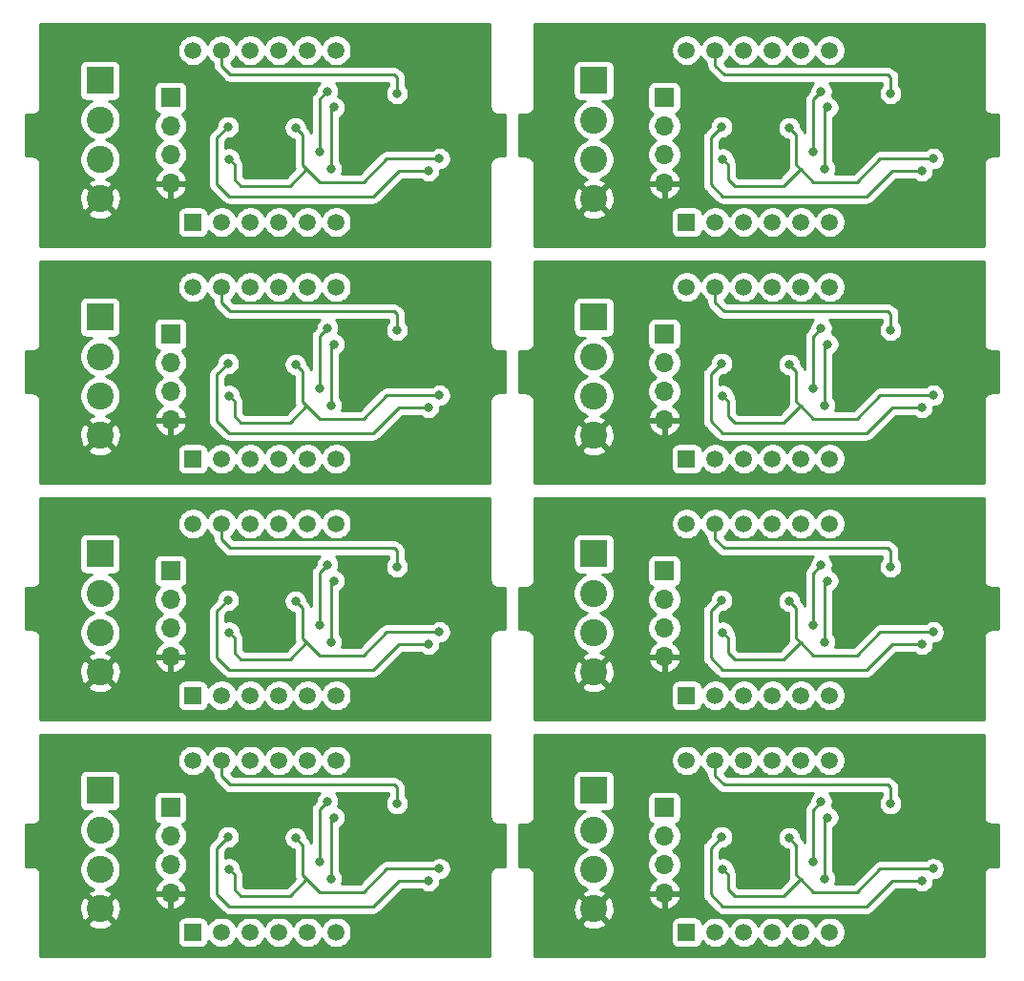
<source format=gbr>
G04 #@! TF.GenerationSoftware,KiCad,Pcbnew,5.1.5+dfsg1-2build2*
G04 #@! TF.CreationDate,2021-11-16T17:04:45-05:00*
G04 #@! TF.ProjectId,,58585858-5858-4585-9858-585858585858,rev?*
G04 #@! TF.SameCoordinates,Original*
G04 #@! TF.FileFunction,Copper,L1,Top*
G04 #@! TF.FilePolarity,Positive*
%FSLAX46Y46*%
G04 Gerber Fmt 4.6, Leading zero omitted, Abs format (unit mm)*
G04 Created by KiCad (PCBNEW 5.1.5+dfsg1-2build2) date 2021-11-16 17:04:45*
%MOMM*%
%LPD*%
G04 APERTURE LIST*
%ADD10R,1.700000X1.700000*%
%ADD11O,1.700000X1.700000*%
%ADD12R,1.500000X1.500000*%
%ADD13C,1.500000*%
%ADD14R,2.400000X2.400000*%
%ADD15C,2.400000*%
%ADD16C,0.800000*%
%ADD17C,0.250000*%
%ADD18C,0.254000*%
G04 APERTURE END LIST*
D10*
X148054300Y-115603400D03*
D11*
X148054300Y-118143400D03*
X148054300Y-120683400D03*
X148054300Y-123223400D03*
D10*
X104254300Y-115603400D03*
D11*
X104254300Y-118143400D03*
X104254300Y-120683400D03*
X104254300Y-123223400D03*
D10*
X148054300Y-94603400D03*
D11*
X148054300Y-97143400D03*
X148054300Y-99683400D03*
X148054300Y-102223400D03*
D10*
X104254300Y-94603400D03*
D11*
X104254300Y-97143400D03*
X104254300Y-99683400D03*
X104254300Y-102223400D03*
D10*
X148054300Y-73603400D03*
D11*
X148054300Y-76143400D03*
X148054300Y-78683400D03*
X148054300Y-81223400D03*
D10*
X104254300Y-73603400D03*
D11*
X104254300Y-76143400D03*
X104254300Y-78683400D03*
X104254300Y-81223400D03*
D10*
X148054300Y-52603400D03*
D11*
X148054300Y-55143400D03*
X148054300Y-57683400D03*
X148054300Y-60223400D03*
D12*
X150035500Y-126665100D03*
D13*
X152575500Y-126665100D03*
X155115500Y-126665100D03*
X157655500Y-126665100D03*
X160195500Y-126665100D03*
X162735500Y-126665100D03*
X162735500Y-111425100D03*
X160195500Y-111425100D03*
X157655500Y-111425100D03*
X155115500Y-111425100D03*
X152575500Y-111425100D03*
X150035500Y-111425100D03*
D12*
X106235500Y-126665100D03*
D13*
X108775500Y-126665100D03*
X111315500Y-126665100D03*
X113855500Y-126665100D03*
X116395500Y-126665100D03*
X118935500Y-126665100D03*
X118935500Y-111425100D03*
X116395500Y-111425100D03*
X113855500Y-111425100D03*
X111315500Y-111425100D03*
X108775500Y-111425100D03*
X106235500Y-111425100D03*
D12*
X150035500Y-105665100D03*
D13*
X152575500Y-105665100D03*
X155115500Y-105665100D03*
X157655500Y-105665100D03*
X160195500Y-105665100D03*
X162735500Y-105665100D03*
X162735500Y-90425100D03*
X160195500Y-90425100D03*
X157655500Y-90425100D03*
X155115500Y-90425100D03*
X152575500Y-90425100D03*
X150035500Y-90425100D03*
D12*
X106235500Y-105665100D03*
D13*
X108775500Y-105665100D03*
X111315500Y-105665100D03*
X113855500Y-105665100D03*
X116395500Y-105665100D03*
X118935500Y-105665100D03*
X118935500Y-90425100D03*
X116395500Y-90425100D03*
X113855500Y-90425100D03*
X111315500Y-90425100D03*
X108775500Y-90425100D03*
X106235500Y-90425100D03*
D12*
X150035500Y-84665100D03*
D13*
X152575500Y-84665100D03*
X155115500Y-84665100D03*
X157655500Y-84665100D03*
X160195500Y-84665100D03*
X162735500Y-84665100D03*
X162735500Y-69425100D03*
X160195500Y-69425100D03*
X157655500Y-69425100D03*
X155115500Y-69425100D03*
X152575500Y-69425100D03*
X150035500Y-69425100D03*
D12*
X106235500Y-84665100D03*
D13*
X108775500Y-84665100D03*
X111315500Y-84665100D03*
X113855500Y-84665100D03*
X116395500Y-84665100D03*
X118935500Y-84665100D03*
X118935500Y-69425100D03*
X116395500Y-69425100D03*
X113855500Y-69425100D03*
X111315500Y-69425100D03*
X108775500Y-69425100D03*
X106235500Y-69425100D03*
D12*
X150035500Y-63665100D03*
D13*
X152575500Y-63665100D03*
X155115500Y-63665100D03*
X157655500Y-63665100D03*
X160195500Y-63665100D03*
X162735500Y-63665100D03*
X162735500Y-48425100D03*
X160195500Y-48425100D03*
X157655500Y-48425100D03*
X155115500Y-48425100D03*
X152575500Y-48425100D03*
X150035500Y-48425100D03*
D14*
X141793200Y-114092100D03*
D15*
X141793200Y-117592100D03*
X141793200Y-121092100D03*
X141793200Y-124592100D03*
D14*
X97993200Y-114092100D03*
D15*
X97993200Y-117592100D03*
X97993200Y-121092100D03*
X97993200Y-124592100D03*
D14*
X141793200Y-93092100D03*
D15*
X141793200Y-96592100D03*
X141793200Y-100092100D03*
X141793200Y-103592100D03*
D14*
X97993200Y-93092100D03*
D15*
X97993200Y-96592100D03*
X97993200Y-100092100D03*
X97993200Y-103592100D03*
D14*
X141793200Y-72092100D03*
D15*
X141793200Y-75592100D03*
X141793200Y-79092100D03*
X141793200Y-82592100D03*
D14*
X97993200Y-72092100D03*
D15*
X97993200Y-75592100D03*
X97993200Y-79092100D03*
X97993200Y-82592100D03*
D14*
X141793200Y-51092100D03*
D15*
X141793200Y-54592100D03*
X141793200Y-58092100D03*
X141793200Y-61592100D03*
D11*
X104254300Y-60223400D03*
X104254300Y-57683400D03*
X104254300Y-55143400D03*
D10*
X104254300Y-52603400D03*
D15*
X97993200Y-61592100D03*
X97993200Y-58092100D03*
X97993200Y-54592100D03*
D14*
X97993200Y-51092100D03*
D13*
X106235500Y-48425100D03*
X108775500Y-48425100D03*
X111315500Y-48425100D03*
X113855500Y-48425100D03*
X116395500Y-48425100D03*
X118935500Y-48425100D03*
X118935500Y-63665100D03*
X116395500Y-63665100D03*
X113855500Y-63665100D03*
X111315500Y-63665100D03*
X108775500Y-63665100D03*
D12*
X106235500Y-63665100D03*
D16*
X124333000Y-52247800D03*
X168133000Y-52247800D03*
X124333000Y-73247800D03*
X168133000Y-73247800D03*
X124333000Y-94247800D03*
X168133000Y-94247800D03*
X124333000Y-115247800D03*
X168133000Y-115247800D03*
X118491000Y-58928000D03*
X118770400Y-53479700D03*
X162570400Y-53479700D03*
X118770400Y-74479700D03*
X162570400Y-74479700D03*
X118770400Y-95479700D03*
X162570400Y-95479700D03*
X118770400Y-116479700D03*
X162570400Y-116479700D03*
X162291000Y-58928000D03*
X118491000Y-79928000D03*
X162291000Y-79928000D03*
X118491000Y-100928000D03*
X162291000Y-100928000D03*
X118491000Y-121928000D03*
X162291000Y-121928000D03*
X118173500Y-52070000D03*
X117462300Y-57413500D03*
X161973500Y-52070000D03*
X118173500Y-73070000D03*
X161973500Y-73070000D03*
X118173500Y-94070000D03*
X161973500Y-94070000D03*
X118173500Y-115070000D03*
X161973500Y-115070000D03*
X161262300Y-57413500D03*
X117462300Y-78413500D03*
X161262300Y-78413500D03*
X117462300Y-99413500D03*
X161262300Y-99413500D03*
X117462300Y-120413500D03*
X161262300Y-120413500D03*
X127127000Y-59093100D03*
X109347000Y-55206900D03*
X153147000Y-55206900D03*
X109347000Y-76206900D03*
X153147000Y-76206900D03*
X109347000Y-97206900D03*
X153147000Y-97206900D03*
X109347000Y-118206900D03*
X153147000Y-118206900D03*
X170927000Y-59093100D03*
X127127000Y-80093100D03*
X170927000Y-80093100D03*
X127127000Y-101093100D03*
X170927000Y-101093100D03*
X127127000Y-122093100D03*
X170927000Y-122093100D03*
X115328700Y-55283100D03*
X128104900Y-58026300D03*
X109448600Y-58064400D03*
X171904900Y-58026300D03*
X128104900Y-79026300D03*
X171904900Y-79026300D03*
X128104900Y-100026300D03*
X171904900Y-100026300D03*
X128104900Y-121026300D03*
X171904900Y-121026300D03*
X159128700Y-55283100D03*
X115328700Y-76283100D03*
X159128700Y-76283100D03*
X115328700Y-97283100D03*
X159128700Y-97283100D03*
X115328700Y-118283100D03*
X159128700Y-118283100D03*
X153248600Y-58064400D03*
X109448600Y-79064400D03*
X153248600Y-79064400D03*
X109448600Y-100064400D03*
X153248600Y-100064400D03*
X109448600Y-121064400D03*
X153248600Y-121064400D03*
D17*
X108775500Y-49784000D02*
X108775500Y-48425100D01*
X109562900Y-50571400D02*
X108775500Y-49784000D01*
X124079000Y-50571400D02*
X109562900Y-50571400D01*
X124307600Y-50800000D02*
X124079000Y-50571400D01*
X124333000Y-50800000D02*
X124307600Y-50800000D01*
X124333000Y-52247800D02*
X124333000Y-50800000D01*
X168133000Y-50800000D02*
X168107600Y-50800000D01*
X124333000Y-71800000D02*
X124307600Y-71800000D01*
X168133000Y-71800000D02*
X168107600Y-71800000D01*
X124333000Y-92800000D02*
X124307600Y-92800000D01*
X168133000Y-92800000D02*
X168107600Y-92800000D01*
X124333000Y-113800000D02*
X124307600Y-113800000D01*
X168133000Y-113800000D02*
X168107600Y-113800000D01*
X168107600Y-50800000D02*
X167879000Y-50571400D01*
X124307600Y-71800000D02*
X124079000Y-71571400D01*
X168107600Y-71800000D02*
X167879000Y-71571400D01*
X124307600Y-92800000D02*
X124079000Y-92571400D01*
X168107600Y-92800000D02*
X167879000Y-92571400D01*
X124307600Y-113800000D02*
X124079000Y-113571400D01*
X168107600Y-113800000D02*
X167879000Y-113571400D01*
X152575500Y-49784000D02*
X152575500Y-48425100D01*
X108775500Y-70784000D02*
X108775500Y-69425100D01*
X152575500Y-70784000D02*
X152575500Y-69425100D01*
X108775500Y-91784000D02*
X108775500Y-90425100D01*
X152575500Y-91784000D02*
X152575500Y-90425100D01*
X108775500Y-112784000D02*
X108775500Y-111425100D01*
X152575500Y-112784000D02*
X152575500Y-111425100D01*
X168133000Y-52247800D02*
X168133000Y-50800000D01*
X124333000Y-73247800D02*
X124333000Y-71800000D01*
X168133000Y-73247800D02*
X168133000Y-71800000D01*
X124333000Y-94247800D02*
X124333000Y-92800000D01*
X168133000Y-94247800D02*
X168133000Y-92800000D01*
X124333000Y-115247800D02*
X124333000Y-113800000D01*
X168133000Y-115247800D02*
X168133000Y-113800000D01*
X153362900Y-50571400D02*
X152575500Y-49784000D01*
X109562900Y-71571400D02*
X108775500Y-70784000D01*
X153362900Y-71571400D02*
X152575500Y-70784000D01*
X109562900Y-92571400D02*
X108775500Y-91784000D01*
X153362900Y-92571400D02*
X152575500Y-91784000D01*
X109562900Y-113571400D02*
X108775500Y-112784000D01*
X153362900Y-113571400D02*
X152575500Y-112784000D01*
X167879000Y-50571400D02*
X153362900Y-50571400D01*
X124079000Y-71571400D02*
X109562900Y-71571400D01*
X167879000Y-71571400D02*
X153362900Y-71571400D01*
X124079000Y-92571400D02*
X109562900Y-92571400D01*
X167879000Y-92571400D02*
X153362900Y-92571400D01*
X124079000Y-113571400D02*
X109562900Y-113571400D01*
X167879000Y-113571400D02*
X153362900Y-113571400D01*
X118491000Y-58928000D02*
X118491000Y-58362315D01*
X118491000Y-53759100D02*
X118770400Y-53479700D01*
X118491000Y-58362315D02*
X118491000Y-53759100D01*
X162291000Y-53759100D02*
X162570400Y-53479700D01*
X118491000Y-74759100D02*
X118770400Y-74479700D01*
X162291000Y-74759100D02*
X162570400Y-74479700D01*
X118491000Y-95759100D02*
X118770400Y-95479700D01*
X162291000Y-95759100D02*
X162570400Y-95479700D01*
X118491000Y-116759100D02*
X118770400Y-116479700D01*
X162291000Y-116759100D02*
X162570400Y-116479700D01*
X162291000Y-58362315D02*
X162291000Y-53759100D01*
X118491000Y-79362315D02*
X118491000Y-74759100D01*
X162291000Y-79362315D02*
X162291000Y-74759100D01*
X118491000Y-100362315D02*
X118491000Y-95759100D01*
X162291000Y-100362315D02*
X162291000Y-95759100D01*
X118491000Y-121362315D02*
X118491000Y-116759100D01*
X162291000Y-121362315D02*
X162291000Y-116759100D01*
X162291000Y-58928000D02*
X162291000Y-58362315D01*
X118491000Y-79928000D02*
X118491000Y-79362315D01*
X162291000Y-79928000D02*
X162291000Y-79362315D01*
X118491000Y-100928000D02*
X118491000Y-100362315D01*
X162291000Y-100928000D02*
X162291000Y-100362315D01*
X118491000Y-121928000D02*
X118491000Y-121362315D01*
X162291000Y-121928000D02*
X162291000Y-121362315D01*
X117525800Y-52717700D02*
X118173500Y-52070000D01*
X117462300Y-52781200D02*
X117525800Y-52717700D01*
X117462300Y-57413500D02*
X117462300Y-52781200D01*
X161262300Y-57413500D02*
X161262300Y-52781200D01*
X117462300Y-78413500D02*
X117462300Y-73781200D01*
X161262300Y-78413500D02*
X161262300Y-73781200D01*
X117462300Y-99413500D02*
X117462300Y-94781200D01*
X161262300Y-99413500D02*
X161262300Y-94781200D01*
X117462300Y-120413500D02*
X117462300Y-115781200D01*
X161262300Y-120413500D02*
X161262300Y-115781200D01*
X161262300Y-52781200D02*
X161325800Y-52717700D01*
X117462300Y-73781200D02*
X117525800Y-73717700D01*
X161262300Y-73781200D02*
X161325800Y-73717700D01*
X117462300Y-94781200D02*
X117525800Y-94717700D01*
X161262300Y-94781200D02*
X161325800Y-94717700D01*
X117462300Y-115781200D02*
X117525800Y-115717700D01*
X161262300Y-115781200D02*
X161325800Y-115717700D01*
X161325800Y-52717700D02*
X161973500Y-52070000D01*
X117525800Y-73717700D02*
X118173500Y-73070000D01*
X161325800Y-73717700D02*
X161973500Y-73070000D01*
X117525800Y-94717700D02*
X118173500Y-94070000D01*
X161325800Y-94717700D02*
X161973500Y-94070000D01*
X117525800Y-115717700D02*
X118173500Y-115070000D01*
X161325800Y-115717700D02*
X161973500Y-115070000D01*
X127127000Y-59093100D02*
X124498100Y-59093100D01*
X124498100Y-59093100D02*
X122224800Y-61366400D01*
X122224800Y-61366400D02*
X109410500Y-61366400D01*
X109410500Y-61366400D02*
X108369100Y-60325000D01*
X108369100Y-56184800D02*
X109347000Y-55206900D01*
X108369100Y-60325000D02*
X108369100Y-56184800D01*
X152169100Y-56184800D02*
X153147000Y-55206900D01*
X108369100Y-77184800D02*
X109347000Y-76206900D01*
X152169100Y-77184800D02*
X153147000Y-76206900D01*
X108369100Y-98184800D02*
X109347000Y-97206900D01*
X152169100Y-98184800D02*
X153147000Y-97206900D01*
X108369100Y-119184800D02*
X109347000Y-118206900D01*
X152169100Y-119184800D02*
X153147000Y-118206900D01*
X170927000Y-59093100D02*
X168298100Y-59093100D01*
X127127000Y-80093100D02*
X124498100Y-80093100D01*
X170927000Y-80093100D02*
X168298100Y-80093100D01*
X127127000Y-101093100D02*
X124498100Y-101093100D01*
X170927000Y-101093100D02*
X168298100Y-101093100D01*
X127127000Y-122093100D02*
X124498100Y-122093100D01*
X170927000Y-122093100D02*
X168298100Y-122093100D01*
X168298100Y-59093100D02*
X166024800Y-61366400D01*
X124498100Y-80093100D02*
X122224800Y-82366400D01*
X168298100Y-80093100D02*
X166024800Y-82366400D01*
X124498100Y-101093100D02*
X122224800Y-103366400D01*
X168298100Y-101093100D02*
X166024800Y-103366400D01*
X124498100Y-122093100D02*
X122224800Y-124366400D01*
X168298100Y-122093100D02*
X166024800Y-124366400D01*
X166024800Y-61366400D02*
X153210500Y-61366400D01*
X122224800Y-82366400D02*
X109410500Y-82366400D01*
X166024800Y-82366400D02*
X153210500Y-82366400D01*
X122224800Y-103366400D02*
X109410500Y-103366400D01*
X166024800Y-103366400D02*
X153210500Y-103366400D01*
X122224800Y-124366400D02*
X109410500Y-124366400D01*
X166024800Y-124366400D02*
X153210500Y-124366400D01*
X152169100Y-60325000D02*
X152169100Y-56184800D01*
X108369100Y-81325000D02*
X108369100Y-77184800D01*
X152169100Y-81325000D02*
X152169100Y-77184800D01*
X108369100Y-102325000D02*
X108369100Y-98184800D01*
X152169100Y-102325000D02*
X152169100Y-98184800D01*
X108369100Y-123325000D02*
X108369100Y-119184800D01*
X152169100Y-123325000D02*
X152169100Y-119184800D01*
X153210500Y-61366400D02*
X152169100Y-60325000D01*
X109410500Y-82366400D02*
X108369100Y-81325000D01*
X153210500Y-82366400D02*
X152169100Y-81325000D01*
X109410500Y-103366400D02*
X108369100Y-102325000D01*
X153210500Y-103366400D02*
X152169100Y-102325000D01*
X109410500Y-124366400D02*
X108369100Y-123325000D01*
X153210500Y-124366400D02*
X152169100Y-123325000D01*
X115328700Y-55283100D02*
X115976400Y-55930800D01*
X115976400Y-55930800D02*
X115976400Y-58585100D01*
X117487700Y-60096400D02*
X121348500Y-60096400D01*
X123418600Y-58026300D02*
X128104900Y-58026300D01*
X121348500Y-60096400D02*
X123418600Y-58026300D01*
X109448600Y-58064400D02*
X109931200Y-58547000D01*
X109931200Y-58547000D02*
X109931200Y-59880500D01*
X109931200Y-59880500D02*
X110477300Y-60426600D01*
X114820700Y-60426600D02*
X116319300Y-58928000D01*
X110477300Y-60426600D02*
X114820700Y-60426600D01*
X116319300Y-58928000D02*
X117487700Y-60096400D01*
X115976400Y-58585100D02*
X116319300Y-58928000D01*
X158620700Y-60426600D02*
X160119300Y-58928000D01*
X114820700Y-81426600D02*
X116319300Y-79928000D01*
X158620700Y-81426600D02*
X160119300Y-79928000D01*
X114820700Y-102426600D02*
X116319300Y-100928000D01*
X158620700Y-102426600D02*
X160119300Y-100928000D01*
X114820700Y-123426600D02*
X116319300Y-121928000D01*
X158620700Y-123426600D02*
X160119300Y-121928000D01*
X154277300Y-60426600D02*
X158620700Y-60426600D01*
X110477300Y-81426600D02*
X114820700Y-81426600D01*
X154277300Y-81426600D02*
X158620700Y-81426600D01*
X110477300Y-102426600D02*
X114820700Y-102426600D01*
X154277300Y-102426600D02*
X158620700Y-102426600D01*
X110477300Y-123426600D02*
X114820700Y-123426600D01*
X154277300Y-123426600D02*
X158620700Y-123426600D01*
X153248600Y-58064400D02*
X153731200Y-58547000D01*
X109448600Y-79064400D02*
X109931200Y-79547000D01*
X153248600Y-79064400D02*
X153731200Y-79547000D01*
X109448600Y-100064400D02*
X109931200Y-100547000D01*
X153248600Y-100064400D02*
X153731200Y-100547000D01*
X109448600Y-121064400D02*
X109931200Y-121547000D01*
X153248600Y-121064400D02*
X153731200Y-121547000D01*
X153731200Y-58547000D02*
X153731200Y-59880500D01*
X109931200Y-79547000D02*
X109931200Y-80880500D01*
X153731200Y-79547000D02*
X153731200Y-80880500D01*
X109931200Y-100547000D02*
X109931200Y-101880500D01*
X153731200Y-100547000D02*
X153731200Y-101880500D01*
X109931200Y-121547000D02*
X109931200Y-122880500D01*
X153731200Y-121547000D02*
X153731200Y-122880500D01*
X165148500Y-60096400D02*
X167218600Y-58026300D01*
X121348500Y-81096400D02*
X123418600Y-79026300D01*
X165148500Y-81096400D02*
X167218600Y-79026300D01*
X121348500Y-102096400D02*
X123418600Y-100026300D01*
X165148500Y-102096400D02*
X167218600Y-100026300D01*
X121348500Y-123096400D02*
X123418600Y-121026300D01*
X165148500Y-123096400D02*
X167218600Y-121026300D01*
X153731200Y-59880500D02*
X154277300Y-60426600D01*
X109931200Y-80880500D02*
X110477300Y-81426600D01*
X153731200Y-80880500D02*
X154277300Y-81426600D01*
X109931200Y-101880500D02*
X110477300Y-102426600D01*
X153731200Y-101880500D02*
X154277300Y-102426600D01*
X109931200Y-122880500D02*
X110477300Y-123426600D01*
X153731200Y-122880500D02*
X154277300Y-123426600D01*
X159776400Y-58585100D02*
X160119300Y-58928000D01*
X115976400Y-79585100D02*
X116319300Y-79928000D01*
X159776400Y-79585100D02*
X160119300Y-79928000D01*
X115976400Y-100585100D02*
X116319300Y-100928000D01*
X159776400Y-100585100D02*
X160119300Y-100928000D01*
X115976400Y-121585100D02*
X116319300Y-121928000D01*
X159776400Y-121585100D02*
X160119300Y-121928000D01*
X160119300Y-58928000D02*
X161287700Y-60096400D01*
X116319300Y-79928000D02*
X117487700Y-81096400D01*
X160119300Y-79928000D02*
X161287700Y-81096400D01*
X116319300Y-100928000D02*
X117487700Y-102096400D01*
X160119300Y-100928000D02*
X161287700Y-102096400D01*
X116319300Y-121928000D02*
X117487700Y-123096400D01*
X160119300Y-121928000D02*
X161287700Y-123096400D01*
X159128700Y-55283100D02*
X159776400Y-55930800D01*
X115328700Y-76283100D02*
X115976400Y-76930800D01*
X159128700Y-76283100D02*
X159776400Y-76930800D01*
X115328700Y-97283100D02*
X115976400Y-97930800D01*
X159128700Y-97283100D02*
X159776400Y-97930800D01*
X115328700Y-118283100D02*
X115976400Y-118930800D01*
X159128700Y-118283100D02*
X159776400Y-118930800D01*
X161287700Y-60096400D02*
X165148500Y-60096400D01*
X117487700Y-81096400D02*
X121348500Y-81096400D01*
X161287700Y-81096400D02*
X165148500Y-81096400D01*
X117487700Y-102096400D02*
X121348500Y-102096400D01*
X161287700Y-102096400D02*
X165148500Y-102096400D01*
X117487700Y-123096400D02*
X121348500Y-123096400D01*
X161287700Y-123096400D02*
X165148500Y-123096400D01*
X167218600Y-58026300D02*
X171904900Y-58026300D01*
X123418600Y-79026300D02*
X128104900Y-79026300D01*
X167218600Y-79026300D02*
X171904900Y-79026300D01*
X123418600Y-100026300D02*
X128104900Y-100026300D01*
X167218600Y-100026300D02*
X171904900Y-100026300D01*
X123418600Y-121026300D02*
X128104900Y-121026300D01*
X167218600Y-121026300D02*
X171904900Y-121026300D01*
X159776400Y-55930800D02*
X159776400Y-58585100D01*
X115976400Y-76930800D02*
X115976400Y-79585100D01*
X159776400Y-76930800D02*
X159776400Y-79585100D01*
X115976400Y-97930800D02*
X115976400Y-100585100D01*
X159776400Y-97930800D02*
X159776400Y-100585100D01*
X115976400Y-118930800D02*
X115976400Y-121585100D01*
X159776400Y-118930800D02*
X159776400Y-121585100D01*
D18*
G36*
X132594401Y-67300077D02*
G01*
X92714400Y-67250102D01*
X92714400Y-67113500D01*
X132594401Y-67113500D01*
X132594401Y-67300077D01*
G37*
X132594401Y-67300077D02*
X92714400Y-67250102D01*
X92714400Y-67113500D01*
X132594401Y-67113500D01*
X132594401Y-67300077D01*
G36*
X132594400Y-53421081D02*
G01*
X132591207Y-53453500D01*
X132603950Y-53582883D01*
X132641690Y-53707293D01*
X132702975Y-53821950D01*
X132770292Y-53903976D01*
X132785452Y-53922448D01*
X132885950Y-54004925D01*
X133000607Y-54066210D01*
X133125017Y-54103950D01*
X133254400Y-54116693D01*
X133286819Y-54113500D01*
X133894400Y-54113500D01*
X133894401Y-57793500D01*
X133286819Y-57793500D01*
X133254400Y-57790307D01*
X133125017Y-57803050D01*
X133000607Y-57840790D01*
X132885950Y-57902075D01*
X132785452Y-57984552D01*
X132702975Y-58085050D01*
X132641690Y-58199707D01*
X132603950Y-58324117D01*
X132591207Y-58453500D01*
X132594400Y-58485919D01*
X132594401Y-65793500D01*
X92714400Y-65793500D01*
X92714400Y-62870080D01*
X96894826Y-62870080D01*
X97014714Y-63154936D01*
X97338410Y-63315799D01*
X97687269Y-63410422D01*
X98047884Y-63435167D01*
X98406398Y-63389085D01*
X98749033Y-63273946D01*
X98971686Y-63154936D01*
X99072626Y-62915100D01*
X104847428Y-62915100D01*
X104847428Y-64415100D01*
X104859688Y-64539582D01*
X104895998Y-64659280D01*
X104954963Y-64769594D01*
X105034315Y-64866285D01*
X105131006Y-64945637D01*
X105241320Y-65004602D01*
X105361018Y-65040912D01*
X105485500Y-65053172D01*
X106985500Y-65053172D01*
X107109982Y-65040912D01*
X107229680Y-65004602D01*
X107339994Y-64945637D01*
X107436685Y-64866285D01*
X107516037Y-64769594D01*
X107575002Y-64659280D01*
X107611312Y-64539582D01*
X107621945Y-64431617D01*
X107699701Y-64547986D01*
X107892614Y-64740899D01*
X108119457Y-64892471D01*
X108371511Y-64996875D01*
X108639089Y-65050100D01*
X108911911Y-65050100D01*
X109179489Y-64996875D01*
X109431543Y-64892471D01*
X109658386Y-64740899D01*
X109851299Y-64547986D01*
X110002871Y-64321143D01*
X110045500Y-64218227D01*
X110088129Y-64321143D01*
X110239701Y-64547986D01*
X110432614Y-64740899D01*
X110659457Y-64892471D01*
X110911511Y-64996875D01*
X111179089Y-65050100D01*
X111451911Y-65050100D01*
X111719489Y-64996875D01*
X111971543Y-64892471D01*
X112198386Y-64740899D01*
X112391299Y-64547986D01*
X112542871Y-64321143D01*
X112585500Y-64218227D01*
X112628129Y-64321143D01*
X112779701Y-64547986D01*
X112972614Y-64740899D01*
X113199457Y-64892471D01*
X113451511Y-64996875D01*
X113719089Y-65050100D01*
X113991911Y-65050100D01*
X114259489Y-64996875D01*
X114511543Y-64892471D01*
X114738386Y-64740899D01*
X114931299Y-64547986D01*
X115082871Y-64321143D01*
X115125500Y-64218227D01*
X115168129Y-64321143D01*
X115319701Y-64547986D01*
X115512614Y-64740899D01*
X115739457Y-64892471D01*
X115991511Y-64996875D01*
X116259089Y-65050100D01*
X116531911Y-65050100D01*
X116799489Y-64996875D01*
X117051543Y-64892471D01*
X117278386Y-64740899D01*
X117471299Y-64547986D01*
X117622871Y-64321143D01*
X117665500Y-64218227D01*
X117708129Y-64321143D01*
X117859701Y-64547986D01*
X118052614Y-64740899D01*
X118279457Y-64892471D01*
X118531511Y-64996875D01*
X118799089Y-65050100D01*
X119071911Y-65050100D01*
X119339489Y-64996875D01*
X119591543Y-64892471D01*
X119818386Y-64740899D01*
X120011299Y-64547986D01*
X120162871Y-64321143D01*
X120267275Y-64069089D01*
X120320500Y-63801511D01*
X120320500Y-63528689D01*
X120267275Y-63261111D01*
X120162871Y-63009057D01*
X120011299Y-62782214D01*
X119818386Y-62589301D01*
X119591543Y-62437729D01*
X119339489Y-62333325D01*
X119071911Y-62280100D01*
X118799089Y-62280100D01*
X118531511Y-62333325D01*
X118279457Y-62437729D01*
X118052614Y-62589301D01*
X117859701Y-62782214D01*
X117708129Y-63009057D01*
X117665500Y-63111973D01*
X117622871Y-63009057D01*
X117471299Y-62782214D01*
X117278386Y-62589301D01*
X117051543Y-62437729D01*
X116799489Y-62333325D01*
X116531911Y-62280100D01*
X116259089Y-62280100D01*
X115991511Y-62333325D01*
X115739457Y-62437729D01*
X115512614Y-62589301D01*
X115319701Y-62782214D01*
X115168129Y-63009057D01*
X115125500Y-63111973D01*
X115082871Y-63009057D01*
X114931299Y-62782214D01*
X114738386Y-62589301D01*
X114511543Y-62437729D01*
X114259489Y-62333325D01*
X113991911Y-62280100D01*
X113719089Y-62280100D01*
X113451511Y-62333325D01*
X113199457Y-62437729D01*
X112972614Y-62589301D01*
X112779701Y-62782214D01*
X112628129Y-63009057D01*
X112585500Y-63111973D01*
X112542871Y-63009057D01*
X112391299Y-62782214D01*
X112198386Y-62589301D01*
X111971543Y-62437729D01*
X111719489Y-62333325D01*
X111451911Y-62280100D01*
X111179089Y-62280100D01*
X110911511Y-62333325D01*
X110659457Y-62437729D01*
X110432614Y-62589301D01*
X110239701Y-62782214D01*
X110088129Y-63009057D01*
X110045500Y-63111973D01*
X110002871Y-63009057D01*
X109851299Y-62782214D01*
X109658386Y-62589301D01*
X109431543Y-62437729D01*
X109179489Y-62333325D01*
X108911911Y-62280100D01*
X108639089Y-62280100D01*
X108371511Y-62333325D01*
X108119457Y-62437729D01*
X107892614Y-62589301D01*
X107699701Y-62782214D01*
X107621945Y-62898583D01*
X107611312Y-62790618D01*
X107575002Y-62670920D01*
X107516037Y-62560606D01*
X107436685Y-62463915D01*
X107339994Y-62384563D01*
X107229680Y-62325598D01*
X107109982Y-62289288D01*
X106985500Y-62277028D01*
X105485500Y-62277028D01*
X105361018Y-62289288D01*
X105241320Y-62325598D01*
X105131006Y-62384563D01*
X105034315Y-62463915D01*
X104954963Y-62560606D01*
X104895998Y-62670920D01*
X104859688Y-62790618D01*
X104847428Y-62915100D01*
X99072626Y-62915100D01*
X99091574Y-62870080D01*
X97993200Y-61771705D01*
X96894826Y-62870080D01*
X92714400Y-62870080D01*
X92714400Y-61646784D01*
X96150133Y-61646784D01*
X96196215Y-62005298D01*
X96311354Y-62347933D01*
X96430364Y-62570586D01*
X96715220Y-62690474D01*
X97813595Y-61592100D01*
X98172805Y-61592100D01*
X99271180Y-62690474D01*
X99556036Y-62570586D01*
X99716899Y-62246890D01*
X99811522Y-61898031D01*
X99836267Y-61537416D01*
X99790185Y-61178902D01*
X99675046Y-60836267D01*
X99556036Y-60613614D01*
X99476858Y-60580290D01*
X102812824Y-60580290D01*
X102857475Y-60727499D01*
X102982659Y-60990320D01*
X103156712Y-61223669D01*
X103372945Y-61418578D01*
X103623048Y-61567557D01*
X103897409Y-61664881D01*
X104127300Y-61544214D01*
X104127300Y-60350400D01*
X104381300Y-60350400D01*
X104381300Y-61544214D01*
X104611191Y-61664881D01*
X104885552Y-61567557D01*
X105135655Y-61418578D01*
X105351888Y-61223669D01*
X105525941Y-60990320D01*
X105651125Y-60727499D01*
X105695776Y-60580290D01*
X105574455Y-60350400D01*
X104381300Y-60350400D01*
X104127300Y-60350400D01*
X102934145Y-60350400D01*
X102812824Y-60580290D01*
X99476858Y-60580290D01*
X99271180Y-60493726D01*
X98172805Y-61592100D01*
X97813595Y-61592100D01*
X96715220Y-60493726D01*
X96430364Y-60613614D01*
X96269501Y-60937310D01*
X96174878Y-61286169D01*
X96150133Y-61646784D01*
X92714400Y-61646784D01*
X92714400Y-58485919D01*
X92717593Y-58453500D01*
X92704850Y-58324117D01*
X92667110Y-58199707D01*
X92605825Y-58085050D01*
X92523348Y-57984552D01*
X92422850Y-57902075D01*
X92308193Y-57840790D01*
X92183783Y-57803050D01*
X92054400Y-57790307D01*
X92021981Y-57793500D01*
X91414400Y-57793500D01*
X91414400Y-54113500D01*
X92021981Y-54113500D01*
X92054400Y-54116693D01*
X92086819Y-54113500D01*
X92183783Y-54103950D01*
X92308193Y-54066210D01*
X92422850Y-54004925D01*
X92523348Y-53922448D01*
X92605825Y-53821950D01*
X92667110Y-53707293D01*
X92704850Y-53582883D01*
X92717593Y-53453500D01*
X92714400Y-53421081D01*
X92714400Y-49892100D01*
X96155128Y-49892100D01*
X96155128Y-52292100D01*
X96167388Y-52416582D01*
X96203698Y-52536280D01*
X96262663Y-52646594D01*
X96342015Y-52743285D01*
X96438706Y-52822637D01*
X96549020Y-52881602D01*
X96668718Y-52917912D01*
X96793200Y-52930172D01*
X97210362Y-52930172D01*
X97124001Y-52965944D01*
X96823456Y-53166762D01*
X96567862Y-53422356D01*
X96367044Y-53722901D01*
X96228718Y-54056850D01*
X96158200Y-54411368D01*
X96158200Y-54772832D01*
X96228718Y-55127350D01*
X96367044Y-55461299D01*
X96567862Y-55761844D01*
X96823456Y-56017438D01*
X97124001Y-56218256D01*
X97422987Y-56342100D01*
X97124001Y-56465944D01*
X96823456Y-56666762D01*
X96567862Y-56922356D01*
X96367044Y-57222901D01*
X96228718Y-57556850D01*
X96158200Y-57911368D01*
X96158200Y-58272832D01*
X96228718Y-58627350D01*
X96367044Y-58961299D01*
X96567862Y-59261844D01*
X96823456Y-59517438D01*
X97124001Y-59718256D01*
X97430689Y-59845290D01*
X97237367Y-59910254D01*
X97014714Y-60029264D01*
X96894826Y-60314120D01*
X97993200Y-61412495D01*
X99091574Y-60314120D01*
X98971686Y-60029264D01*
X98647990Y-59868401D01*
X98558510Y-59844131D01*
X98862399Y-59718256D01*
X99162944Y-59517438D01*
X99418538Y-59261844D01*
X99619356Y-58961299D01*
X99757682Y-58627350D01*
X99828200Y-58272832D01*
X99828200Y-57911368D01*
X99757682Y-57556850D01*
X99619356Y-57222901D01*
X99418538Y-56922356D01*
X99162944Y-56666762D01*
X98862399Y-56465944D01*
X98563413Y-56342100D01*
X98862399Y-56218256D01*
X99162944Y-56017438D01*
X99418538Y-55761844D01*
X99619356Y-55461299D01*
X99757682Y-55127350D01*
X99828200Y-54772832D01*
X99828200Y-54411368D01*
X99757682Y-54056850D01*
X99619356Y-53722901D01*
X99418538Y-53422356D01*
X99162944Y-53166762D01*
X98862399Y-52965944D01*
X98776038Y-52930172D01*
X99193200Y-52930172D01*
X99317682Y-52917912D01*
X99437380Y-52881602D01*
X99547694Y-52822637D01*
X99644385Y-52743285D01*
X99723737Y-52646594D01*
X99782702Y-52536280D01*
X99819012Y-52416582D01*
X99831272Y-52292100D01*
X99831272Y-51753400D01*
X102766228Y-51753400D01*
X102766228Y-53453400D01*
X102778488Y-53577882D01*
X102814798Y-53697580D01*
X102873763Y-53807894D01*
X102953115Y-53904585D01*
X103049806Y-53983937D01*
X103160120Y-54042902D01*
X103232680Y-54064913D01*
X103100825Y-54196768D01*
X102938310Y-54439989D01*
X102826368Y-54710242D01*
X102769300Y-54997140D01*
X102769300Y-55289660D01*
X102826368Y-55576558D01*
X102938310Y-55846811D01*
X103100825Y-56090032D01*
X103307668Y-56296875D01*
X103482060Y-56413400D01*
X103307668Y-56529925D01*
X103100825Y-56736768D01*
X102938310Y-56979989D01*
X102826368Y-57250242D01*
X102769300Y-57537140D01*
X102769300Y-57829660D01*
X102826368Y-58116558D01*
X102938310Y-58386811D01*
X103100825Y-58630032D01*
X103307668Y-58836875D01*
X103489834Y-58958595D01*
X103372945Y-59028222D01*
X103156712Y-59223131D01*
X102982659Y-59456480D01*
X102857475Y-59719301D01*
X102812824Y-59866510D01*
X102934145Y-60096400D01*
X104127300Y-60096400D01*
X104127300Y-60076400D01*
X104381300Y-60076400D01*
X104381300Y-60096400D01*
X105574455Y-60096400D01*
X105695776Y-59866510D01*
X105651125Y-59719301D01*
X105525941Y-59456480D01*
X105351888Y-59223131D01*
X105135655Y-59028222D01*
X105018766Y-58958595D01*
X105200932Y-58836875D01*
X105407775Y-58630032D01*
X105570290Y-58386811D01*
X105682232Y-58116558D01*
X105739300Y-57829660D01*
X105739300Y-57537140D01*
X105682232Y-57250242D01*
X105570290Y-56979989D01*
X105407775Y-56736768D01*
X105200932Y-56529925D01*
X105026540Y-56413400D01*
X105200932Y-56296875D01*
X105407775Y-56090032D01*
X105570290Y-55846811D01*
X105682232Y-55576558D01*
X105739300Y-55289660D01*
X105739300Y-54997140D01*
X105682232Y-54710242D01*
X105570290Y-54439989D01*
X105407775Y-54196768D01*
X105275920Y-54064913D01*
X105348480Y-54042902D01*
X105458794Y-53983937D01*
X105555485Y-53904585D01*
X105634837Y-53807894D01*
X105693802Y-53697580D01*
X105730112Y-53577882D01*
X105742372Y-53453400D01*
X105742372Y-51753400D01*
X105730112Y-51628918D01*
X105693802Y-51509220D01*
X105634837Y-51398906D01*
X105555485Y-51302215D01*
X105458794Y-51222863D01*
X105348480Y-51163898D01*
X105228782Y-51127588D01*
X105104300Y-51115328D01*
X103404300Y-51115328D01*
X103279818Y-51127588D01*
X103160120Y-51163898D01*
X103049806Y-51222863D01*
X102953115Y-51302215D01*
X102873763Y-51398906D01*
X102814798Y-51509220D01*
X102778488Y-51628918D01*
X102766228Y-51753400D01*
X99831272Y-51753400D01*
X99831272Y-49892100D01*
X99819012Y-49767618D01*
X99782702Y-49647920D01*
X99723737Y-49537606D01*
X99644385Y-49440915D01*
X99547694Y-49361563D01*
X99437380Y-49302598D01*
X99317682Y-49266288D01*
X99193200Y-49254028D01*
X96793200Y-49254028D01*
X96668718Y-49266288D01*
X96549020Y-49302598D01*
X96438706Y-49361563D01*
X96342015Y-49440915D01*
X96262663Y-49537606D01*
X96203698Y-49647920D01*
X96167388Y-49767618D01*
X96155128Y-49892100D01*
X92714400Y-49892100D01*
X92714400Y-48288689D01*
X104850500Y-48288689D01*
X104850500Y-48561511D01*
X104903725Y-48829089D01*
X105008129Y-49081143D01*
X105159701Y-49307986D01*
X105352614Y-49500899D01*
X105579457Y-49652471D01*
X105831511Y-49756875D01*
X106099089Y-49810100D01*
X106371911Y-49810100D01*
X106639489Y-49756875D01*
X106891543Y-49652471D01*
X107118386Y-49500899D01*
X107311299Y-49307986D01*
X107462871Y-49081143D01*
X107505500Y-48978227D01*
X107548129Y-49081143D01*
X107699701Y-49307986D01*
X107892614Y-49500899D01*
X108015500Y-49583009D01*
X108015500Y-49746677D01*
X108011824Y-49784000D01*
X108015500Y-49821322D01*
X108015500Y-49821332D01*
X108026497Y-49932985D01*
X108056350Y-50031399D01*
X108069954Y-50076246D01*
X108140526Y-50208276D01*
X108180371Y-50256826D01*
X108235499Y-50324001D01*
X108264502Y-50347803D01*
X108999101Y-51082402D01*
X109022899Y-51111401D01*
X109138624Y-51206374D01*
X109270653Y-51276946D01*
X109413914Y-51320403D01*
X109525567Y-51331400D01*
X109525575Y-51331400D01*
X109562900Y-51335076D01*
X109600225Y-51331400D01*
X117448389Y-51331400D01*
X117369563Y-51410226D01*
X117256295Y-51579744D01*
X117178274Y-51768102D01*
X117138500Y-51968061D01*
X117138500Y-52030199D01*
X116951298Y-52217401D01*
X116922300Y-52241199D01*
X116898502Y-52270197D01*
X116898501Y-52270198D01*
X116827326Y-52356924D01*
X116756754Y-52488954D01*
X116713298Y-52632215D01*
X116698624Y-52781200D01*
X116702301Y-52818532D01*
X116702300Y-55705654D01*
X116681946Y-55638553D01*
X116653320Y-55584998D01*
X116611374Y-55506523D01*
X116540199Y-55419797D01*
X116516401Y-55390799D01*
X116487404Y-55367002D01*
X116363700Y-55243298D01*
X116363700Y-55181161D01*
X116323926Y-54981202D01*
X116245905Y-54792844D01*
X116132637Y-54623326D01*
X115988474Y-54479163D01*
X115818956Y-54365895D01*
X115630598Y-54287874D01*
X115430639Y-54248100D01*
X115226761Y-54248100D01*
X115026802Y-54287874D01*
X114838444Y-54365895D01*
X114668926Y-54479163D01*
X114524763Y-54623326D01*
X114411495Y-54792844D01*
X114333474Y-54981202D01*
X114293700Y-55181161D01*
X114293700Y-55385039D01*
X114333474Y-55584998D01*
X114411495Y-55773356D01*
X114524763Y-55942874D01*
X114668926Y-56087037D01*
X114838444Y-56200305D01*
X115026802Y-56278326D01*
X115216400Y-56316039D01*
X115216401Y-58547768D01*
X115212724Y-58585100D01*
X115216401Y-58622433D01*
X115219566Y-58654562D01*
X115227398Y-58734085D01*
X115270854Y-58877346D01*
X115279318Y-58893180D01*
X114505899Y-59666600D01*
X110792102Y-59666600D01*
X110691200Y-59565699D01*
X110691200Y-58584322D01*
X110694876Y-58546999D01*
X110691200Y-58509676D01*
X110691200Y-58509667D01*
X110680203Y-58398014D01*
X110636746Y-58254753D01*
X110566174Y-58122724D01*
X110483600Y-58022107D01*
X110483600Y-57962461D01*
X110443826Y-57762502D01*
X110365805Y-57574144D01*
X110252537Y-57404626D01*
X110108374Y-57260463D01*
X109938856Y-57147195D01*
X109750498Y-57069174D01*
X109550539Y-57029400D01*
X109346661Y-57029400D01*
X109146702Y-57069174D01*
X109129100Y-57076465D01*
X109129100Y-56499601D01*
X109386802Y-56241900D01*
X109448939Y-56241900D01*
X109648898Y-56202126D01*
X109837256Y-56124105D01*
X110006774Y-56010837D01*
X110150937Y-55866674D01*
X110264205Y-55697156D01*
X110342226Y-55508798D01*
X110382000Y-55308839D01*
X110382000Y-55104961D01*
X110342226Y-54905002D01*
X110264205Y-54716644D01*
X110150937Y-54547126D01*
X110006774Y-54402963D01*
X109837256Y-54289695D01*
X109648898Y-54211674D01*
X109448939Y-54171900D01*
X109245061Y-54171900D01*
X109045102Y-54211674D01*
X108856744Y-54289695D01*
X108687226Y-54402963D01*
X108543063Y-54547126D01*
X108429795Y-54716644D01*
X108351774Y-54905002D01*
X108312000Y-55104961D01*
X108312000Y-55167098D01*
X107858098Y-55621001D01*
X107829100Y-55644799D01*
X107805302Y-55673797D01*
X107805301Y-55673798D01*
X107734126Y-55760524D01*
X107663554Y-55892554D01*
X107620098Y-56035815D01*
X107605424Y-56184800D01*
X107609101Y-56222132D01*
X107609100Y-60287677D01*
X107605424Y-60325000D01*
X107609100Y-60362322D01*
X107609100Y-60362332D01*
X107620097Y-60473985D01*
X107650917Y-60575586D01*
X107663554Y-60617246D01*
X107734126Y-60749276D01*
X107773971Y-60797826D01*
X107829099Y-60865001D01*
X107858102Y-60888804D01*
X108846701Y-61877403D01*
X108870499Y-61906401D01*
X108899497Y-61930199D01*
X108986223Y-62001374D01*
X109118253Y-62071946D01*
X109261514Y-62115403D01*
X109373167Y-62126400D01*
X109373177Y-62126400D01*
X109410499Y-62130076D01*
X109447822Y-62126400D01*
X122187478Y-62126400D01*
X122224800Y-62130076D01*
X122262122Y-62126400D01*
X122262133Y-62126400D01*
X122373786Y-62115403D01*
X122517047Y-62071946D01*
X122649076Y-62001374D01*
X122764801Y-61906401D01*
X122788604Y-61877397D01*
X124812902Y-59853100D01*
X126423289Y-59853100D01*
X126467226Y-59897037D01*
X126636744Y-60010305D01*
X126825102Y-60088326D01*
X127025061Y-60128100D01*
X127228939Y-60128100D01*
X127428898Y-60088326D01*
X127617256Y-60010305D01*
X127786774Y-59897037D01*
X127930937Y-59752874D01*
X128044205Y-59583356D01*
X128122226Y-59394998D01*
X128162000Y-59195039D01*
X128162000Y-59061300D01*
X128206839Y-59061300D01*
X128406798Y-59021526D01*
X128595156Y-58943505D01*
X128764674Y-58830237D01*
X128908837Y-58686074D01*
X129022105Y-58516556D01*
X129100126Y-58328198D01*
X129139900Y-58128239D01*
X129139900Y-57924361D01*
X129100126Y-57724402D01*
X129022105Y-57536044D01*
X128908837Y-57366526D01*
X128764674Y-57222363D01*
X128595156Y-57109095D01*
X128406798Y-57031074D01*
X128206839Y-56991300D01*
X128002961Y-56991300D01*
X127803002Y-57031074D01*
X127614644Y-57109095D01*
X127445126Y-57222363D01*
X127401189Y-57266300D01*
X123455922Y-57266300D01*
X123418599Y-57262624D01*
X123381276Y-57266300D01*
X123381267Y-57266300D01*
X123269614Y-57277297D01*
X123126353Y-57320754D01*
X122994324Y-57391326D01*
X122994322Y-57391327D01*
X122994323Y-57391327D01*
X122907596Y-57462501D01*
X122907592Y-57462505D01*
X122878599Y-57486299D01*
X122854805Y-57515292D01*
X121033699Y-59336400D01*
X119442111Y-59336400D01*
X119486226Y-59229898D01*
X119526000Y-59029939D01*
X119526000Y-58826061D01*
X119486226Y-58626102D01*
X119408205Y-58437744D01*
X119294937Y-58268226D01*
X119251000Y-58224289D01*
X119251000Y-54400905D01*
X119260656Y-54396905D01*
X119430174Y-54283637D01*
X119574337Y-54139474D01*
X119687605Y-53969956D01*
X119765626Y-53781598D01*
X119805400Y-53581639D01*
X119805400Y-53377761D01*
X119765626Y-53177802D01*
X119687605Y-52989444D01*
X119574337Y-52819926D01*
X119430174Y-52675763D01*
X119260656Y-52562495D01*
X119114802Y-52502080D01*
X119168726Y-52371898D01*
X119208500Y-52171939D01*
X119208500Y-51968061D01*
X119168726Y-51768102D01*
X119090705Y-51579744D01*
X118977437Y-51410226D01*
X118898611Y-51331400D01*
X123573001Y-51331400D01*
X123573000Y-51544089D01*
X123529063Y-51588026D01*
X123415795Y-51757544D01*
X123337774Y-51945902D01*
X123298000Y-52145861D01*
X123298000Y-52349739D01*
X123337774Y-52549698D01*
X123415795Y-52738056D01*
X123529063Y-52907574D01*
X123673226Y-53051737D01*
X123842744Y-53165005D01*
X124031102Y-53243026D01*
X124231061Y-53282800D01*
X124434939Y-53282800D01*
X124634898Y-53243026D01*
X124823256Y-53165005D01*
X124992774Y-53051737D01*
X125136937Y-52907574D01*
X125250205Y-52738056D01*
X125328226Y-52549698D01*
X125368000Y-52349739D01*
X125368000Y-52145861D01*
X125328226Y-51945902D01*
X125250205Y-51757544D01*
X125136937Y-51588026D01*
X125093000Y-51544089D01*
X125093000Y-50837333D01*
X125096677Y-50800000D01*
X125082003Y-50651014D01*
X125038546Y-50507753D01*
X124967974Y-50375724D01*
X124873001Y-50259999D01*
X124757276Y-50165026D01*
X124736117Y-50153716D01*
X124642804Y-50060403D01*
X124619001Y-50031399D01*
X124503276Y-49936426D01*
X124371247Y-49865854D01*
X124227986Y-49822397D01*
X124116333Y-49811400D01*
X124116322Y-49811400D01*
X124079000Y-49807724D01*
X124041678Y-49811400D01*
X109877702Y-49811400D01*
X109603724Y-49537423D01*
X109658386Y-49500899D01*
X109851299Y-49307986D01*
X110002871Y-49081143D01*
X110045500Y-48978227D01*
X110088129Y-49081143D01*
X110239701Y-49307986D01*
X110432614Y-49500899D01*
X110659457Y-49652471D01*
X110911511Y-49756875D01*
X111179089Y-49810100D01*
X111451911Y-49810100D01*
X111719489Y-49756875D01*
X111971543Y-49652471D01*
X112198386Y-49500899D01*
X112391299Y-49307986D01*
X112542871Y-49081143D01*
X112585500Y-48978227D01*
X112628129Y-49081143D01*
X112779701Y-49307986D01*
X112972614Y-49500899D01*
X113199457Y-49652471D01*
X113451511Y-49756875D01*
X113719089Y-49810100D01*
X113991911Y-49810100D01*
X114259489Y-49756875D01*
X114511543Y-49652471D01*
X114738386Y-49500899D01*
X114931299Y-49307986D01*
X115082871Y-49081143D01*
X115125500Y-48978227D01*
X115168129Y-49081143D01*
X115319701Y-49307986D01*
X115512614Y-49500899D01*
X115739457Y-49652471D01*
X115991511Y-49756875D01*
X116259089Y-49810100D01*
X116531911Y-49810100D01*
X116799489Y-49756875D01*
X117051543Y-49652471D01*
X117278386Y-49500899D01*
X117471299Y-49307986D01*
X117622871Y-49081143D01*
X117665500Y-48978227D01*
X117708129Y-49081143D01*
X117859701Y-49307986D01*
X118052614Y-49500899D01*
X118279457Y-49652471D01*
X118531511Y-49756875D01*
X118799089Y-49810100D01*
X119071911Y-49810100D01*
X119339489Y-49756875D01*
X119591543Y-49652471D01*
X119818386Y-49500899D01*
X120011299Y-49307986D01*
X120162871Y-49081143D01*
X120267275Y-48829089D01*
X120320500Y-48561511D01*
X120320500Y-48288689D01*
X120267275Y-48021111D01*
X120162871Y-47769057D01*
X120011299Y-47542214D01*
X119818386Y-47349301D01*
X119591543Y-47197729D01*
X119339489Y-47093325D01*
X119071911Y-47040100D01*
X118799089Y-47040100D01*
X118531511Y-47093325D01*
X118279457Y-47197729D01*
X118052614Y-47349301D01*
X117859701Y-47542214D01*
X117708129Y-47769057D01*
X117665500Y-47871973D01*
X117622871Y-47769057D01*
X117471299Y-47542214D01*
X117278386Y-47349301D01*
X117051543Y-47197729D01*
X116799489Y-47093325D01*
X116531911Y-47040100D01*
X116259089Y-47040100D01*
X115991511Y-47093325D01*
X115739457Y-47197729D01*
X115512614Y-47349301D01*
X115319701Y-47542214D01*
X115168129Y-47769057D01*
X115125500Y-47871973D01*
X115082871Y-47769057D01*
X114931299Y-47542214D01*
X114738386Y-47349301D01*
X114511543Y-47197729D01*
X114259489Y-47093325D01*
X113991911Y-47040100D01*
X113719089Y-47040100D01*
X113451511Y-47093325D01*
X113199457Y-47197729D01*
X112972614Y-47349301D01*
X112779701Y-47542214D01*
X112628129Y-47769057D01*
X112585500Y-47871973D01*
X112542871Y-47769057D01*
X112391299Y-47542214D01*
X112198386Y-47349301D01*
X111971543Y-47197729D01*
X111719489Y-47093325D01*
X111451911Y-47040100D01*
X111179089Y-47040100D01*
X110911511Y-47093325D01*
X110659457Y-47197729D01*
X110432614Y-47349301D01*
X110239701Y-47542214D01*
X110088129Y-47769057D01*
X110045500Y-47871973D01*
X110002871Y-47769057D01*
X109851299Y-47542214D01*
X109658386Y-47349301D01*
X109431543Y-47197729D01*
X109179489Y-47093325D01*
X108911911Y-47040100D01*
X108639089Y-47040100D01*
X108371511Y-47093325D01*
X108119457Y-47197729D01*
X107892614Y-47349301D01*
X107699701Y-47542214D01*
X107548129Y-47769057D01*
X107505500Y-47871973D01*
X107462871Y-47769057D01*
X107311299Y-47542214D01*
X107118386Y-47349301D01*
X106891543Y-47197729D01*
X106639489Y-47093325D01*
X106371911Y-47040100D01*
X106099089Y-47040100D01*
X105831511Y-47093325D01*
X105579457Y-47197729D01*
X105352614Y-47349301D01*
X105159701Y-47542214D01*
X105008129Y-47769057D01*
X104903725Y-48021111D01*
X104850500Y-48288689D01*
X92714400Y-48288689D01*
X92714400Y-46113500D01*
X132594401Y-46113500D01*
X132594400Y-53421081D01*
G37*
X132594400Y-53421081D02*
X132591207Y-53453500D01*
X132603950Y-53582883D01*
X132641690Y-53707293D01*
X132702975Y-53821950D01*
X132770292Y-53903976D01*
X132785452Y-53922448D01*
X132885950Y-54004925D01*
X133000607Y-54066210D01*
X133125017Y-54103950D01*
X133254400Y-54116693D01*
X133286819Y-54113500D01*
X133894400Y-54113500D01*
X133894401Y-57793500D01*
X133286819Y-57793500D01*
X133254400Y-57790307D01*
X133125017Y-57803050D01*
X133000607Y-57840790D01*
X132885950Y-57902075D01*
X132785452Y-57984552D01*
X132702975Y-58085050D01*
X132641690Y-58199707D01*
X132603950Y-58324117D01*
X132591207Y-58453500D01*
X132594400Y-58485919D01*
X132594401Y-65793500D01*
X92714400Y-65793500D01*
X92714400Y-62870080D01*
X96894826Y-62870080D01*
X97014714Y-63154936D01*
X97338410Y-63315799D01*
X97687269Y-63410422D01*
X98047884Y-63435167D01*
X98406398Y-63389085D01*
X98749033Y-63273946D01*
X98971686Y-63154936D01*
X99072626Y-62915100D01*
X104847428Y-62915100D01*
X104847428Y-64415100D01*
X104859688Y-64539582D01*
X104895998Y-64659280D01*
X104954963Y-64769594D01*
X105034315Y-64866285D01*
X105131006Y-64945637D01*
X105241320Y-65004602D01*
X105361018Y-65040912D01*
X105485500Y-65053172D01*
X106985500Y-65053172D01*
X107109982Y-65040912D01*
X107229680Y-65004602D01*
X107339994Y-64945637D01*
X107436685Y-64866285D01*
X107516037Y-64769594D01*
X107575002Y-64659280D01*
X107611312Y-64539582D01*
X107621945Y-64431617D01*
X107699701Y-64547986D01*
X107892614Y-64740899D01*
X108119457Y-64892471D01*
X108371511Y-64996875D01*
X108639089Y-65050100D01*
X108911911Y-65050100D01*
X109179489Y-64996875D01*
X109431543Y-64892471D01*
X109658386Y-64740899D01*
X109851299Y-64547986D01*
X110002871Y-64321143D01*
X110045500Y-64218227D01*
X110088129Y-64321143D01*
X110239701Y-64547986D01*
X110432614Y-64740899D01*
X110659457Y-64892471D01*
X110911511Y-64996875D01*
X111179089Y-65050100D01*
X111451911Y-65050100D01*
X111719489Y-64996875D01*
X111971543Y-64892471D01*
X112198386Y-64740899D01*
X112391299Y-64547986D01*
X112542871Y-64321143D01*
X112585500Y-64218227D01*
X112628129Y-64321143D01*
X112779701Y-64547986D01*
X112972614Y-64740899D01*
X113199457Y-64892471D01*
X113451511Y-64996875D01*
X113719089Y-65050100D01*
X113991911Y-65050100D01*
X114259489Y-64996875D01*
X114511543Y-64892471D01*
X114738386Y-64740899D01*
X114931299Y-64547986D01*
X115082871Y-64321143D01*
X115125500Y-64218227D01*
X115168129Y-64321143D01*
X115319701Y-64547986D01*
X115512614Y-64740899D01*
X115739457Y-64892471D01*
X115991511Y-64996875D01*
X116259089Y-65050100D01*
X116531911Y-65050100D01*
X116799489Y-64996875D01*
X117051543Y-64892471D01*
X117278386Y-64740899D01*
X117471299Y-64547986D01*
X117622871Y-64321143D01*
X117665500Y-64218227D01*
X117708129Y-64321143D01*
X117859701Y-64547986D01*
X118052614Y-64740899D01*
X118279457Y-64892471D01*
X118531511Y-64996875D01*
X118799089Y-65050100D01*
X119071911Y-65050100D01*
X119339489Y-64996875D01*
X119591543Y-64892471D01*
X119818386Y-64740899D01*
X120011299Y-64547986D01*
X120162871Y-64321143D01*
X120267275Y-64069089D01*
X120320500Y-63801511D01*
X120320500Y-63528689D01*
X120267275Y-63261111D01*
X120162871Y-63009057D01*
X120011299Y-62782214D01*
X119818386Y-62589301D01*
X119591543Y-62437729D01*
X119339489Y-62333325D01*
X119071911Y-62280100D01*
X118799089Y-62280100D01*
X118531511Y-62333325D01*
X118279457Y-62437729D01*
X118052614Y-62589301D01*
X117859701Y-62782214D01*
X117708129Y-63009057D01*
X117665500Y-63111973D01*
X117622871Y-63009057D01*
X117471299Y-62782214D01*
X117278386Y-62589301D01*
X117051543Y-62437729D01*
X116799489Y-62333325D01*
X116531911Y-62280100D01*
X116259089Y-62280100D01*
X115991511Y-62333325D01*
X115739457Y-62437729D01*
X115512614Y-62589301D01*
X115319701Y-62782214D01*
X115168129Y-63009057D01*
X115125500Y-63111973D01*
X115082871Y-63009057D01*
X114931299Y-62782214D01*
X114738386Y-62589301D01*
X114511543Y-62437729D01*
X114259489Y-62333325D01*
X113991911Y-62280100D01*
X113719089Y-62280100D01*
X113451511Y-62333325D01*
X113199457Y-62437729D01*
X112972614Y-62589301D01*
X112779701Y-62782214D01*
X112628129Y-63009057D01*
X112585500Y-63111973D01*
X112542871Y-63009057D01*
X112391299Y-62782214D01*
X112198386Y-62589301D01*
X111971543Y-62437729D01*
X111719489Y-62333325D01*
X111451911Y-62280100D01*
X111179089Y-62280100D01*
X110911511Y-62333325D01*
X110659457Y-62437729D01*
X110432614Y-62589301D01*
X110239701Y-62782214D01*
X110088129Y-63009057D01*
X110045500Y-63111973D01*
X110002871Y-63009057D01*
X109851299Y-62782214D01*
X109658386Y-62589301D01*
X109431543Y-62437729D01*
X109179489Y-62333325D01*
X108911911Y-62280100D01*
X108639089Y-62280100D01*
X108371511Y-62333325D01*
X108119457Y-62437729D01*
X107892614Y-62589301D01*
X107699701Y-62782214D01*
X107621945Y-62898583D01*
X107611312Y-62790618D01*
X107575002Y-62670920D01*
X107516037Y-62560606D01*
X107436685Y-62463915D01*
X107339994Y-62384563D01*
X107229680Y-62325598D01*
X107109982Y-62289288D01*
X106985500Y-62277028D01*
X105485500Y-62277028D01*
X105361018Y-62289288D01*
X105241320Y-62325598D01*
X105131006Y-62384563D01*
X105034315Y-62463915D01*
X104954963Y-62560606D01*
X104895998Y-62670920D01*
X104859688Y-62790618D01*
X104847428Y-62915100D01*
X99072626Y-62915100D01*
X99091574Y-62870080D01*
X97993200Y-61771705D01*
X96894826Y-62870080D01*
X92714400Y-62870080D01*
X92714400Y-61646784D01*
X96150133Y-61646784D01*
X96196215Y-62005298D01*
X96311354Y-62347933D01*
X96430364Y-62570586D01*
X96715220Y-62690474D01*
X97813595Y-61592100D01*
X98172805Y-61592100D01*
X99271180Y-62690474D01*
X99556036Y-62570586D01*
X99716899Y-62246890D01*
X99811522Y-61898031D01*
X99836267Y-61537416D01*
X99790185Y-61178902D01*
X99675046Y-60836267D01*
X99556036Y-60613614D01*
X99476858Y-60580290D01*
X102812824Y-60580290D01*
X102857475Y-60727499D01*
X102982659Y-60990320D01*
X103156712Y-61223669D01*
X103372945Y-61418578D01*
X103623048Y-61567557D01*
X103897409Y-61664881D01*
X104127300Y-61544214D01*
X104127300Y-60350400D01*
X104381300Y-60350400D01*
X104381300Y-61544214D01*
X104611191Y-61664881D01*
X104885552Y-61567557D01*
X105135655Y-61418578D01*
X105351888Y-61223669D01*
X105525941Y-60990320D01*
X105651125Y-60727499D01*
X105695776Y-60580290D01*
X105574455Y-60350400D01*
X104381300Y-60350400D01*
X104127300Y-60350400D01*
X102934145Y-60350400D01*
X102812824Y-60580290D01*
X99476858Y-60580290D01*
X99271180Y-60493726D01*
X98172805Y-61592100D01*
X97813595Y-61592100D01*
X96715220Y-60493726D01*
X96430364Y-60613614D01*
X96269501Y-60937310D01*
X96174878Y-61286169D01*
X96150133Y-61646784D01*
X92714400Y-61646784D01*
X92714400Y-58485919D01*
X92717593Y-58453500D01*
X92704850Y-58324117D01*
X92667110Y-58199707D01*
X92605825Y-58085050D01*
X92523348Y-57984552D01*
X92422850Y-57902075D01*
X92308193Y-57840790D01*
X92183783Y-57803050D01*
X92054400Y-57790307D01*
X92021981Y-57793500D01*
X91414400Y-57793500D01*
X91414400Y-54113500D01*
X92021981Y-54113500D01*
X92054400Y-54116693D01*
X92086819Y-54113500D01*
X92183783Y-54103950D01*
X92308193Y-54066210D01*
X92422850Y-54004925D01*
X92523348Y-53922448D01*
X92605825Y-53821950D01*
X92667110Y-53707293D01*
X92704850Y-53582883D01*
X92717593Y-53453500D01*
X92714400Y-53421081D01*
X92714400Y-49892100D01*
X96155128Y-49892100D01*
X96155128Y-52292100D01*
X96167388Y-52416582D01*
X96203698Y-52536280D01*
X96262663Y-52646594D01*
X96342015Y-52743285D01*
X96438706Y-52822637D01*
X96549020Y-52881602D01*
X96668718Y-52917912D01*
X96793200Y-52930172D01*
X97210362Y-52930172D01*
X97124001Y-52965944D01*
X96823456Y-53166762D01*
X96567862Y-53422356D01*
X96367044Y-53722901D01*
X96228718Y-54056850D01*
X96158200Y-54411368D01*
X96158200Y-54772832D01*
X96228718Y-55127350D01*
X96367044Y-55461299D01*
X96567862Y-55761844D01*
X96823456Y-56017438D01*
X97124001Y-56218256D01*
X97422987Y-56342100D01*
X97124001Y-56465944D01*
X96823456Y-56666762D01*
X96567862Y-56922356D01*
X96367044Y-57222901D01*
X96228718Y-57556850D01*
X96158200Y-57911368D01*
X96158200Y-58272832D01*
X96228718Y-58627350D01*
X96367044Y-58961299D01*
X96567862Y-59261844D01*
X96823456Y-59517438D01*
X97124001Y-59718256D01*
X97430689Y-59845290D01*
X97237367Y-59910254D01*
X97014714Y-60029264D01*
X96894826Y-60314120D01*
X97993200Y-61412495D01*
X99091574Y-60314120D01*
X98971686Y-60029264D01*
X98647990Y-59868401D01*
X98558510Y-59844131D01*
X98862399Y-59718256D01*
X99162944Y-59517438D01*
X99418538Y-59261844D01*
X99619356Y-58961299D01*
X99757682Y-58627350D01*
X99828200Y-58272832D01*
X99828200Y-57911368D01*
X99757682Y-57556850D01*
X99619356Y-57222901D01*
X99418538Y-56922356D01*
X99162944Y-56666762D01*
X98862399Y-56465944D01*
X98563413Y-56342100D01*
X98862399Y-56218256D01*
X99162944Y-56017438D01*
X99418538Y-55761844D01*
X99619356Y-55461299D01*
X99757682Y-55127350D01*
X99828200Y-54772832D01*
X99828200Y-54411368D01*
X99757682Y-54056850D01*
X99619356Y-53722901D01*
X99418538Y-53422356D01*
X99162944Y-53166762D01*
X98862399Y-52965944D01*
X98776038Y-52930172D01*
X99193200Y-52930172D01*
X99317682Y-52917912D01*
X99437380Y-52881602D01*
X99547694Y-52822637D01*
X99644385Y-52743285D01*
X99723737Y-52646594D01*
X99782702Y-52536280D01*
X99819012Y-52416582D01*
X99831272Y-52292100D01*
X99831272Y-51753400D01*
X102766228Y-51753400D01*
X102766228Y-53453400D01*
X102778488Y-53577882D01*
X102814798Y-53697580D01*
X102873763Y-53807894D01*
X102953115Y-53904585D01*
X103049806Y-53983937D01*
X103160120Y-54042902D01*
X103232680Y-54064913D01*
X103100825Y-54196768D01*
X102938310Y-54439989D01*
X102826368Y-54710242D01*
X102769300Y-54997140D01*
X102769300Y-55289660D01*
X102826368Y-55576558D01*
X102938310Y-55846811D01*
X103100825Y-56090032D01*
X103307668Y-56296875D01*
X103482060Y-56413400D01*
X103307668Y-56529925D01*
X103100825Y-56736768D01*
X102938310Y-56979989D01*
X102826368Y-57250242D01*
X102769300Y-57537140D01*
X102769300Y-57829660D01*
X102826368Y-58116558D01*
X102938310Y-58386811D01*
X103100825Y-58630032D01*
X103307668Y-58836875D01*
X103489834Y-58958595D01*
X103372945Y-59028222D01*
X103156712Y-59223131D01*
X102982659Y-59456480D01*
X102857475Y-59719301D01*
X102812824Y-59866510D01*
X102934145Y-60096400D01*
X104127300Y-60096400D01*
X104127300Y-60076400D01*
X104381300Y-60076400D01*
X104381300Y-60096400D01*
X105574455Y-60096400D01*
X105695776Y-59866510D01*
X105651125Y-59719301D01*
X105525941Y-59456480D01*
X105351888Y-59223131D01*
X105135655Y-59028222D01*
X105018766Y-58958595D01*
X105200932Y-58836875D01*
X105407775Y-58630032D01*
X105570290Y-58386811D01*
X105682232Y-58116558D01*
X105739300Y-57829660D01*
X105739300Y-57537140D01*
X105682232Y-57250242D01*
X105570290Y-56979989D01*
X105407775Y-56736768D01*
X105200932Y-56529925D01*
X105026540Y-56413400D01*
X105200932Y-56296875D01*
X105407775Y-56090032D01*
X105570290Y-55846811D01*
X105682232Y-55576558D01*
X105739300Y-55289660D01*
X105739300Y-54997140D01*
X105682232Y-54710242D01*
X105570290Y-54439989D01*
X105407775Y-54196768D01*
X105275920Y-54064913D01*
X105348480Y-54042902D01*
X105458794Y-53983937D01*
X105555485Y-53904585D01*
X105634837Y-53807894D01*
X105693802Y-53697580D01*
X105730112Y-53577882D01*
X105742372Y-53453400D01*
X105742372Y-51753400D01*
X105730112Y-51628918D01*
X105693802Y-51509220D01*
X105634837Y-51398906D01*
X105555485Y-51302215D01*
X105458794Y-51222863D01*
X105348480Y-51163898D01*
X105228782Y-51127588D01*
X105104300Y-51115328D01*
X103404300Y-51115328D01*
X103279818Y-51127588D01*
X103160120Y-51163898D01*
X103049806Y-51222863D01*
X102953115Y-51302215D01*
X102873763Y-51398906D01*
X102814798Y-51509220D01*
X102778488Y-51628918D01*
X102766228Y-51753400D01*
X99831272Y-51753400D01*
X99831272Y-49892100D01*
X99819012Y-49767618D01*
X99782702Y-49647920D01*
X99723737Y-49537606D01*
X99644385Y-49440915D01*
X99547694Y-49361563D01*
X99437380Y-49302598D01*
X99317682Y-49266288D01*
X99193200Y-49254028D01*
X96793200Y-49254028D01*
X96668718Y-49266288D01*
X96549020Y-49302598D01*
X96438706Y-49361563D01*
X96342015Y-49440915D01*
X96262663Y-49537606D01*
X96203698Y-49647920D01*
X96167388Y-49767618D01*
X96155128Y-49892100D01*
X92714400Y-49892100D01*
X92714400Y-48288689D01*
X104850500Y-48288689D01*
X104850500Y-48561511D01*
X104903725Y-48829089D01*
X105008129Y-49081143D01*
X105159701Y-49307986D01*
X105352614Y-49500899D01*
X105579457Y-49652471D01*
X105831511Y-49756875D01*
X106099089Y-49810100D01*
X106371911Y-49810100D01*
X106639489Y-49756875D01*
X106891543Y-49652471D01*
X107118386Y-49500899D01*
X107311299Y-49307986D01*
X107462871Y-49081143D01*
X107505500Y-48978227D01*
X107548129Y-49081143D01*
X107699701Y-49307986D01*
X107892614Y-49500899D01*
X108015500Y-49583009D01*
X108015500Y-49746677D01*
X108011824Y-49784000D01*
X108015500Y-49821322D01*
X108015500Y-49821332D01*
X108026497Y-49932985D01*
X108056350Y-50031399D01*
X108069954Y-50076246D01*
X108140526Y-50208276D01*
X108180371Y-50256826D01*
X108235499Y-50324001D01*
X108264502Y-50347803D01*
X108999101Y-51082402D01*
X109022899Y-51111401D01*
X109138624Y-51206374D01*
X109270653Y-51276946D01*
X109413914Y-51320403D01*
X109525567Y-51331400D01*
X109525575Y-51331400D01*
X109562900Y-51335076D01*
X109600225Y-51331400D01*
X117448389Y-51331400D01*
X117369563Y-51410226D01*
X117256295Y-51579744D01*
X117178274Y-51768102D01*
X117138500Y-51968061D01*
X117138500Y-52030199D01*
X116951298Y-52217401D01*
X116922300Y-52241199D01*
X116898502Y-52270197D01*
X116898501Y-52270198D01*
X116827326Y-52356924D01*
X116756754Y-52488954D01*
X116713298Y-52632215D01*
X116698624Y-52781200D01*
X116702301Y-52818532D01*
X116702300Y-55705654D01*
X116681946Y-55638553D01*
X116653320Y-55584998D01*
X116611374Y-55506523D01*
X116540199Y-55419797D01*
X116516401Y-55390799D01*
X116487404Y-55367002D01*
X116363700Y-55243298D01*
X116363700Y-55181161D01*
X116323926Y-54981202D01*
X116245905Y-54792844D01*
X116132637Y-54623326D01*
X115988474Y-54479163D01*
X115818956Y-54365895D01*
X115630598Y-54287874D01*
X115430639Y-54248100D01*
X115226761Y-54248100D01*
X115026802Y-54287874D01*
X114838444Y-54365895D01*
X114668926Y-54479163D01*
X114524763Y-54623326D01*
X114411495Y-54792844D01*
X114333474Y-54981202D01*
X114293700Y-55181161D01*
X114293700Y-55385039D01*
X114333474Y-55584998D01*
X114411495Y-55773356D01*
X114524763Y-55942874D01*
X114668926Y-56087037D01*
X114838444Y-56200305D01*
X115026802Y-56278326D01*
X115216400Y-56316039D01*
X115216401Y-58547768D01*
X115212724Y-58585100D01*
X115216401Y-58622433D01*
X115219566Y-58654562D01*
X115227398Y-58734085D01*
X115270854Y-58877346D01*
X115279318Y-58893180D01*
X114505899Y-59666600D01*
X110792102Y-59666600D01*
X110691200Y-59565699D01*
X110691200Y-58584322D01*
X110694876Y-58546999D01*
X110691200Y-58509676D01*
X110691200Y-58509667D01*
X110680203Y-58398014D01*
X110636746Y-58254753D01*
X110566174Y-58122724D01*
X110483600Y-58022107D01*
X110483600Y-57962461D01*
X110443826Y-57762502D01*
X110365805Y-57574144D01*
X110252537Y-57404626D01*
X110108374Y-57260463D01*
X109938856Y-57147195D01*
X109750498Y-57069174D01*
X109550539Y-57029400D01*
X109346661Y-57029400D01*
X109146702Y-57069174D01*
X109129100Y-57076465D01*
X109129100Y-56499601D01*
X109386802Y-56241900D01*
X109448939Y-56241900D01*
X109648898Y-56202126D01*
X109837256Y-56124105D01*
X110006774Y-56010837D01*
X110150937Y-55866674D01*
X110264205Y-55697156D01*
X110342226Y-55508798D01*
X110382000Y-55308839D01*
X110382000Y-55104961D01*
X110342226Y-54905002D01*
X110264205Y-54716644D01*
X110150937Y-54547126D01*
X110006774Y-54402963D01*
X109837256Y-54289695D01*
X109648898Y-54211674D01*
X109448939Y-54171900D01*
X109245061Y-54171900D01*
X109045102Y-54211674D01*
X108856744Y-54289695D01*
X108687226Y-54402963D01*
X108543063Y-54547126D01*
X108429795Y-54716644D01*
X108351774Y-54905002D01*
X108312000Y-55104961D01*
X108312000Y-55167098D01*
X107858098Y-55621001D01*
X107829100Y-55644799D01*
X107805302Y-55673797D01*
X107805301Y-55673798D01*
X107734126Y-55760524D01*
X107663554Y-55892554D01*
X107620098Y-56035815D01*
X107605424Y-56184800D01*
X107609101Y-56222132D01*
X107609100Y-60287677D01*
X107605424Y-60325000D01*
X107609100Y-60362322D01*
X107609100Y-60362332D01*
X107620097Y-60473985D01*
X107650917Y-60575586D01*
X107663554Y-60617246D01*
X107734126Y-60749276D01*
X107773971Y-60797826D01*
X107829099Y-60865001D01*
X107858102Y-60888804D01*
X108846701Y-61877403D01*
X108870499Y-61906401D01*
X108899497Y-61930199D01*
X108986223Y-62001374D01*
X109118253Y-62071946D01*
X109261514Y-62115403D01*
X109373167Y-62126400D01*
X109373177Y-62126400D01*
X109410499Y-62130076D01*
X109447822Y-62126400D01*
X122187478Y-62126400D01*
X122224800Y-62130076D01*
X122262122Y-62126400D01*
X122262133Y-62126400D01*
X122373786Y-62115403D01*
X122517047Y-62071946D01*
X122649076Y-62001374D01*
X122764801Y-61906401D01*
X122788604Y-61877397D01*
X124812902Y-59853100D01*
X126423289Y-59853100D01*
X126467226Y-59897037D01*
X126636744Y-60010305D01*
X126825102Y-60088326D01*
X127025061Y-60128100D01*
X127228939Y-60128100D01*
X127428898Y-60088326D01*
X127617256Y-60010305D01*
X127786774Y-59897037D01*
X127930937Y-59752874D01*
X128044205Y-59583356D01*
X128122226Y-59394998D01*
X128162000Y-59195039D01*
X128162000Y-59061300D01*
X128206839Y-59061300D01*
X128406798Y-59021526D01*
X128595156Y-58943505D01*
X128764674Y-58830237D01*
X128908837Y-58686074D01*
X129022105Y-58516556D01*
X129100126Y-58328198D01*
X129139900Y-58128239D01*
X129139900Y-57924361D01*
X129100126Y-57724402D01*
X129022105Y-57536044D01*
X128908837Y-57366526D01*
X128764674Y-57222363D01*
X128595156Y-57109095D01*
X128406798Y-57031074D01*
X128206839Y-56991300D01*
X128002961Y-56991300D01*
X127803002Y-57031074D01*
X127614644Y-57109095D01*
X127445126Y-57222363D01*
X127401189Y-57266300D01*
X123455922Y-57266300D01*
X123418599Y-57262624D01*
X123381276Y-57266300D01*
X123381267Y-57266300D01*
X123269614Y-57277297D01*
X123126353Y-57320754D01*
X122994324Y-57391326D01*
X122994322Y-57391327D01*
X122994323Y-57391327D01*
X122907596Y-57462501D01*
X122907592Y-57462505D01*
X122878599Y-57486299D01*
X122854805Y-57515292D01*
X121033699Y-59336400D01*
X119442111Y-59336400D01*
X119486226Y-59229898D01*
X119526000Y-59029939D01*
X119526000Y-58826061D01*
X119486226Y-58626102D01*
X119408205Y-58437744D01*
X119294937Y-58268226D01*
X119251000Y-58224289D01*
X119251000Y-54400905D01*
X119260656Y-54396905D01*
X119430174Y-54283637D01*
X119574337Y-54139474D01*
X119687605Y-53969956D01*
X119765626Y-53781598D01*
X119805400Y-53581639D01*
X119805400Y-53377761D01*
X119765626Y-53177802D01*
X119687605Y-52989444D01*
X119574337Y-52819926D01*
X119430174Y-52675763D01*
X119260656Y-52562495D01*
X119114802Y-52502080D01*
X119168726Y-52371898D01*
X119208500Y-52171939D01*
X119208500Y-51968061D01*
X119168726Y-51768102D01*
X119090705Y-51579744D01*
X118977437Y-51410226D01*
X118898611Y-51331400D01*
X123573001Y-51331400D01*
X123573000Y-51544089D01*
X123529063Y-51588026D01*
X123415795Y-51757544D01*
X123337774Y-51945902D01*
X123298000Y-52145861D01*
X123298000Y-52349739D01*
X123337774Y-52549698D01*
X123415795Y-52738056D01*
X123529063Y-52907574D01*
X123673226Y-53051737D01*
X123842744Y-53165005D01*
X124031102Y-53243026D01*
X124231061Y-53282800D01*
X124434939Y-53282800D01*
X124634898Y-53243026D01*
X124823256Y-53165005D01*
X124992774Y-53051737D01*
X125136937Y-52907574D01*
X125250205Y-52738056D01*
X125328226Y-52549698D01*
X125368000Y-52349739D01*
X125368000Y-52145861D01*
X125328226Y-51945902D01*
X125250205Y-51757544D01*
X125136937Y-51588026D01*
X125093000Y-51544089D01*
X125093000Y-50837333D01*
X125096677Y-50800000D01*
X125082003Y-50651014D01*
X125038546Y-50507753D01*
X124967974Y-50375724D01*
X124873001Y-50259999D01*
X124757276Y-50165026D01*
X124736117Y-50153716D01*
X124642804Y-50060403D01*
X124619001Y-50031399D01*
X124503276Y-49936426D01*
X124371247Y-49865854D01*
X124227986Y-49822397D01*
X124116333Y-49811400D01*
X124116322Y-49811400D01*
X124079000Y-49807724D01*
X124041678Y-49811400D01*
X109877702Y-49811400D01*
X109603724Y-49537423D01*
X109658386Y-49500899D01*
X109851299Y-49307986D01*
X110002871Y-49081143D01*
X110045500Y-48978227D01*
X110088129Y-49081143D01*
X110239701Y-49307986D01*
X110432614Y-49500899D01*
X110659457Y-49652471D01*
X110911511Y-49756875D01*
X111179089Y-49810100D01*
X111451911Y-49810100D01*
X111719489Y-49756875D01*
X111971543Y-49652471D01*
X112198386Y-49500899D01*
X112391299Y-49307986D01*
X112542871Y-49081143D01*
X112585500Y-48978227D01*
X112628129Y-49081143D01*
X112779701Y-49307986D01*
X112972614Y-49500899D01*
X113199457Y-49652471D01*
X113451511Y-49756875D01*
X113719089Y-49810100D01*
X113991911Y-49810100D01*
X114259489Y-49756875D01*
X114511543Y-49652471D01*
X114738386Y-49500899D01*
X114931299Y-49307986D01*
X115082871Y-49081143D01*
X115125500Y-48978227D01*
X115168129Y-49081143D01*
X115319701Y-49307986D01*
X115512614Y-49500899D01*
X115739457Y-49652471D01*
X115991511Y-49756875D01*
X116259089Y-49810100D01*
X116531911Y-49810100D01*
X116799489Y-49756875D01*
X117051543Y-49652471D01*
X117278386Y-49500899D01*
X117471299Y-49307986D01*
X117622871Y-49081143D01*
X117665500Y-48978227D01*
X117708129Y-49081143D01*
X117859701Y-49307986D01*
X118052614Y-49500899D01*
X118279457Y-49652471D01*
X118531511Y-49756875D01*
X118799089Y-49810100D01*
X119071911Y-49810100D01*
X119339489Y-49756875D01*
X119591543Y-49652471D01*
X119818386Y-49500899D01*
X120011299Y-49307986D01*
X120162871Y-49081143D01*
X120267275Y-48829089D01*
X120320500Y-48561511D01*
X120320500Y-48288689D01*
X120267275Y-48021111D01*
X120162871Y-47769057D01*
X120011299Y-47542214D01*
X119818386Y-47349301D01*
X119591543Y-47197729D01*
X119339489Y-47093325D01*
X119071911Y-47040100D01*
X118799089Y-47040100D01*
X118531511Y-47093325D01*
X118279457Y-47197729D01*
X118052614Y-47349301D01*
X117859701Y-47542214D01*
X117708129Y-47769057D01*
X117665500Y-47871973D01*
X117622871Y-47769057D01*
X117471299Y-47542214D01*
X117278386Y-47349301D01*
X117051543Y-47197729D01*
X116799489Y-47093325D01*
X116531911Y-47040100D01*
X116259089Y-47040100D01*
X115991511Y-47093325D01*
X115739457Y-47197729D01*
X115512614Y-47349301D01*
X115319701Y-47542214D01*
X115168129Y-47769057D01*
X115125500Y-47871973D01*
X115082871Y-47769057D01*
X114931299Y-47542214D01*
X114738386Y-47349301D01*
X114511543Y-47197729D01*
X114259489Y-47093325D01*
X113991911Y-47040100D01*
X113719089Y-47040100D01*
X113451511Y-47093325D01*
X113199457Y-47197729D01*
X112972614Y-47349301D01*
X112779701Y-47542214D01*
X112628129Y-47769057D01*
X112585500Y-47871973D01*
X112542871Y-47769057D01*
X112391299Y-47542214D01*
X112198386Y-47349301D01*
X111971543Y-47197729D01*
X111719489Y-47093325D01*
X111451911Y-47040100D01*
X111179089Y-47040100D01*
X110911511Y-47093325D01*
X110659457Y-47197729D01*
X110432614Y-47349301D01*
X110239701Y-47542214D01*
X110088129Y-47769057D01*
X110045500Y-47871973D01*
X110002871Y-47769057D01*
X109851299Y-47542214D01*
X109658386Y-47349301D01*
X109431543Y-47197729D01*
X109179489Y-47093325D01*
X108911911Y-47040100D01*
X108639089Y-47040100D01*
X108371511Y-47093325D01*
X108119457Y-47197729D01*
X107892614Y-47349301D01*
X107699701Y-47542214D01*
X107548129Y-47769057D01*
X107505500Y-47871973D01*
X107462871Y-47769057D01*
X107311299Y-47542214D01*
X107118386Y-47349301D01*
X106891543Y-47197729D01*
X106639489Y-47093325D01*
X106371911Y-47040100D01*
X106099089Y-47040100D01*
X105831511Y-47093325D01*
X105579457Y-47197729D01*
X105352614Y-47349301D01*
X105159701Y-47542214D01*
X105008129Y-47769057D01*
X104903725Y-48021111D01*
X104850500Y-48288689D01*
X92714400Y-48288689D01*
X92714400Y-46113500D01*
X132594401Y-46113500D01*
X132594400Y-53421081D01*
G36*
X176394401Y-67300077D02*
G01*
X136514400Y-67250102D01*
X136514400Y-67113500D01*
X176394401Y-67113500D01*
X176394401Y-67300077D01*
G37*
X176394401Y-67300077D02*
X136514400Y-67250102D01*
X136514400Y-67113500D01*
X176394401Y-67113500D01*
X176394401Y-67300077D01*
G36*
X176394400Y-53421081D02*
G01*
X176391207Y-53453500D01*
X176403950Y-53582883D01*
X176441690Y-53707293D01*
X176502975Y-53821950D01*
X176570292Y-53903976D01*
X176585452Y-53922448D01*
X176685950Y-54004925D01*
X176800607Y-54066210D01*
X176925017Y-54103950D01*
X177054400Y-54116693D01*
X177086819Y-54113500D01*
X177694400Y-54113500D01*
X177694401Y-57793500D01*
X177086819Y-57793500D01*
X177054400Y-57790307D01*
X176925017Y-57803050D01*
X176800607Y-57840790D01*
X176685950Y-57902075D01*
X176585452Y-57984552D01*
X176502975Y-58085050D01*
X176441690Y-58199707D01*
X176403950Y-58324117D01*
X176391207Y-58453500D01*
X176394400Y-58485919D01*
X176394401Y-65793500D01*
X136514400Y-65793500D01*
X136514400Y-62870080D01*
X140694826Y-62870080D01*
X140814714Y-63154936D01*
X141138410Y-63315799D01*
X141487269Y-63410422D01*
X141847884Y-63435167D01*
X142206398Y-63389085D01*
X142549033Y-63273946D01*
X142771686Y-63154936D01*
X142872626Y-62915100D01*
X148647428Y-62915100D01*
X148647428Y-64415100D01*
X148659688Y-64539582D01*
X148695998Y-64659280D01*
X148754963Y-64769594D01*
X148834315Y-64866285D01*
X148931006Y-64945637D01*
X149041320Y-65004602D01*
X149161018Y-65040912D01*
X149285500Y-65053172D01*
X150785500Y-65053172D01*
X150909982Y-65040912D01*
X151029680Y-65004602D01*
X151139994Y-64945637D01*
X151236685Y-64866285D01*
X151316037Y-64769594D01*
X151375002Y-64659280D01*
X151411312Y-64539582D01*
X151421945Y-64431617D01*
X151499701Y-64547986D01*
X151692614Y-64740899D01*
X151919457Y-64892471D01*
X152171511Y-64996875D01*
X152439089Y-65050100D01*
X152711911Y-65050100D01*
X152979489Y-64996875D01*
X153231543Y-64892471D01*
X153458386Y-64740899D01*
X153651299Y-64547986D01*
X153802871Y-64321143D01*
X153845500Y-64218227D01*
X153888129Y-64321143D01*
X154039701Y-64547986D01*
X154232614Y-64740899D01*
X154459457Y-64892471D01*
X154711511Y-64996875D01*
X154979089Y-65050100D01*
X155251911Y-65050100D01*
X155519489Y-64996875D01*
X155771543Y-64892471D01*
X155998386Y-64740899D01*
X156191299Y-64547986D01*
X156342871Y-64321143D01*
X156385500Y-64218227D01*
X156428129Y-64321143D01*
X156579701Y-64547986D01*
X156772614Y-64740899D01*
X156999457Y-64892471D01*
X157251511Y-64996875D01*
X157519089Y-65050100D01*
X157791911Y-65050100D01*
X158059489Y-64996875D01*
X158311543Y-64892471D01*
X158538386Y-64740899D01*
X158731299Y-64547986D01*
X158882871Y-64321143D01*
X158925500Y-64218227D01*
X158968129Y-64321143D01*
X159119701Y-64547986D01*
X159312614Y-64740899D01*
X159539457Y-64892471D01*
X159791511Y-64996875D01*
X160059089Y-65050100D01*
X160331911Y-65050100D01*
X160599489Y-64996875D01*
X160851543Y-64892471D01*
X161078386Y-64740899D01*
X161271299Y-64547986D01*
X161422871Y-64321143D01*
X161465500Y-64218227D01*
X161508129Y-64321143D01*
X161659701Y-64547986D01*
X161852614Y-64740899D01*
X162079457Y-64892471D01*
X162331511Y-64996875D01*
X162599089Y-65050100D01*
X162871911Y-65050100D01*
X163139489Y-64996875D01*
X163391543Y-64892471D01*
X163618386Y-64740899D01*
X163811299Y-64547986D01*
X163962871Y-64321143D01*
X164067275Y-64069089D01*
X164120500Y-63801511D01*
X164120500Y-63528689D01*
X164067275Y-63261111D01*
X163962871Y-63009057D01*
X163811299Y-62782214D01*
X163618386Y-62589301D01*
X163391543Y-62437729D01*
X163139489Y-62333325D01*
X162871911Y-62280100D01*
X162599089Y-62280100D01*
X162331511Y-62333325D01*
X162079457Y-62437729D01*
X161852614Y-62589301D01*
X161659701Y-62782214D01*
X161508129Y-63009057D01*
X161465500Y-63111973D01*
X161422871Y-63009057D01*
X161271299Y-62782214D01*
X161078386Y-62589301D01*
X160851543Y-62437729D01*
X160599489Y-62333325D01*
X160331911Y-62280100D01*
X160059089Y-62280100D01*
X159791511Y-62333325D01*
X159539457Y-62437729D01*
X159312614Y-62589301D01*
X159119701Y-62782214D01*
X158968129Y-63009057D01*
X158925500Y-63111973D01*
X158882871Y-63009057D01*
X158731299Y-62782214D01*
X158538386Y-62589301D01*
X158311543Y-62437729D01*
X158059489Y-62333325D01*
X157791911Y-62280100D01*
X157519089Y-62280100D01*
X157251511Y-62333325D01*
X156999457Y-62437729D01*
X156772614Y-62589301D01*
X156579701Y-62782214D01*
X156428129Y-63009057D01*
X156385500Y-63111973D01*
X156342871Y-63009057D01*
X156191299Y-62782214D01*
X155998386Y-62589301D01*
X155771543Y-62437729D01*
X155519489Y-62333325D01*
X155251911Y-62280100D01*
X154979089Y-62280100D01*
X154711511Y-62333325D01*
X154459457Y-62437729D01*
X154232614Y-62589301D01*
X154039701Y-62782214D01*
X153888129Y-63009057D01*
X153845500Y-63111973D01*
X153802871Y-63009057D01*
X153651299Y-62782214D01*
X153458386Y-62589301D01*
X153231543Y-62437729D01*
X152979489Y-62333325D01*
X152711911Y-62280100D01*
X152439089Y-62280100D01*
X152171511Y-62333325D01*
X151919457Y-62437729D01*
X151692614Y-62589301D01*
X151499701Y-62782214D01*
X151421945Y-62898583D01*
X151411312Y-62790618D01*
X151375002Y-62670920D01*
X151316037Y-62560606D01*
X151236685Y-62463915D01*
X151139994Y-62384563D01*
X151029680Y-62325598D01*
X150909982Y-62289288D01*
X150785500Y-62277028D01*
X149285500Y-62277028D01*
X149161018Y-62289288D01*
X149041320Y-62325598D01*
X148931006Y-62384563D01*
X148834315Y-62463915D01*
X148754963Y-62560606D01*
X148695998Y-62670920D01*
X148659688Y-62790618D01*
X148647428Y-62915100D01*
X142872626Y-62915100D01*
X142891574Y-62870080D01*
X141793200Y-61771705D01*
X140694826Y-62870080D01*
X136514400Y-62870080D01*
X136514400Y-61646784D01*
X139950133Y-61646784D01*
X139996215Y-62005298D01*
X140111354Y-62347933D01*
X140230364Y-62570586D01*
X140515220Y-62690474D01*
X141613595Y-61592100D01*
X141972805Y-61592100D01*
X143071180Y-62690474D01*
X143356036Y-62570586D01*
X143516899Y-62246890D01*
X143611522Y-61898031D01*
X143636267Y-61537416D01*
X143590185Y-61178902D01*
X143475046Y-60836267D01*
X143356036Y-60613614D01*
X143276858Y-60580290D01*
X146612824Y-60580290D01*
X146657475Y-60727499D01*
X146782659Y-60990320D01*
X146956712Y-61223669D01*
X147172945Y-61418578D01*
X147423048Y-61567557D01*
X147697409Y-61664881D01*
X147927300Y-61544214D01*
X147927300Y-60350400D01*
X148181300Y-60350400D01*
X148181300Y-61544214D01*
X148411191Y-61664881D01*
X148685552Y-61567557D01*
X148935655Y-61418578D01*
X149151888Y-61223669D01*
X149325941Y-60990320D01*
X149451125Y-60727499D01*
X149495776Y-60580290D01*
X149374455Y-60350400D01*
X148181300Y-60350400D01*
X147927300Y-60350400D01*
X146734145Y-60350400D01*
X146612824Y-60580290D01*
X143276858Y-60580290D01*
X143071180Y-60493726D01*
X141972805Y-61592100D01*
X141613595Y-61592100D01*
X140515220Y-60493726D01*
X140230364Y-60613614D01*
X140069501Y-60937310D01*
X139974878Y-61286169D01*
X139950133Y-61646784D01*
X136514400Y-61646784D01*
X136514400Y-58485919D01*
X136517593Y-58453500D01*
X136504850Y-58324117D01*
X136467110Y-58199707D01*
X136405825Y-58085050D01*
X136323348Y-57984552D01*
X136222850Y-57902075D01*
X136108193Y-57840790D01*
X135983783Y-57803050D01*
X135854400Y-57790307D01*
X135821981Y-57793500D01*
X135214400Y-57793500D01*
X135214400Y-54113500D01*
X135821981Y-54113500D01*
X135854400Y-54116693D01*
X135886819Y-54113500D01*
X135983783Y-54103950D01*
X136108193Y-54066210D01*
X136222850Y-54004925D01*
X136323348Y-53922448D01*
X136405825Y-53821950D01*
X136467110Y-53707293D01*
X136504850Y-53582883D01*
X136517593Y-53453500D01*
X136514400Y-53421081D01*
X136514400Y-49892100D01*
X139955128Y-49892100D01*
X139955128Y-52292100D01*
X139967388Y-52416582D01*
X140003698Y-52536280D01*
X140062663Y-52646594D01*
X140142015Y-52743285D01*
X140238706Y-52822637D01*
X140349020Y-52881602D01*
X140468718Y-52917912D01*
X140593200Y-52930172D01*
X141010362Y-52930172D01*
X140924001Y-52965944D01*
X140623456Y-53166762D01*
X140367862Y-53422356D01*
X140167044Y-53722901D01*
X140028718Y-54056850D01*
X139958200Y-54411368D01*
X139958200Y-54772832D01*
X140028718Y-55127350D01*
X140167044Y-55461299D01*
X140367862Y-55761844D01*
X140623456Y-56017438D01*
X140924001Y-56218256D01*
X141222987Y-56342100D01*
X140924001Y-56465944D01*
X140623456Y-56666762D01*
X140367862Y-56922356D01*
X140167044Y-57222901D01*
X140028718Y-57556850D01*
X139958200Y-57911368D01*
X139958200Y-58272832D01*
X140028718Y-58627350D01*
X140167044Y-58961299D01*
X140367862Y-59261844D01*
X140623456Y-59517438D01*
X140924001Y-59718256D01*
X141230689Y-59845290D01*
X141037367Y-59910254D01*
X140814714Y-60029264D01*
X140694826Y-60314120D01*
X141793200Y-61412495D01*
X142891574Y-60314120D01*
X142771686Y-60029264D01*
X142447990Y-59868401D01*
X142358510Y-59844131D01*
X142662399Y-59718256D01*
X142962944Y-59517438D01*
X143218538Y-59261844D01*
X143419356Y-58961299D01*
X143557682Y-58627350D01*
X143628200Y-58272832D01*
X143628200Y-57911368D01*
X143557682Y-57556850D01*
X143419356Y-57222901D01*
X143218538Y-56922356D01*
X142962944Y-56666762D01*
X142662399Y-56465944D01*
X142363413Y-56342100D01*
X142662399Y-56218256D01*
X142962944Y-56017438D01*
X143218538Y-55761844D01*
X143419356Y-55461299D01*
X143557682Y-55127350D01*
X143628200Y-54772832D01*
X143628200Y-54411368D01*
X143557682Y-54056850D01*
X143419356Y-53722901D01*
X143218538Y-53422356D01*
X142962944Y-53166762D01*
X142662399Y-52965944D01*
X142576038Y-52930172D01*
X142993200Y-52930172D01*
X143117682Y-52917912D01*
X143237380Y-52881602D01*
X143347694Y-52822637D01*
X143444385Y-52743285D01*
X143523737Y-52646594D01*
X143582702Y-52536280D01*
X143619012Y-52416582D01*
X143631272Y-52292100D01*
X143631272Y-51753400D01*
X146566228Y-51753400D01*
X146566228Y-53453400D01*
X146578488Y-53577882D01*
X146614798Y-53697580D01*
X146673763Y-53807894D01*
X146753115Y-53904585D01*
X146849806Y-53983937D01*
X146960120Y-54042902D01*
X147032680Y-54064913D01*
X146900825Y-54196768D01*
X146738310Y-54439989D01*
X146626368Y-54710242D01*
X146569300Y-54997140D01*
X146569300Y-55289660D01*
X146626368Y-55576558D01*
X146738310Y-55846811D01*
X146900825Y-56090032D01*
X147107668Y-56296875D01*
X147282060Y-56413400D01*
X147107668Y-56529925D01*
X146900825Y-56736768D01*
X146738310Y-56979989D01*
X146626368Y-57250242D01*
X146569300Y-57537140D01*
X146569300Y-57829660D01*
X146626368Y-58116558D01*
X146738310Y-58386811D01*
X146900825Y-58630032D01*
X147107668Y-58836875D01*
X147289834Y-58958595D01*
X147172945Y-59028222D01*
X146956712Y-59223131D01*
X146782659Y-59456480D01*
X146657475Y-59719301D01*
X146612824Y-59866510D01*
X146734145Y-60096400D01*
X147927300Y-60096400D01*
X147927300Y-60076400D01*
X148181300Y-60076400D01*
X148181300Y-60096400D01*
X149374455Y-60096400D01*
X149495776Y-59866510D01*
X149451125Y-59719301D01*
X149325941Y-59456480D01*
X149151888Y-59223131D01*
X148935655Y-59028222D01*
X148818766Y-58958595D01*
X149000932Y-58836875D01*
X149207775Y-58630032D01*
X149370290Y-58386811D01*
X149482232Y-58116558D01*
X149539300Y-57829660D01*
X149539300Y-57537140D01*
X149482232Y-57250242D01*
X149370290Y-56979989D01*
X149207775Y-56736768D01*
X149000932Y-56529925D01*
X148826540Y-56413400D01*
X149000932Y-56296875D01*
X149207775Y-56090032D01*
X149370290Y-55846811D01*
X149482232Y-55576558D01*
X149539300Y-55289660D01*
X149539300Y-54997140D01*
X149482232Y-54710242D01*
X149370290Y-54439989D01*
X149207775Y-54196768D01*
X149075920Y-54064913D01*
X149148480Y-54042902D01*
X149258794Y-53983937D01*
X149355485Y-53904585D01*
X149434837Y-53807894D01*
X149493802Y-53697580D01*
X149530112Y-53577882D01*
X149542372Y-53453400D01*
X149542372Y-51753400D01*
X149530112Y-51628918D01*
X149493802Y-51509220D01*
X149434837Y-51398906D01*
X149355485Y-51302215D01*
X149258794Y-51222863D01*
X149148480Y-51163898D01*
X149028782Y-51127588D01*
X148904300Y-51115328D01*
X147204300Y-51115328D01*
X147079818Y-51127588D01*
X146960120Y-51163898D01*
X146849806Y-51222863D01*
X146753115Y-51302215D01*
X146673763Y-51398906D01*
X146614798Y-51509220D01*
X146578488Y-51628918D01*
X146566228Y-51753400D01*
X143631272Y-51753400D01*
X143631272Y-49892100D01*
X143619012Y-49767618D01*
X143582702Y-49647920D01*
X143523737Y-49537606D01*
X143444385Y-49440915D01*
X143347694Y-49361563D01*
X143237380Y-49302598D01*
X143117682Y-49266288D01*
X142993200Y-49254028D01*
X140593200Y-49254028D01*
X140468718Y-49266288D01*
X140349020Y-49302598D01*
X140238706Y-49361563D01*
X140142015Y-49440915D01*
X140062663Y-49537606D01*
X140003698Y-49647920D01*
X139967388Y-49767618D01*
X139955128Y-49892100D01*
X136514400Y-49892100D01*
X136514400Y-48288689D01*
X148650500Y-48288689D01*
X148650500Y-48561511D01*
X148703725Y-48829089D01*
X148808129Y-49081143D01*
X148959701Y-49307986D01*
X149152614Y-49500899D01*
X149379457Y-49652471D01*
X149631511Y-49756875D01*
X149899089Y-49810100D01*
X150171911Y-49810100D01*
X150439489Y-49756875D01*
X150691543Y-49652471D01*
X150918386Y-49500899D01*
X151111299Y-49307986D01*
X151262871Y-49081143D01*
X151305500Y-48978227D01*
X151348129Y-49081143D01*
X151499701Y-49307986D01*
X151692614Y-49500899D01*
X151815500Y-49583009D01*
X151815500Y-49746677D01*
X151811824Y-49784000D01*
X151815500Y-49821322D01*
X151815500Y-49821332D01*
X151826497Y-49932985D01*
X151856350Y-50031399D01*
X151869954Y-50076246D01*
X151940526Y-50208276D01*
X151980371Y-50256826D01*
X152035499Y-50324001D01*
X152064502Y-50347803D01*
X152799101Y-51082402D01*
X152822899Y-51111401D01*
X152938624Y-51206374D01*
X153070653Y-51276946D01*
X153213914Y-51320403D01*
X153325567Y-51331400D01*
X153325575Y-51331400D01*
X153362900Y-51335076D01*
X153400225Y-51331400D01*
X161248389Y-51331400D01*
X161169563Y-51410226D01*
X161056295Y-51579744D01*
X160978274Y-51768102D01*
X160938500Y-51968061D01*
X160938500Y-52030199D01*
X160751298Y-52217401D01*
X160722300Y-52241199D01*
X160698502Y-52270197D01*
X160698501Y-52270198D01*
X160627326Y-52356924D01*
X160556754Y-52488954D01*
X160513298Y-52632215D01*
X160498624Y-52781200D01*
X160502301Y-52818532D01*
X160502300Y-55705654D01*
X160481946Y-55638553D01*
X160453320Y-55584998D01*
X160411374Y-55506523D01*
X160340199Y-55419797D01*
X160316401Y-55390799D01*
X160287404Y-55367002D01*
X160163700Y-55243298D01*
X160163700Y-55181161D01*
X160123926Y-54981202D01*
X160045905Y-54792844D01*
X159932637Y-54623326D01*
X159788474Y-54479163D01*
X159618956Y-54365895D01*
X159430598Y-54287874D01*
X159230639Y-54248100D01*
X159026761Y-54248100D01*
X158826802Y-54287874D01*
X158638444Y-54365895D01*
X158468926Y-54479163D01*
X158324763Y-54623326D01*
X158211495Y-54792844D01*
X158133474Y-54981202D01*
X158093700Y-55181161D01*
X158093700Y-55385039D01*
X158133474Y-55584998D01*
X158211495Y-55773356D01*
X158324763Y-55942874D01*
X158468926Y-56087037D01*
X158638444Y-56200305D01*
X158826802Y-56278326D01*
X159016400Y-56316039D01*
X159016401Y-58547768D01*
X159012724Y-58585100D01*
X159016401Y-58622433D01*
X159019566Y-58654562D01*
X159027398Y-58734085D01*
X159070854Y-58877346D01*
X159079318Y-58893180D01*
X158305899Y-59666600D01*
X154592102Y-59666600D01*
X154491200Y-59565699D01*
X154491200Y-58584322D01*
X154494876Y-58546999D01*
X154491200Y-58509676D01*
X154491200Y-58509667D01*
X154480203Y-58398014D01*
X154436746Y-58254753D01*
X154366174Y-58122724D01*
X154283600Y-58022107D01*
X154283600Y-57962461D01*
X154243826Y-57762502D01*
X154165805Y-57574144D01*
X154052537Y-57404626D01*
X153908374Y-57260463D01*
X153738856Y-57147195D01*
X153550498Y-57069174D01*
X153350539Y-57029400D01*
X153146661Y-57029400D01*
X152946702Y-57069174D01*
X152929100Y-57076465D01*
X152929100Y-56499601D01*
X153186802Y-56241900D01*
X153248939Y-56241900D01*
X153448898Y-56202126D01*
X153637256Y-56124105D01*
X153806774Y-56010837D01*
X153950937Y-55866674D01*
X154064205Y-55697156D01*
X154142226Y-55508798D01*
X154182000Y-55308839D01*
X154182000Y-55104961D01*
X154142226Y-54905002D01*
X154064205Y-54716644D01*
X153950937Y-54547126D01*
X153806774Y-54402963D01*
X153637256Y-54289695D01*
X153448898Y-54211674D01*
X153248939Y-54171900D01*
X153045061Y-54171900D01*
X152845102Y-54211674D01*
X152656744Y-54289695D01*
X152487226Y-54402963D01*
X152343063Y-54547126D01*
X152229795Y-54716644D01*
X152151774Y-54905002D01*
X152112000Y-55104961D01*
X152112000Y-55167098D01*
X151658098Y-55621001D01*
X151629100Y-55644799D01*
X151605302Y-55673797D01*
X151605301Y-55673798D01*
X151534126Y-55760524D01*
X151463554Y-55892554D01*
X151420098Y-56035815D01*
X151405424Y-56184800D01*
X151409101Y-56222132D01*
X151409100Y-60287677D01*
X151405424Y-60325000D01*
X151409100Y-60362322D01*
X151409100Y-60362332D01*
X151420097Y-60473985D01*
X151450917Y-60575586D01*
X151463554Y-60617246D01*
X151534126Y-60749276D01*
X151573971Y-60797826D01*
X151629099Y-60865001D01*
X151658102Y-60888804D01*
X152646701Y-61877403D01*
X152670499Y-61906401D01*
X152699497Y-61930199D01*
X152786223Y-62001374D01*
X152918253Y-62071946D01*
X153061514Y-62115403D01*
X153173167Y-62126400D01*
X153173177Y-62126400D01*
X153210499Y-62130076D01*
X153247822Y-62126400D01*
X165987478Y-62126400D01*
X166024800Y-62130076D01*
X166062122Y-62126400D01*
X166062133Y-62126400D01*
X166173786Y-62115403D01*
X166317047Y-62071946D01*
X166449076Y-62001374D01*
X166564801Y-61906401D01*
X166588604Y-61877397D01*
X168612902Y-59853100D01*
X170223289Y-59853100D01*
X170267226Y-59897037D01*
X170436744Y-60010305D01*
X170625102Y-60088326D01*
X170825061Y-60128100D01*
X171028939Y-60128100D01*
X171228898Y-60088326D01*
X171417256Y-60010305D01*
X171586774Y-59897037D01*
X171730937Y-59752874D01*
X171844205Y-59583356D01*
X171922226Y-59394998D01*
X171962000Y-59195039D01*
X171962000Y-59061300D01*
X172006839Y-59061300D01*
X172206798Y-59021526D01*
X172395156Y-58943505D01*
X172564674Y-58830237D01*
X172708837Y-58686074D01*
X172822105Y-58516556D01*
X172900126Y-58328198D01*
X172939900Y-58128239D01*
X172939900Y-57924361D01*
X172900126Y-57724402D01*
X172822105Y-57536044D01*
X172708837Y-57366526D01*
X172564674Y-57222363D01*
X172395156Y-57109095D01*
X172206798Y-57031074D01*
X172006839Y-56991300D01*
X171802961Y-56991300D01*
X171603002Y-57031074D01*
X171414644Y-57109095D01*
X171245126Y-57222363D01*
X171201189Y-57266300D01*
X167255922Y-57266300D01*
X167218599Y-57262624D01*
X167181276Y-57266300D01*
X167181267Y-57266300D01*
X167069614Y-57277297D01*
X166926353Y-57320754D01*
X166794324Y-57391326D01*
X166794322Y-57391327D01*
X166794323Y-57391327D01*
X166707596Y-57462501D01*
X166707592Y-57462505D01*
X166678599Y-57486299D01*
X166654805Y-57515292D01*
X164833699Y-59336400D01*
X163242111Y-59336400D01*
X163286226Y-59229898D01*
X163326000Y-59029939D01*
X163326000Y-58826061D01*
X163286226Y-58626102D01*
X163208205Y-58437744D01*
X163094937Y-58268226D01*
X163051000Y-58224289D01*
X163051000Y-54400905D01*
X163060656Y-54396905D01*
X163230174Y-54283637D01*
X163374337Y-54139474D01*
X163487605Y-53969956D01*
X163565626Y-53781598D01*
X163605400Y-53581639D01*
X163605400Y-53377761D01*
X163565626Y-53177802D01*
X163487605Y-52989444D01*
X163374337Y-52819926D01*
X163230174Y-52675763D01*
X163060656Y-52562495D01*
X162914802Y-52502080D01*
X162968726Y-52371898D01*
X163008500Y-52171939D01*
X163008500Y-51968061D01*
X162968726Y-51768102D01*
X162890705Y-51579744D01*
X162777437Y-51410226D01*
X162698611Y-51331400D01*
X167373001Y-51331400D01*
X167373000Y-51544089D01*
X167329063Y-51588026D01*
X167215795Y-51757544D01*
X167137774Y-51945902D01*
X167098000Y-52145861D01*
X167098000Y-52349739D01*
X167137774Y-52549698D01*
X167215795Y-52738056D01*
X167329063Y-52907574D01*
X167473226Y-53051737D01*
X167642744Y-53165005D01*
X167831102Y-53243026D01*
X168031061Y-53282800D01*
X168234939Y-53282800D01*
X168434898Y-53243026D01*
X168623256Y-53165005D01*
X168792774Y-53051737D01*
X168936937Y-52907574D01*
X169050205Y-52738056D01*
X169128226Y-52549698D01*
X169168000Y-52349739D01*
X169168000Y-52145861D01*
X169128226Y-51945902D01*
X169050205Y-51757544D01*
X168936937Y-51588026D01*
X168893000Y-51544089D01*
X168893000Y-50837333D01*
X168896677Y-50800000D01*
X168882003Y-50651014D01*
X168838546Y-50507753D01*
X168767974Y-50375724D01*
X168673001Y-50259999D01*
X168557276Y-50165026D01*
X168536117Y-50153716D01*
X168442804Y-50060403D01*
X168419001Y-50031399D01*
X168303276Y-49936426D01*
X168171247Y-49865854D01*
X168027986Y-49822397D01*
X167916333Y-49811400D01*
X167916322Y-49811400D01*
X167879000Y-49807724D01*
X167841678Y-49811400D01*
X153677702Y-49811400D01*
X153403724Y-49537423D01*
X153458386Y-49500899D01*
X153651299Y-49307986D01*
X153802871Y-49081143D01*
X153845500Y-48978227D01*
X153888129Y-49081143D01*
X154039701Y-49307986D01*
X154232614Y-49500899D01*
X154459457Y-49652471D01*
X154711511Y-49756875D01*
X154979089Y-49810100D01*
X155251911Y-49810100D01*
X155519489Y-49756875D01*
X155771543Y-49652471D01*
X155998386Y-49500899D01*
X156191299Y-49307986D01*
X156342871Y-49081143D01*
X156385500Y-48978227D01*
X156428129Y-49081143D01*
X156579701Y-49307986D01*
X156772614Y-49500899D01*
X156999457Y-49652471D01*
X157251511Y-49756875D01*
X157519089Y-49810100D01*
X157791911Y-49810100D01*
X158059489Y-49756875D01*
X158311543Y-49652471D01*
X158538386Y-49500899D01*
X158731299Y-49307986D01*
X158882871Y-49081143D01*
X158925500Y-48978227D01*
X158968129Y-49081143D01*
X159119701Y-49307986D01*
X159312614Y-49500899D01*
X159539457Y-49652471D01*
X159791511Y-49756875D01*
X160059089Y-49810100D01*
X160331911Y-49810100D01*
X160599489Y-49756875D01*
X160851543Y-49652471D01*
X161078386Y-49500899D01*
X161271299Y-49307986D01*
X161422871Y-49081143D01*
X161465500Y-48978227D01*
X161508129Y-49081143D01*
X161659701Y-49307986D01*
X161852614Y-49500899D01*
X162079457Y-49652471D01*
X162331511Y-49756875D01*
X162599089Y-49810100D01*
X162871911Y-49810100D01*
X163139489Y-49756875D01*
X163391543Y-49652471D01*
X163618386Y-49500899D01*
X163811299Y-49307986D01*
X163962871Y-49081143D01*
X164067275Y-48829089D01*
X164120500Y-48561511D01*
X164120500Y-48288689D01*
X164067275Y-48021111D01*
X163962871Y-47769057D01*
X163811299Y-47542214D01*
X163618386Y-47349301D01*
X163391543Y-47197729D01*
X163139489Y-47093325D01*
X162871911Y-47040100D01*
X162599089Y-47040100D01*
X162331511Y-47093325D01*
X162079457Y-47197729D01*
X161852614Y-47349301D01*
X161659701Y-47542214D01*
X161508129Y-47769057D01*
X161465500Y-47871973D01*
X161422871Y-47769057D01*
X161271299Y-47542214D01*
X161078386Y-47349301D01*
X160851543Y-47197729D01*
X160599489Y-47093325D01*
X160331911Y-47040100D01*
X160059089Y-47040100D01*
X159791511Y-47093325D01*
X159539457Y-47197729D01*
X159312614Y-47349301D01*
X159119701Y-47542214D01*
X158968129Y-47769057D01*
X158925500Y-47871973D01*
X158882871Y-47769057D01*
X158731299Y-47542214D01*
X158538386Y-47349301D01*
X158311543Y-47197729D01*
X158059489Y-47093325D01*
X157791911Y-47040100D01*
X157519089Y-47040100D01*
X157251511Y-47093325D01*
X156999457Y-47197729D01*
X156772614Y-47349301D01*
X156579701Y-47542214D01*
X156428129Y-47769057D01*
X156385500Y-47871973D01*
X156342871Y-47769057D01*
X156191299Y-47542214D01*
X155998386Y-47349301D01*
X155771543Y-47197729D01*
X155519489Y-47093325D01*
X155251911Y-47040100D01*
X154979089Y-47040100D01*
X154711511Y-47093325D01*
X154459457Y-47197729D01*
X154232614Y-47349301D01*
X154039701Y-47542214D01*
X153888129Y-47769057D01*
X153845500Y-47871973D01*
X153802871Y-47769057D01*
X153651299Y-47542214D01*
X153458386Y-47349301D01*
X153231543Y-47197729D01*
X152979489Y-47093325D01*
X152711911Y-47040100D01*
X152439089Y-47040100D01*
X152171511Y-47093325D01*
X151919457Y-47197729D01*
X151692614Y-47349301D01*
X151499701Y-47542214D01*
X151348129Y-47769057D01*
X151305500Y-47871973D01*
X151262871Y-47769057D01*
X151111299Y-47542214D01*
X150918386Y-47349301D01*
X150691543Y-47197729D01*
X150439489Y-47093325D01*
X150171911Y-47040100D01*
X149899089Y-47040100D01*
X149631511Y-47093325D01*
X149379457Y-47197729D01*
X149152614Y-47349301D01*
X148959701Y-47542214D01*
X148808129Y-47769057D01*
X148703725Y-48021111D01*
X148650500Y-48288689D01*
X136514400Y-48288689D01*
X136514400Y-46113500D01*
X176394401Y-46113500D01*
X176394400Y-53421081D01*
G37*
X176394400Y-53421081D02*
X176391207Y-53453500D01*
X176403950Y-53582883D01*
X176441690Y-53707293D01*
X176502975Y-53821950D01*
X176570292Y-53903976D01*
X176585452Y-53922448D01*
X176685950Y-54004925D01*
X176800607Y-54066210D01*
X176925017Y-54103950D01*
X177054400Y-54116693D01*
X177086819Y-54113500D01*
X177694400Y-54113500D01*
X177694401Y-57793500D01*
X177086819Y-57793500D01*
X177054400Y-57790307D01*
X176925017Y-57803050D01*
X176800607Y-57840790D01*
X176685950Y-57902075D01*
X176585452Y-57984552D01*
X176502975Y-58085050D01*
X176441690Y-58199707D01*
X176403950Y-58324117D01*
X176391207Y-58453500D01*
X176394400Y-58485919D01*
X176394401Y-65793500D01*
X136514400Y-65793500D01*
X136514400Y-62870080D01*
X140694826Y-62870080D01*
X140814714Y-63154936D01*
X141138410Y-63315799D01*
X141487269Y-63410422D01*
X141847884Y-63435167D01*
X142206398Y-63389085D01*
X142549033Y-63273946D01*
X142771686Y-63154936D01*
X142872626Y-62915100D01*
X148647428Y-62915100D01*
X148647428Y-64415100D01*
X148659688Y-64539582D01*
X148695998Y-64659280D01*
X148754963Y-64769594D01*
X148834315Y-64866285D01*
X148931006Y-64945637D01*
X149041320Y-65004602D01*
X149161018Y-65040912D01*
X149285500Y-65053172D01*
X150785500Y-65053172D01*
X150909982Y-65040912D01*
X151029680Y-65004602D01*
X151139994Y-64945637D01*
X151236685Y-64866285D01*
X151316037Y-64769594D01*
X151375002Y-64659280D01*
X151411312Y-64539582D01*
X151421945Y-64431617D01*
X151499701Y-64547986D01*
X151692614Y-64740899D01*
X151919457Y-64892471D01*
X152171511Y-64996875D01*
X152439089Y-65050100D01*
X152711911Y-65050100D01*
X152979489Y-64996875D01*
X153231543Y-64892471D01*
X153458386Y-64740899D01*
X153651299Y-64547986D01*
X153802871Y-64321143D01*
X153845500Y-64218227D01*
X153888129Y-64321143D01*
X154039701Y-64547986D01*
X154232614Y-64740899D01*
X154459457Y-64892471D01*
X154711511Y-64996875D01*
X154979089Y-65050100D01*
X155251911Y-65050100D01*
X155519489Y-64996875D01*
X155771543Y-64892471D01*
X155998386Y-64740899D01*
X156191299Y-64547986D01*
X156342871Y-64321143D01*
X156385500Y-64218227D01*
X156428129Y-64321143D01*
X156579701Y-64547986D01*
X156772614Y-64740899D01*
X156999457Y-64892471D01*
X157251511Y-64996875D01*
X157519089Y-65050100D01*
X157791911Y-65050100D01*
X158059489Y-64996875D01*
X158311543Y-64892471D01*
X158538386Y-64740899D01*
X158731299Y-64547986D01*
X158882871Y-64321143D01*
X158925500Y-64218227D01*
X158968129Y-64321143D01*
X159119701Y-64547986D01*
X159312614Y-64740899D01*
X159539457Y-64892471D01*
X159791511Y-64996875D01*
X160059089Y-65050100D01*
X160331911Y-65050100D01*
X160599489Y-64996875D01*
X160851543Y-64892471D01*
X161078386Y-64740899D01*
X161271299Y-64547986D01*
X161422871Y-64321143D01*
X161465500Y-64218227D01*
X161508129Y-64321143D01*
X161659701Y-64547986D01*
X161852614Y-64740899D01*
X162079457Y-64892471D01*
X162331511Y-64996875D01*
X162599089Y-65050100D01*
X162871911Y-65050100D01*
X163139489Y-64996875D01*
X163391543Y-64892471D01*
X163618386Y-64740899D01*
X163811299Y-64547986D01*
X163962871Y-64321143D01*
X164067275Y-64069089D01*
X164120500Y-63801511D01*
X164120500Y-63528689D01*
X164067275Y-63261111D01*
X163962871Y-63009057D01*
X163811299Y-62782214D01*
X163618386Y-62589301D01*
X163391543Y-62437729D01*
X163139489Y-62333325D01*
X162871911Y-62280100D01*
X162599089Y-62280100D01*
X162331511Y-62333325D01*
X162079457Y-62437729D01*
X161852614Y-62589301D01*
X161659701Y-62782214D01*
X161508129Y-63009057D01*
X161465500Y-63111973D01*
X161422871Y-63009057D01*
X161271299Y-62782214D01*
X161078386Y-62589301D01*
X160851543Y-62437729D01*
X160599489Y-62333325D01*
X160331911Y-62280100D01*
X160059089Y-62280100D01*
X159791511Y-62333325D01*
X159539457Y-62437729D01*
X159312614Y-62589301D01*
X159119701Y-62782214D01*
X158968129Y-63009057D01*
X158925500Y-63111973D01*
X158882871Y-63009057D01*
X158731299Y-62782214D01*
X158538386Y-62589301D01*
X158311543Y-62437729D01*
X158059489Y-62333325D01*
X157791911Y-62280100D01*
X157519089Y-62280100D01*
X157251511Y-62333325D01*
X156999457Y-62437729D01*
X156772614Y-62589301D01*
X156579701Y-62782214D01*
X156428129Y-63009057D01*
X156385500Y-63111973D01*
X156342871Y-63009057D01*
X156191299Y-62782214D01*
X155998386Y-62589301D01*
X155771543Y-62437729D01*
X155519489Y-62333325D01*
X155251911Y-62280100D01*
X154979089Y-62280100D01*
X154711511Y-62333325D01*
X154459457Y-62437729D01*
X154232614Y-62589301D01*
X154039701Y-62782214D01*
X153888129Y-63009057D01*
X153845500Y-63111973D01*
X153802871Y-63009057D01*
X153651299Y-62782214D01*
X153458386Y-62589301D01*
X153231543Y-62437729D01*
X152979489Y-62333325D01*
X152711911Y-62280100D01*
X152439089Y-62280100D01*
X152171511Y-62333325D01*
X151919457Y-62437729D01*
X151692614Y-62589301D01*
X151499701Y-62782214D01*
X151421945Y-62898583D01*
X151411312Y-62790618D01*
X151375002Y-62670920D01*
X151316037Y-62560606D01*
X151236685Y-62463915D01*
X151139994Y-62384563D01*
X151029680Y-62325598D01*
X150909982Y-62289288D01*
X150785500Y-62277028D01*
X149285500Y-62277028D01*
X149161018Y-62289288D01*
X149041320Y-62325598D01*
X148931006Y-62384563D01*
X148834315Y-62463915D01*
X148754963Y-62560606D01*
X148695998Y-62670920D01*
X148659688Y-62790618D01*
X148647428Y-62915100D01*
X142872626Y-62915100D01*
X142891574Y-62870080D01*
X141793200Y-61771705D01*
X140694826Y-62870080D01*
X136514400Y-62870080D01*
X136514400Y-61646784D01*
X139950133Y-61646784D01*
X139996215Y-62005298D01*
X140111354Y-62347933D01*
X140230364Y-62570586D01*
X140515220Y-62690474D01*
X141613595Y-61592100D01*
X141972805Y-61592100D01*
X143071180Y-62690474D01*
X143356036Y-62570586D01*
X143516899Y-62246890D01*
X143611522Y-61898031D01*
X143636267Y-61537416D01*
X143590185Y-61178902D01*
X143475046Y-60836267D01*
X143356036Y-60613614D01*
X143276858Y-60580290D01*
X146612824Y-60580290D01*
X146657475Y-60727499D01*
X146782659Y-60990320D01*
X146956712Y-61223669D01*
X147172945Y-61418578D01*
X147423048Y-61567557D01*
X147697409Y-61664881D01*
X147927300Y-61544214D01*
X147927300Y-60350400D01*
X148181300Y-60350400D01*
X148181300Y-61544214D01*
X148411191Y-61664881D01*
X148685552Y-61567557D01*
X148935655Y-61418578D01*
X149151888Y-61223669D01*
X149325941Y-60990320D01*
X149451125Y-60727499D01*
X149495776Y-60580290D01*
X149374455Y-60350400D01*
X148181300Y-60350400D01*
X147927300Y-60350400D01*
X146734145Y-60350400D01*
X146612824Y-60580290D01*
X143276858Y-60580290D01*
X143071180Y-60493726D01*
X141972805Y-61592100D01*
X141613595Y-61592100D01*
X140515220Y-60493726D01*
X140230364Y-60613614D01*
X140069501Y-60937310D01*
X139974878Y-61286169D01*
X139950133Y-61646784D01*
X136514400Y-61646784D01*
X136514400Y-58485919D01*
X136517593Y-58453500D01*
X136504850Y-58324117D01*
X136467110Y-58199707D01*
X136405825Y-58085050D01*
X136323348Y-57984552D01*
X136222850Y-57902075D01*
X136108193Y-57840790D01*
X135983783Y-57803050D01*
X135854400Y-57790307D01*
X135821981Y-57793500D01*
X135214400Y-57793500D01*
X135214400Y-54113500D01*
X135821981Y-54113500D01*
X135854400Y-54116693D01*
X135886819Y-54113500D01*
X135983783Y-54103950D01*
X136108193Y-54066210D01*
X136222850Y-54004925D01*
X136323348Y-53922448D01*
X136405825Y-53821950D01*
X136467110Y-53707293D01*
X136504850Y-53582883D01*
X136517593Y-53453500D01*
X136514400Y-53421081D01*
X136514400Y-49892100D01*
X139955128Y-49892100D01*
X139955128Y-52292100D01*
X139967388Y-52416582D01*
X140003698Y-52536280D01*
X140062663Y-52646594D01*
X140142015Y-52743285D01*
X140238706Y-52822637D01*
X140349020Y-52881602D01*
X140468718Y-52917912D01*
X140593200Y-52930172D01*
X141010362Y-52930172D01*
X140924001Y-52965944D01*
X140623456Y-53166762D01*
X140367862Y-53422356D01*
X140167044Y-53722901D01*
X140028718Y-54056850D01*
X139958200Y-54411368D01*
X139958200Y-54772832D01*
X140028718Y-55127350D01*
X140167044Y-55461299D01*
X140367862Y-55761844D01*
X140623456Y-56017438D01*
X140924001Y-56218256D01*
X141222987Y-56342100D01*
X140924001Y-56465944D01*
X140623456Y-56666762D01*
X140367862Y-56922356D01*
X140167044Y-57222901D01*
X140028718Y-57556850D01*
X139958200Y-57911368D01*
X139958200Y-58272832D01*
X140028718Y-58627350D01*
X140167044Y-58961299D01*
X140367862Y-59261844D01*
X140623456Y-59517438D01*
X140924001Y-59718256D01*
X141230689Y-59845290D01*
X141037367Y-59910254D01*
X140814714Y-60029264D01*
X140694826Y-60314120D01*
X141793200Y-61412495D01*
X142891574Y-60314120D01*
X142771686Y-60029264D01*
X142447990Y-59868401D01*
X142358510Y-59844131D01*
X142662399Y-59718256D01*
X142962944Y-59517438D01*
X143218538Y-59261844D01*
X143419356Y-58961299D01*
X143557682Y-58627350D01*
X143628200Y-58272832D01*
X143628200Y-57911368D01*
X143557682Y-57556850D01*
X143419356Y-57222901D01*
X143218538Y-56922356D01*
X142962944Y-56666762D01*
X142662399Y-56465944D01*
X142363413Y-56342100D01*
X142662399Y-56218256D01*
X142962944Y-56017438D01*
X143218538Y-55761844D01*
X143419356Y-55461299D01*
X143557682Y-55127350D01*
X143628200Y-54772832D01*
X143628200Y-54411368D01*
X143557682Y-54056850D01*
X143419356Y-53722901D01*
X143218538Y-53422356D01*
X142962944Y-53166762D01*
X142662399Y-52965944D01*
X142576038Y-52930172D01*
X142993200Y-52930172D01*
X143117682Y-52917912D01*
X143237380Y-52881602D01*
X143347694Y-52822637D01*
X143444385Y-52743285D01*
X143523737Y-52646594D01*
X143582702Y-52536280D01*
X143619012Y-52416582D01*
X143631272Y-52292100D01*
X143631272Y-51753400D01*
X146566228Y-51753400D01*
X146566228Y-53453400D01*
X146578488Y-53577882D01*
X146614798Y-53697580D01*
X146673763Y-53807894D01*
X146753115Y-53904585D01*
X146849806Y-53983937D01*
X146960120Y-54042902D01*
X147032680Y-54064913D01*
X146900825Y-54196768D01*
X146738310Y-54439989D01*
X146626368Y-54710242D01*
X146569300Y-54997140D01*
X146569300Y-55289660D01*
X146626368Y-55576558D01*
X146738310Y-55846811D01*
X146900825Y-56090032D01*
X147107668Y-56296875D01*
X147282060Y-56413400D01*
X147107668Y-56529925D01*
X146900825Y-56736768D01*
X146738310Y-56979989D01*
X146626368Y-57250242D01*
X146569300Y-57537140D01*
X146569300Y-57829660D01*
X146626368Y-58116558D01*
X146738310Y-58386811D01*
X146900825Y-58630032D01*
X147107668Y-58836875D01*
X147289834Y-58958595D01*
X147172945Y-59028222D01*
X146956712Y-59223131D01*
X146782659Y-59456480D01*
X146657475Y-59719301D01*
X146612824Y-59866510D01*
X146734145Y-60096400D01*
X147927300Y-60096400D01*
X147927300Y-60076400D01*
X148181300Y-60076400D01*
X148181300Y-60096400D01*
X149374455Y-60096400D01*
X149495776Y-59866510D01*
X149451125Y-59719301D01*
X149325941Y-59456480D01*
X149151888Y-59223131D01*
X148935655Y-59028222D01*
X148818766Y-58958595D01*
X149000932Y-58836875D01*
X149207775Y-58630032D01*
X149370290Y-58386811D01*
X149482232Y-58116558D01*
X149539300Y-57829660D01*
X149539300Y-57537140D01*
X149482232Y-57250242D01*
X149370290Y-56979989D01*
X149207775Y-56736768D01*
X149000932Y-56529925D01*
X148826540Y-56413400D01*
X149000932Y-56296875D01*
X149207775Y-56090032D01*
X149370290Y-55846811D01*
X149482232Y-55576558D01*
X149539300Y-55289660D01*
X149539300Y-54997140D01*
X149482232Y-54710242D01*
X149370290Y-54439989D01*
X149207775Y-54196768D01*
X149075920Y-54064913D01*
X149148480Y-54042902D01*
X149258794Y-53983937D01*
X149355485Y-53904585D01*
X149434837Y-53807894D01*
X149493802Y-53697580D01*
X149530112Y-53577882D01*
X149542372Y-53453400D01*
X149542372Y-51753400D01*
X149530112Y-51628918D01*
X149493802Y-51509220D01*
X149434837Y-51398906D01*
X149355485Y-51302215D01*
X149258794Y-51222863D01*
X149148480Y-51163898D01*
X149028782Y-51127588D01*
X148904300Y-51115328D01*
X147204300Y-51115328D01*
X147079818Y-51127588D01*
X146960120Y-51163898D01*
X146849806Y-51222863D01*
X146753115Y-51302215D01*
X146673763Y-51398906D01*
X146614798Y-51509220D01*
X146578488Y-51628918D01*
X146566228Y-51753400D01*
X143631272Y-51753400D01*
X143631272Y-49892100D01*
X143619012Y-49767618D01*
X143582702Y-49647920D01*
X143523737Y-49537606D01*
X143444385Y-49440915D01*
X143347694Y-49361563D01*
X143237380Y-49302598D01*
X143117682Y-49266288D01*
X142993200Y-49254028D01*
X140593200Y-49254028D01*
X140468718Y-49266288D01*
X140349020Y-49302598D01*
X140238706Y-49361563D01*
X140142015Y-49440915D01*
X140062663Y-49537606D01*
X140003698Y-49647920D01*
X139967388Y-49767618D01*
X139955128Y-49892100D01*
X136514400Y-49892100D01*
X136514400Y-48288689D01*
X148650500Y-48288689D01*
X148650500Y-48561511D01*
X148703725Y-48829089D01*
X148808129Y-49081143D01*
X148959701Y-49307986D01*
X149152614Y-49500899D01*
X149379457Y-49652471D01*
X149631511Y-49756875D01*
X149899089Y-49810100D01*
X150171911Y-49810100D01*
X150439489Y-49756875D01*
X150691543Y-49652471D01*
X150918386Y-49500899D01*
X151111299Y-49307986D01*
X151262871Y-49081143D01*
X151305500Y-48978227D01*
X151348129Y-49081143D01*
X151499701Y-49307986D01*
X151692614Y-49500899D01*
X151815500Y-49583009D01*
X151815500Y-49746677D01*
X151811824Y-49784000D01*
X151815500Y-49821322D01*
X151815500Y-49821332D01*
X151826497Y-49932985D01*
X151856350Y-50031399D01*
X151869954Y-50076246D01*
X151940526Y-50208276D01*
X151980371Y-50256826D01*
X152035499Y-50324001D01*
X152064502Y-50347803D01*
X152799101Y-51082402D01*
X152822899Y-51111401D01*
X152938624Y-51206374D01*
X153070653Y-51276946D01*
X153213914Y-51320403D01*
X153325567Y-51331400D01*
X153325575Y-51331400D01*
X153362900Y-51335076D01*
X153400225Y-51331400D01*
X161248389Y-51331400D01*
X161169563Y-51410226D01*
X161056295Y-51579744D01*
X160978274Y-51768102D01*
X160938500Y-51968061D01*
X160938500Y-52030199D01*
X160751298Y-52217401D01*
X160722300Y-52241199D01*
X160698502Y-52270197D01*
X160698501Y-52270198D01*
X160627326Y-52356924D01*
X160556754Y-52488954D01*
X160513298Y-52632215D01*
X160498624Y-52781200D01*
X160502301Y-52818532D01*
X160502300Y-55705654D01*
X160481946Y-55638553D01*
X160453320Y-55584998D01*
X160411374Y-55506523D01*
X160340199Y-55419797D01*
X160316401Y-55390799D01*
X160287404Y-55367002D01*
X160163700Y-55243298D01*
X160163700Y-55181161D01*
X160123926Y-54981202D01*
X160045905Y-54792844D01*
X159932637Y-54623326D01*
X159788474Y-54479163D01*
X159618956Y-54365895D01*
X159430598Y-54287874D01*
X159230639Y-54248100D01*
X159026761Y-54248100D01*
X158826802Y-54287874D01*
X158638444Y-54365895D01*
X158468926Y-54479163D01*
X158324763Y-54623326D01*
X158211495Y-54792844D01*
X158133474Y-54981202D01*
X158093700Y-55181161D01*
X158093700Y-55385039D01*
X158133474Y-55584998D01*
X158211495Y-55773356D01*
X158324763Y-55942874D01*
X158468926Y-56087037D01*
X158638444Y-56200305D01*
X158826802Y-56278326D01*
X159016400Y-56316039D01*
X159016401Y-58547768D01*
X159012724Y-58585100D01*
X159016401Y-58622433D01*
X159019566Y-58654562D01*
X159027398Y-58734085D01*
X159070854Y-58877346D01*
X159079318Y-58893180D01*
X158305899Y-59666600D01*
X154592102Y-59666600D01*
X154491200Y-59565699D01*
X154491200Y-58584322D01*
X154494876Y-58546999D01*
X154491200Y-58509676D01*
X154491200Y-58509667D01*
X154480203Y-58398014D01*
X154436746Y-58254753D01*
X154366174Y-58122724D01*
X154283600Y-58022107D01*
X154283600Y-57962461D01*
X154243826Y-57762502D01*
X154165805Y-57574144D01*
X154052537Y-57404626D01*
X153908374Y-57260463D01*
X153738856Y-57147195D01*
X153550498Y-57069174D01*
X153350539Y-57029400D01*
X153146661Y-57029400D01*
X152946702Y-57069174D01*
X152929100Y-57076465D01*
X152929100Y-56499601D01*
X153186802Y-56241900D01*
X153248939Y-56241900D01*
X153448898Y-56202126D01*
X153637256Y-56124105D01*
X153806774Y-56010837D01*
X153950937Y-55866674D01*
X154064205Y-55697156D01*
X154142226Y-55508798D01*
X154182000Y-55308839D01*
X154182000Y-55104961D01*
X154142226Y-54905002D01*
X154064205Y-54716644D01*
X153950937Y-54547126D01*
X153806774Y-54402963D01*
X153637256Y-54289695D01*
X153448898Y-54211674D01*
X153248939Y-54171900D01*
X153045061Y-54171900D01*
X152845102Y-54211674D01*
X152656744Y-54289695D01*
X152487226Y-54402963D01*
X152343063Y-54547126D01*
X152229795Y-54716644D01*
X152151774Y-54905002D01*
X152112000Y-55104961D01*
X152112000Y-55167098D01*
X151658098Y-55621001D01*
X151629100Y-55644799D01*
X151605302Y-55673797D01*
X151605301Y-55673798D01*
X151534126Y-55760524D01*
X151463554Y-55892554D01*
X151420098Y-56035815D01*
X151405424Y-56184800D01*
X151409101Y-56222132D01*
X151409100Y-60287677D01*
X151405424Y-60325000D01*
X151409100Y-60362322D01*
X151409100Y-60362332D01*
X151420097Y-60473985D01*
X151450917Y-60575586D01*
X151463554Y-60617246D01*
X151534126Y-60749276D01*
X151573971Y-60797826D01*
X151629099Y-60865001D01*
X151658102Y-60888804D01*
X152646701Y-61877403D01*
X152670499Y-61906401D01*
X152699497Y-61930199D01*
X152786223Y-62001374D01*
X152918253Y-62071946D01*
X153061514Y-62115403D01*
X153173167Y-62126400D01*
X153173177Y-62126400D01*
X153210499Y-62130076D01*
X153247822Y-62126400D01*
X165987478Y-62126400D01*
X166024800Y-62130076D01*
X166062122Y-62126400D01*
X166062133Y-62126400D01*
X166173786Y-62115403D01*
X166317047Y-62071946D01*
X166449076Y-62001374D01*
X166564801Y-61906401D01*
X166588604Y-61877397D01*
X168612902Y-59853100D01*
X170223289Y-59853100D01*
X170267226Y-59897037D01*
X170436744Y-60010305D01*
X170625102Y-60088326D01*
X170825061Y-60128100D01*
X171028939Y-60128100D01*
X171228898Y-60088326D01*
X171417256Y-60010305D01*
X171586774Y-59897037D01*
X171730937Y-59752874D01*
X171844205Y-59583356D01*
X171922226Y-59394998D01*
X171962000Y-59195039D01*
X171962000Y-59061300D01*
X172006839Y-59061300D01*
X172206798Y-59021526D01*
X172395156Y-58943505D01*
X172564674Y-58830237D01*
X172708837Y-58686074D01*
X172822105Y-58516556D01*
X172900126Y-58328198D01*
X172939900Y-58128239D01*
X172939900Y-57924361D01*
X172900126Y-57724402D01*
X172822105Y-57536044D01*
X172708837Y-57366526D01*
X172564674Y-57222363D01*
X172395156Y-57109095D01*
X172206798Y-57031074D01*
X172006839Y-56991300D01*
X171802961Y-56991300D01*
X171603002Y-57031074D01*
X171414644Y-57109095D01*
X171245126Y-57222363D01*
X171201189Y-57266300D01*
X167255922Y-57266300D01*
X167218599Y-57262624D01*
X167181276Y-57266300D01*
X167181267Y-57266300D01*
X167069614Y-57277297D01*
X166926353Y-57320754D01*
X166794324Y-57391326D01*
X166794322Y-57391327D01*
X166794323Y-57391327D01*
X166707596Y-57462501D01*
X166707592Y-57462505D01*
X166678599Y-57486299D01*
X166654805Y-57515292D01*
X164833699Y-59336400D01*
X163242111Y-59336400D01*
X163286226Y-59229898D01*
X163326000Y-59029939D01*
X163326000Y-58826061D01*
X163286226Y-58626102D01*
X163208205Y-58437744D01*
X163094937Y-58268226D01*
X163051000Y-58224289D01*
X163051000Y-54400905D01*
X163060656Y-54396905D01*
X163230174Y-54283637D01*
X163374337Y-54139474D01*
X163487605Y-53969956D01*
X163565626Y-53781598D01*
X163605400Y-53581639D01*
X163605400Y-53377761D01*
X163565626Y-53177802D01*
X163487605Y-52989444D01*
X163374337Y-52819926D01*
X163230174Y-52675763D01*
X163060656Y-52562495D01*
X162914802Y-52502080D01*
X162968726Y-52371898D01*
X163008500Y-52171939D01*
X163008500Y-51968061D01*
X162968726Y-51768102D01*
X162890705Y-51579744D01*
X162777437Y-51410226D01*
X162698611Y-51331400D01*
X167373001Y-51331400D01*
X167373000Y-51544089D01*
X167329063Y-51588026D01*
X167215795Y-51757544D01*
X167137774Y-51945902D01*
X167098000Y-52145861D01*
X167098000Y-52349739D01*
X167137774Y-52549698D01*
X167215795Y-52738056D01*
X167329063Y-52907574D01*
X167473226Y-53051737D01*
X167642744Y-53165005D01*
X167831102Y-53243026D01*
X168031061Y-53282800D01*
X168234939Y-53282800D01*
X168434898Y-53243026D01*
X168623256Y-53165005D01*
X168792774Y-53051737D01*
X168936937Y-52907574D01*
X169050205Y-52738056D01*
X169128226Y-52549698D01*
X169168000Y-52349739D01*
X169168000Y-52145861D01*
X169128226Y-51945902D01*
X169050205Y-51757544D01*
X168936937Y-51588026D01*
X168893000Y-51544089D01*
X168893000Y-50837333D01*
X168896677Y-50800000D01*
X168882003Y-50651014D01*
X168838546Y-50507753D01*
X168767974Y-50375724D01*
X168673001Y-50259999D01*
X168557276Y-50165026D01*
X168536117Y-50153716D01*
X168442804Y-50060403D01*
X168419001Y-50031399D01*
X168303276Y-49936426D01*
X168171247Y-49865854D01*
X168027986Y-49822397D01*
X167916333Y-49811400D01*
X167916322Y-49811400D01*
X167879000Y-49807724D01*
X167841678Y-49811400D01*
X153677702Y-49811400D01*
X153403724Y-49537423D01*
X153458386Y-49500899D01*
X153651299Y-49307986D01*
X153802871Y-49081143D01*
X153845500Y-48978227D01*
X153888129Y-49081143D01*
X154039701Y-49307986D01*
X154232614Y-49500899D01*
X154459457Y-49652471D01*
X154711511Y-49756875D01*
X154979089Y-49810100D01*
X155251911Y-49810100D01*
X155519489Y-49756875D01*
X155771543Y-49652471D01*
X155998386Y-49500899D01*
X156191299Y-49307986D01*
X156342871Y-49081143D01*
X156385500Y-48978227D01*
X156428129Y-49081143D01*
X156579701Y-49307986D01*
X156772614Y-49500899D01*
X156999457Y-49652471D01*
X157251511Y-49756875D01*
X157519089Y-49810100D01*
X157791911Y-49810100D01*
X158059489Y-49756875D01*
X158311543Y-49652471D01*
X158538386Y-49500899D01*
X158731299Y-49307986D01*
X158882871Y-49081143D01*
X158925500Y-48978227D01*
X158968129Y-49081143D01*
X159119701Y-49307986D01*
X159312614Y-49500899D01*
X159539457Y-49652471D01*
X159791511Y-49756875D01*
X160059089Y-49810100D01*
X160331911Y-49810100D01*
X160599489Y-49756875D01*
X160851543Y-49652471D01*
X161078386Y-49500899D01*
X161271299Y-49307986D01*
X161422871Y-49081143D01*
X161465500Y-48978227D01*
X161508129Y-49081143D01*
X161659701Y-49307986D01*
X161852614Y-49500899D01*
X162079457Y-49652471D01*
X162331511Y-49756875D01*
X162599089Y-49810100D01*
X162871911Y-49810100D01*
X163139489Y-49756875D01*
X163391543Y-49652471D01*
X163618386Y-49500899D01*
X163811299Y-49307986D01*
X163962871Y-49081143D01*
X164067275Y-48829089D01*
X164120500Y-48561511D01*
X164120500Y-48288689D01*
X164067275Y-48021111D01*
X163962871Y-47769057D01*
X163811299Y-47542214D01*
X163618386Y-47349301D01*
X163391543Y-47197729D01*
X163139489Y-47093325D01*
X162871911Y-47040100D01*
X162599089Y-47040100D01*
X162331511Y-47093325D01*
X162079457Y-47197729D01*
X161852614Y-47349301D01*
X161659701Y-47542214D01*
X161508129Y-47769057D01*
X161465500Y-47871973D01*
X161422871Y-47769057D01*
X161271299Y-47542214D01*
X161078386Y-47349301D01*
X160851543Y-47197729D01*
X160599489Y-47093325D01*
X160331911Y-47040100D01*
X160059089Y-47040100D01*
X159791511Y-47093325D01*
X159539457Y-47197729D01*
X159312614Y-47349301D01*
X159119701Y-47542214D01*
X158968129Y-47769057D01*
X158925500Y-47871973D01*
X158882871Y-47769057D01*
X158731299Y-47542214D01*
X158538386Y-47349301D01*
X158311543Y-47197729D01*
X158059489Y-47093325D01*
X157791911Y-47040100D01*
X157519089Y-47040100D01*
X157251511Y-47093325D01*
X156999457Y-47197729D01*
X156772614Y-47349301D01*
X156579701Y-47542214D01*
X156428129Y-47769057D01*
X156385500Y-47871973D01*
X156342871Y-47769057D01*
X156191299Y-47542214D01*
X155998386Y-47349301D01*
X155771543Y-47197729D01*
X155519489Y-47093325D01*
X155251911Y-47040100D01*
X154979089Y-47040100D01*
X154711511Y-47093325D01*
X154459457Y-47197729D01*
X154232614Y-47349301D01*
X154039701Y-47542214D01*
X153888129Y-47769057D01*
X153845500Y-47871973D01*
X153802871Y-47769057D01*
X153651299Y-47542214D01*
X153458386Y-47349301D01*
X153231543Y-47197729D01*
X152979489Y-47093325D01*
X152711911Y-47040100D01*
X152439089Y-47040100D01*
X152171511Y-47093325D01*
X151919457Y-47197729D01*
X151692614Y-47349301D01*
X151499701Y-47542214D01*
X151348129Y-47769057D01*
X151305500Y-47871973D01*
X151262871Y-47769057D01*
X151111299Y-47542214D01*
X150918386Y-47349301D01*
X150691543Y-47197729D01*
X150439489Y-47093325D01*
X150171911Y-47040100D01*
X149899089Y-47040100D01*
X149631511Y-47093325D01*
X149379457Y-47197729D01*
X149152614Y-47349301D01*
X148959701Y-47542214D01*
X148808129Y-47769057D01*
X148703725Y-48021111D01*
X148650500Y-48288689D01*
X136514400Y-48288689D01*
X136514400Y-46113500D01*
X176394401Y-46113500D01*
X176394400Y-53421081D01*
G36*
X133894401Y-57793500D02*
G01*
X133707890Y-57793500D01*
X133685260Y-54113500D01*
X133894400Y-54113500D01*
X133894401Y-57793500D01*
G37*
X133894401Y-57793500D02*
X133707890Y-57793500D01*
X133685260Y-54113500D01*
X133894400Y-54113500D01*
X133894401Y-57793500D01*
G36*
X132594401Y-88300077D02*
G01*
X92714400Y-88250102D01*
X92714400Y-88113500D01*
X132594401Y-88113500D01*
X132594401Y-88300077D01*
G37*
X132594401Y-88300077D02*
X92714400Y-88250102D01*
X92714400Y-88113500D01*
X132594401Y-88113500D01*
X132594401Y-88300077D01*
G36*
X132594400Y-74421081D02*
G01*
X132591207Y-74453500D01*
X132603950Y-74582883D01*
X132641690Y-74707293D01*
X132702975Y-74821950D01*
X132770292Y-74903976D01*
X132785452Y-74922448D01*
X132885950Y-75004925D01*
X133000607Y-75066210D01*
X133125017Y-75103950D01*
X133254400Y-75116693D01*
X133286819Y-75113500D01*
X133894400Y-75113500D01*
X133894401Y-78793500D01*
X133286819Y-78793500D01*
X133254400Y-78790307D01*
X133125017Y-78803050D01*
X133000607Y-78840790D01*
X132885950Y-78902075D01*
X132785452Y-78984552D01*
X132702975Y-79085050D01*
X132641690Y-79199707D01*
X132603950Y-79324117D01*
X132591207Y-79453500D01*
X132594400Y-79485919D01*
X132594401Y-86793500D01*
X92714400Y-86793500D01*
X92714400Y-83870080D01*
X96894826Y-83870080D01*
X97014714Y-84154936D01*
X97338410Y-84315799D01*
X97687269Y-84410422D01*
X98047884Y-84435167D01*
X98406398Y-84389085D01*
X98749033Y-84273946D01*
X98971686Y-84154936D01*
X99072626Y-83915100D01*
X104847428Y-83915100D01*
X104847428Y-85415100D01*
X104859688Y-85539582D01*
X104895998Y-85659280D01*
X104954963Y-85769594D01*
X105034315Y-85866285D01*
X105131006Y-85945637D01*
X105241320Y-86004602D01*
X105361018Y-86040912D01*
X105485500Y-86053172D01*
X106985500Y-86053172D01*
X107109982Y-86040912D01*
X107229680Y-86004602D01*
X107339994Y-85945637D01*
X107436685Y-85866285D01*
X107516037Y-85769594D01*
X107575002Y-85659280D01*
X107611312Y-85539582D01*
X107621945Y-85431617D01*
X107699701Y-85547986D01*
X107892614Y-85740899D01*
X108119457Y-85892471D01*
X108371511Y-85996875D01*
X108639089Y-86050100D01*
X108911911Y-86050100D01*
X109179489Y-85996875D01*
X109431543Y-85892471D01*
X109658386Y-85740899D01*
X109851299Y-85547986D01*
X110002871Y-85321143D01*
X110045500Y-85218227D01*
X110088129Y-85321143D01*
X110239701Y-85547986D01*
X110432614Y-85740899D01*
X110659457Y-85892471D01*
X110911511Y-85996875D01*
X111179089Y-86050100D01*
X111451911Y-86050100D01*
X111719489Y-85996875D01*
X111971543Y-85892471D01*
X112198386Y-85740899D01*
X112391299Y-85547986D01*
X112542871Y-85321143D01*
X112585500Y-85218227D01*
X112628129Y-85321143D01*
X112779701Y-85547986D01*
X112972614Y-85740899D01*
X113199457Y-85892471D01*
X113451511Y-85996875D01*
X113719089Y-86050100D01*
X113991911Y-86050100D01*
X114259489Y-85996875D01*
X114511543Y-85892471D01*
X114738386Y-85740899D01*
X114931299Y-85547986D01*
X115082871Y-85321143D01*
X115125500Y-85218227D01*
X115168129Y-85321143D01*
X115319701Y-85547986D01*
X115512614Y-85740899D01*
X115739457Y-85892471D01*
X115991511Y-85996875D01*
X116259089Y-86050100D01*
X116531911Y-86050100D01*
X116799489Y-85996875D01*
X117051543Y-85892471D01*
X117278386Y-85740899D01*
X117471299Y-85547986D01*
X117622871Y-85321143D01*
X117665500Y-85218227D01*
X117708129Y-85321143D01*
X117859701Y-85547986D01*
X118052614Y-85740899D01*
X118279457Y-85892471D01*
X118531511Y-85996875D01*
X118799089Y-86050100D01*
X119071911Y-86050100D01*
X119339489Y-85996875D01*
X119591543Y-85892471D01*
X119818386Y-85740899D01*
X120011299Y-85547986D01*
X120162871Y-85321143D01*
X120267275Y-85069089D01*
X120320500Y-84801511D01*
X120320500Y-84528689D01*
X120267275Y-84261111D01*
X120162871Y-84009057D01*
X120011299Y-83782214D01*
X119818386Y-83589301D01*
X119591543Y-83437729D01*
X119339489Y-83333325D01*
X119071911Y-83280100D01*
X118799089Y-83280100D01*
X118531511Y-83333325D01*
X118279457Y-83437729D01*
X118052614Y-83589301D01*
X117859701Y-83782214D01*
X117708129Y-84009057D01*
X117665500Y-84111973D01*
X117622871Y-84009057D01*
X117471299Y-83782214D01*
X117278386Y-83589301D01*
X117051543Y-83437729D01*
X116799489Y-83333325D01*
X116531911Y-83280100D01*
X116259089Y-83280100D01*
X115991511Y-83333325D01*
X115739457Y-83437729D01*
X115512614Y-83589301D01*
X115319701Y-83782214D01*
X115168129Y-84009057D01*
X115125500Y-84111973D01*
X115082871Y-84009057D01*
X114931299Y-83782214D01*
X114738386Y-83589301D01*
X114511543Y-83437729D01*
X114259489Y-83333325D01*
X113991911Y-83280100D01*
X113719089Y-83280100D01*
X113451511Y-83333325D01*
X113199457Y-83437729D01*
X112972614Y-83589301D01*
X112779701Y-83782214D01*
X112628129Y-84009057D01*
X112585500Y-84111973D01*
X112542871Y-84009057D01*
X112391299Y-83782214D01*
X112198386Y-83589301D01*
X111971543Y-83437729D01*
X111719489Y-83333325D01*
X111451911Y-83280100D01*
X111179089Y-83280100D01*
X110911511Y-83333325D01*
X110659457Y-83437729D01*
X110432614Y-83589301D01*
X110239701Y-83782214D01*
X110088129Y-84009057D01*
X110045500Y-84111973D01*
X110002871Y-84009057D01*
X109851299Y-83782214D01*
X109658386Y-83589301D01*
X109431543Y-83437729D01*
X109179489Y-83333325D01*
X108911911Y-83280100D01*
X108639089Y-83280100D01*
X108371511Y-83333325D01*
X108119457Y-83437729D01*
X107892614Y-83589301D01*
X107699701Y-83782214D01*
X107621945Y-83898583D01*
X107611312Y-83790618D01*
X107575002Y-83670920D01*
X107516037Y-83560606D01*
X107436685Y-83463915D01*
X107339994Y-83384563D01*
X107229680Y-83325598D01*
X107109982Y-83289288D01*
X106985500Y-83277028D01*
X105485500Y-83277028D01*
X105361018Y-83289288D01*
X105241320Y-83325598D01*
X105131006Y-83384563D01*
X105034315Y-83463915D01*
X104954963Y-83560606D01*
X104895998Y-83670920D01*
X104859688Y-83790618D01*
X104847428Y-83915100D01*
X99072626Y-83915100D01*
X99091574Y-83870080D01*
X97993200Y-82771705D01*
X96894826Y-83870080D01*
X92714400Y-83870080D01*
X92714400Y-82646784D01*
X96150133Y-82646784D01*
X96196215Y-83005298D01*
X96311354Y-83347933D01*
X96430364Y-83570586D01*
X96715220Y-83690474D01*
X97813595Y-82592100D01*
X98172805Y-82592100D01*
X99271180Y-83690474D01*
X99556036Y-83570586D01*
X99716899Y-83246890D01*
X99811522Y-82898031D01*
X99836267Y-82537416D01*
X99790185Y-82178902D01*
X99675046Y-81836267D01*
X99556036Y-81613614D01*
X99476858Y-81580290D01*
X102812824Y-81580290D01*
X102857475Y-81727499D01*
X102982659Y-81990320D01*
X103156712Y-82223669D01*
X103372945Y-82418578D01*
X103623048Y-82567557D01*
X103897409Y-82664881D01*
X104127300Y-82544214D01*
X104127300Y-81350400D01*
X104381300Y-81350400D01*
X104381300Y-82544214D01*
X104611191Y-82664881D01*
X104885552Y-82567557D01*
X105135655Y-82418578D01*
X105351888Y-82223669D01*
X105525941Y-81990320D01*
X105651125Y-81727499D01*
X105695776Y-81580290D01*
X105574455Y-81350400D01*
X104381300Y-81350400D01*
X104127300Y-81350400D01*
X102934145Y-81350400D01*
X102812824Y-81580290D01*
X99476858Y-81580290D01*
X99271180Y-81493726D01*
X98172805Y-82592100D01*
X97813595Y-82592100D01*
X96715220Y-81493726D01*
X96430364Y-81613614D01*
X96269501Y-81937310D01*
X96174878Y-82286169D01*
X96150133Y-82646784D01*
X92714400Y-82646784D01*
X92714400Y-79485919D01*
X92717593Y-79453500D01*
X92704850Y-79324117D01*
X92667110Y-79199707D01*
X92605825Y-79085050D01*
X92523348Y-78984552D01*
X92422850Y-78902075D01*
X92308193Y-78840790D01*
X92183783Y-78803050D01*
X92054400Y-78790307D01*
X92021981Y-78793500D01*
X91414400Y-78793500D01*
X91414400Y-75113500D01*
X92021981Y-75113500D01*
X92054400Y-75116693D01*
X92086819Y-75113500D01*
X92183783Y-75103950D01*
X92308193Y-75066210D01*
X92422850Y-75004925D01*
X92523348Y-74922448D01*
X92605825Y-74821950D01*
X92667110Y-74707293D01*
X92704850Y-74582883D01*
X92717593Y-74453500D01*
X92714400Y-74421081D01*
X92714400Y-70892100D01*
X96155128Y-70892100D01*
X96155128Y-73292100D01*
X96167388Y-73416582D01*
X96203698Y-73536280D01*
X96262663Y-73646594D01*
X96342015Y-73743285D01*
X96438706Y-73822637D01*
X96549020Y-73881602D01*
X96668718Y-73917912D01*
X96793200Y-73930172D01*
X97210362Y-73930172D01*
X97124001Y-73965944D01*
X96823456Y-74166762D01*
X96567862Y-74422356D01*
X96367044Y-74722901D01*
X96228718Y-75056850D01*
X96158200Y-75411368D01*
X96158200Y-75772832D01*
X96228718Y-76127350D01*
X96367044Y-76461299D01*
X96567862Y-76761844D01*
X96823456Y-77017438D01*
X97124001Y-77218256D01*
X97422987Y-77342100D01*
X97124001Y-77465944D01*
X96823456Y-77666762D01*
X96567862Y-77922356D01*
X96367044Y-78222901D01*
X96228718Y-78556850D01*
X96158200Y-78911368D01*
X96158200Y-79272832D01*
X96228718Y-79627350D01*
X96367044Y-79961299D01*
X96567862Y-80261844D01*
X96823456Y-80517438D01*
X97124001Y-80718256D01*
X97430689Y-80845290D01*
X97237367Y-80910254D01*
X97014714Y-81029264D01*
X96894826Y-81314120D01*
X97993200Y-82412495D01*
X99091574Y-81314120D01*
X98971686Y-81029264D01*
X98647990Y-80868401D01*
X98558510Y-80844131D01*
X98862399Y-80718256D01*
X99162944Y-80517438D01*
X99418538Y-80261844D01*
X99619356Y-79961299D01*
X99757682Y-79627350D01*
X99828200Y-79272832D01*
X99828200Y-78911368D01*
X99757682Y-78556850D01*
X99619356Y-78222901D01*
X99418538Y-77922356D01*
X99162944Y-77666762D01*
X98862399Y-77465944D01*
X98563413Y-77342100D01*
X98862399Y-77218256D01*
X99162944Y-77017438D01*
X99418538Y-76761844D01*
X99619356Y-76461299D01*
X99757682Y-76127350D01*
X99828200Y-75772832D01*
X99828200Y-75411368D01*
X99757682Y-75056850D01*
X99619356Y-74722901D01*
X99418538Y-74422356D01*
X99162944Y-74166762D01*
X98862399Y-73965944D01*
X98776038Y-73930172D01*
X99193200Y-73930172D01*
X99317682Y-73917912D01*
X99437380Y-73881602D01*
X99547694Y-73822637D01*
X99644385Y-73743285D01*
X99723737Y-73646594D01*
X99782702Y-73536280D01*
X99819012Y-73416582D01*
X99831272Y-73292100D01*
X99831272Y-72753400D01*
X102766228Y-72753400D01*
X102766228Y-74453400D01*
X102778488Y-74577882D01*
X102814798Y-74697580D01*
X102873763Y-74807894D01*
X102953115Y-74904585D01*
X103049806Y-74983937D01*
X103160120Y-75042902D01*
X103232680Y-75064913D01*
X103100825Y-75196768D01*
X102938310Y-75439989D01*
X102826368Y-75710242D01*
X102769300Y-75997140D01*
X102769300Y-76289660D01*
X102826368Y-76576558D01*
X102938310Y-76846811D01*
X103100825Y-77090032D01*
X103307668Y-77296875D01*
X103482060Y-77413400D01*
X103307668Y-77529925D01*
X103100825Y-77736768D01*
X102938310Y-77979989D01*
X102826368Y-78250242D01*
X102769300Y-78537140D01*
X102769300Y-78829660D01*
X102826368Y-79116558D01*
X102938310Y-79386811D01*
X103100825Y-79630032D01*
X103307668Y-79836875D01*
X103489834Y-79958595D01*
X103372945Y-80028222D01*
X103156712Y-80223131D01*
X102982659Y-80456480D01*
X102857475Y-80719301D01*
X102812824Y-80866510D01*
X102934145Y-81096400D01*
X104127300Y-81096400D01*
X104127300Y-81076400D01*
X104381300Y-81076400D01*
X104381300Y-81096400D01*
X105574455Y-81096400D01*
X105695776Y-80866510D01*
X105651125Y-80719301D01*
X105525941Y-80456480D01*
X105351888Y-80223131D01*
X105135655Y-80028222D01*
X105018766Y-79958595D01*
X105200932Y-79836875D01*
X105407775Y-79630032D01*
X105570290Y-79386811D01*
X105682232Y-79116558D01*
X105739300Y-78829660D01*
X105739300Y-78537140D01*
X105682232Y-78250242D01*
X105570290Y-77979989D01*
X105407775Y-77736768D01*
X105200932Y-77529925D01*
X105026540Y-77413400D01*
X105200932Y-77296875D01*
X105407775Y-77090032D01*
X105570290Y-76846811D01*
X105682232Y-76576558D01*
X105739300Y-76289660D01*
X105739300Y-75997140D01*
X105682232Y-75710242D01*
X105570290Y-75439989D01*
X105407775Y-75196768D01*
X105275920Y-75064913D01*
X105348480Y-75042902D01*
X105458794Y-74983937D01*
X105555485Y-74904585D01*
X105634837Y-74807894D01*
X105693802Y-74697580D01*
X105730112Y-74577882D01*
X105742372Y-74453400D01*
X105742372Y-72753400D01*
X105730112Y-72628918D01*
X105693802Y-72509220D01*
X105634837Y-72398906D01*
X105555485Y-72302215D01*
X105458794Y-72222863D01*
X105348480Y-72163898D01*
X105228782Y-72127588D01*
X105104300Y-72115328D01*
X103404300Y-72115328D01*
X103279818Y-72127588D01*
X103160120Y-72163898D01*
X103049806Y-72222863D01*
X102953115Y-72302215D01*
X102873763Y-72398906D01*
X102814798Y-72509220D01*
X102778488Y-72628918D01*
X102766228Y-72753400D01*
X99831272Y-72753400D01*
X99831272Y-70892100D01*
X99819012Y-70767618D01*
X99782702Y-70647920D01*
X99723737Y-70537606D01*
X99644385Y-70440915D01*
X99547694Y-70361563D01*
X99437380Y-70302598D01*
X99317682Y-70266288D01*
X99193200Y-70254028D01*
X96793200Y-70254028D01*
X96668718Y-70266288D01*
X96549020Y-70302598D01*
X96438706Y-70361563D01*
X96342015Y-70440915D01*
X96262663Y-70537606D01*
X96203698Y-70647920D01*
X96167388Y-70767618D01*
X96155128Y-70892100D01*
X92714400Y-70892100D01*
X92714400Y-69288689D01*
X104850500Y-69288689D01*
X104850500Y-69561511D01*
X104903725Y-69829089D01*
X105008129Y-70081143D01*
X105159701Y-70307986D01*
X105352614Y-70500899D01*
X105579457Y-70652471D01*
X105831511Y-70756875D01*
X106099089Y-70810100D01*
X106371911Y-70810100D01*
X106639489Y-70756875D01*
X106891543Y-70652471D01*
X107118386Y-70500899D01*
X107311299Y-70307986D01*
X107462871Y-70081143D01*
X107505500Y-69978227D01*
X107548129Y-70081143D01*
X107699701Y-70307986D01*
X107892614Y-70500899D01*
X108015500Y-70583009D01*
X108015500Y-70746677D01*
X108011824Y-70784000D01*
X108015500Y-70821322D01*
X108015500Y-70821332D01*
X108026497Y-70932985D01*
X108056350Y-71031399D01*
X108069954Y-71076246D01*
X108140526Y-71208276D01*
X108180371Y-71256826D01*
X108235499Y-71324001D01*
X108264502Y-71347803D01*
X108999101Y-72082402D01*
X109022899Y-72111401D01*
X109138624Y-72206374D01*
X109270653Y-72276946D01*
X109413914Y-72320403D01*
X109525567Y-72331400D01*
X109525575Y-72331400D01*
X109562900Y-72335076D01*
X109600225Y-72331400D01*
X117448389Y-72331400D01*
X117369563Y-72410226D01*
X117256295Y-72579744D01*
X117178274Y-72768102D01*
X117138500Y-72968061D01*
X117138500Y-73030199D01*
X116951298Y-73217401D01*
X116922300Y-73241199D01*
X116898502Y-73270197D01*
X116898501Y-73270198D01*
X116827326Y-73356924D01*
X116756754Y-73488954D01*
X116713298Y-73632215D01*
X116698624Y-73781200D01*
X116702301Y-73818532D01*
X116702300Y-76705654D01*
X116681946Y-76638553D01*
X116653320Y-76584998D01*
X116611374Y-76506523D01*
X116540199Y-76419797D01*
X116516401Y-76390799D01*
X116487404Y-76367002D01*
X116363700Y-76243298D01*
X116363700Y-76181161D01*
X116323926Y-75981202D01*
X116245905Y-75792844D01*
X116132637Y-75623326D01*
X115988474Y-75479163D01*
X115818956Y-75365895D01*
X115630598Y-75287874D01*
X115430639Y-75248100D01*
X115226761Y-75248100D01*
X115026802Y-75287874D01*
X114838444Y-75365895D01*
X114668926Y-75479163D01*
X114524763Y-75623326D01*
X114411495Y-75792844D01*
X114333474Y-75981202D01*
X114293700Y-76181161D01*
X114293700Y-76385039D01*
X114333474Y-76584998D01*
X114411495Y-76773356D01*
X114524763Y-76942874D01*
X114668926Y-77087037D01*
X114838444Y-77200305D01*
X115026802Y-77278326D01*
X115216400Y-77316039D01*
X115216401Y-79547768D01*
X115212724Y-79585100D01*
X115216401Y-79622433D01*
X115219566Y-79654562D01*
X115227398Y-79734085D01*
X115270854Y-79877346D01*
X115279318Y-79893180D01*
X114505899Y-80666600D01*
X110792102Y-80666600D01*
X110691200Y-80565699D01*
X110691200Y-79584322D01*
X110694876Y-79546999D01*
X110691200Y-79509676D01*
X110691200Y-79509667D01*
X110680203Y-79398014D01*
X110636746Y-79254753D01*
X110566174Y-79122724D01*
X110483600Y-79022107D01*
X110483600Y-78962461D01*
X110443826Y-78762502D01*
X110365805Y-78574144D01*
X110252537Y-78404626D01*
X110108374Y-78260463D01*
X109938856Y-78147195D01*
X109750498Y-78069174D01*
X109550539Y-78029400D01*
X109346661Y-78029400D01*
X109146702Y-78069174D01*
X109129100Y-78076465D01*
X109129100Y-77499601D01*
X109386802Y-77241900D01*
X109448939Y-77241900D01*
X109648898Y-77202126D01*
X109837256Y-77124105D01*
X110006774Y-77010837D01*
X110150937Y-76866674D01*
X110264205Y-76697156D01*
X110342226Y-76508798D01*
X110382000Y-76308839D01*
X110382000Y-76104961D01*
X110342226Y-75905002D01*
X110264205Y-75716644D01*
X110150937Y-75547126D01*
X110006774Y-75402963D01*
X109837256Y-75289695D01*
X109648898Y-75211674D01*
X109448939Y-75171900D01*
X109245061Y-75171900D01*
X109045102Y-75211674D01*
X108856744Y-75289695D01*
X108687226Y-75402963D01*
X108543063Y-75547126D01*
X108429795Y-75716644D01*
X108351774Y-75905002D01*
X108312000Y-76104961D01*
X108312000Y-76167098D01*
X107858098Y-76621001D01*
X107829100Y-76644799D01*
X107805302Y-76673797D01*
X107805301Y-76673798D01*
X107734126Y-76760524D01*
X107663554Y-76892554D01*
X107620098Y-77035815D01*
X107605424Y-77184800D01*
X107609101Y-77222132D01*
X107609100Y-81287677D01*
X107605424Y-81325000D01*
X107609100Y-81362322D01*
X107609100Y-81362332D01*
X107620097Y-81473985D01*
X107650917Y-81575586D01*
X107663554Y-81617246D01*
X107734126Y-81749276D01*
X107773971Y-81797826D01*
X107829099Y-81865001D01*
X107858102Y-81888804D01*
X108846701Y-82877403D01*
X108870499Y-82906401D01*
X108899497Y-82930199D01*
X108986223Y-83001374D01*
X109118253Y-83071946D01*
X109261514Y-83115403D01*
X109373167Y-83126400D01*
X109373177Y-83126400D01*
X109410499Y-83130076D01*
X109447822Y-83126400D01*
X122187478Y-83126400D01*
X122224800Y-83130076D01*
X122262122Y-83126400D01*
X122262133Y-83126400D01*
X122373786Y-83115403D01*
X122517047Y-83071946D01*
X122649076Y-83001374D01*
X122764801Y-82906401D01*
X122788604Y-82877397D01*
X124812902Y-80853100D01*
X126423289Y-80853100D01*
X126467226Y-80897037D01*
X126636744Y-81010305D01*
X126825102Y-81088326D01*
X127025061Y-81128100D01*
X127228939Y-81128100D01*
X127428898Y-81088326D01*
X127617256Y-81010305D01*
X127786774Y-80897037D01*
X127930937Y-80752874D01*
X128044205Y-80583356D01*
X128122226Y-80394998D01*
X128162000Y-80195039D01*
X128162000Y-80061300D01*
X128206839Y-80061300D01*
X128406798Y-80021526D01*
X128595156Y-79943505D01*
X128764674Y-79830237D01*
X128908837Y-79686074D01*
X129022105Y-79516556D01*
X129100126Y-79328198D01*
X129139900Y-79128239D01*
X129139900Y-78924361D01*
X129100126Y-78724402D01*
X129022105Y-78536044D01*
X128908837Y-78366526D01*
X128764674Y-78222363D01*
X128595156Y-78109095D01*
X128406798Y-78031074D01*
X128206839Y-77991300D01*
X128002961Y-77991300D01*
X127803002Y-78031074D01*
X127614644Y-78109095D01*
X127445126Y-78222363D01*
X127401189Y-78266300D01*
X123455922Y-78266300D01*
X123418599Y-78262624D01*
X123381276Y-78266300D01*
X123381267Y-78266300D01*
X123269614Y-78277297D01*
X123126353Y-78320754D01*
X122994324Y-78391326D01*
X122994322Y-78391327D01*
X122994323Y-78391327D01*
X122907596Y-78462501D01*
X122907592Y-78462505D01*
X122878599Y-78486299D01*
X122854805Y-78515292D01*
X121033699Y-80336400D01*
X119442111Y-80336400D01*
X119486226Y-80229898D01*
X119526000Y-80029939D01*
X119526000Y-79826061D01*
X119486226Y-79626102D01*
X119408205Y-79437744D01*
X119294937Y-79268226D01*
X119251000Y-79224289D01*
X119251000Y-75400905D01*
X119260656Y-75396905D01*
X119430174Y-75283637D01*
X119574337Y-75139474D01*
X119687605Y-74969956D01*
X119765626Y-74781598D01*
X119805400Y-74581639D01*
X119805400Y-74377761D01*
X119765626Y-74177802D01*
X119687605Y-73989444D01*
X119574337Y-73819926D01*
X119430174Y-73675763D01*
X119260656Y-73562495D01*
X119114802Y-73502080D01*
X119168726Y-73371898D01*
X119208500Y-73171939D01*
X119208500Y-72968061D01*
X119168726Y-72768102D01*
X119090705Y-72579744D01*
X118977437Y-72410226D01*
X118898611Y-72331400D01*
X123573001Y-72331400D01*
X123573000Y-72544089D01*
X123529063Y-72588026D01*
X123415795Y-72757544D01*
X123337774Y-72945902D01*
X123298000Y-73145861D01*
X123298000Y-73349739D01*
X123337774Y-73549698D01*
X123415795Y-73738056D01*
X123529063Y-73907574D01*
X123673226Y-74051737D01*
X123842744Y-74165005D01*
X124031102Y-74243026D01*
X124231061Y-74282800D01*
X124434939Y-74282800D01*
X124634898Y-74243026D01*
X124823256Y-74165005D01*
X124992774Y-74051737D01*
X125136937Y-73907574D01*
X125250205Y-73738056D01*
X125328226Y-73549698D01*
X125368000Y-73349739D01*
X125368000Y-73145861D01*
X125328226Y-72945902D01*
X125250205Y-72757544D01*
X125136937Y-72588026D01*
X125093000Y-72544089D01*
X125093000Y-71837333D01*
X125096677Y-71800000D01*
X125082003Y-71651014D01*
X125038546Y-71507753D01*
X124967974Y-71375724D01*
X124873001Y-71259999D01*
X124757276Y-71165026D01*
X124736117Y-71153716D01*
X124642804Y-71060403D01*
X124619001Y-71031399D01*
X124503276Y-70936426D01*
X124371247Y-70865854D01*
X124227986Y-70822397D01*
X124116333Y-70811400D01*
X124116322Y-70811400D01*
X124079000Y-70807724D01*
X124041678Y-70811400D01*
X109877702Y-70811400D01*
X109603724Y-70537423D01*
X109658386Y-70500899D01*
X109851299Y-70307986D01*
X110002871Y-70081143D01*
X110045500Y-69978227D01*
X110088129Y-70081143D01*
X110239701Y-70307986D01*
X110432614Y-70500899D01*
X110659457Y-70652471D01*
X110911511Y-70756875D01*
X111179089Y-70810100D01*
X111451911Y-70810100D01*
X111719489Y-70756875D01*
X111971543Y-70652471D01*
X112198386Y-70500899D01*
X112391299Y-70307986D01*
X112542871Y-70081143D01*
X112585500Y-69978227D01*
X112628129Y-70081143D01*
X112779701Y-70307986D01*
X112972614Y-70500899D01*
X113199457Y-70652471D01*
X113451511Y-70756875D01*
X113719089Y-70810100D01*
X113991911Y-70810100D01*
X114259489Y-70756875D01*
X114511543Y-70652471D01*
X114738386Y-70500899D01*
X114931299Y-70307986D01*
X115082871Y-70081143D01*
X115125500Y-69978227D01*
X115168129Y-70081143D01*
X115319701Y-70307986D01*
X115512614Y-70500899D01*
X115739457Y-70652471D01*
X115991511Y-70756875D01*
X116259089Y-70810100D01*
X116531911Y-70810100D01*
X116799489Y-70756875D01*
X117051543Y-70652471D01*
X117278386Y-70500899D01*
X117471299Y-70307986D01*
X117622871Y-70081143D01*
X117665500Y-69978227D01*
X117708129Y-70081143D01*
X117859701Y-70307986D01*
X118052614Y-70500899D01*
X118279457Y-70652471D01*
X118531511Y-70756875D01*
X118799089Y-70810100D01*
X119071911Y-70810100D01*
X119339489Y-70756875D01*
X119591543Y-70652471D01*
X119818386Y-70500899D01*
X120011299Y-70307986D01*
X120162871Y-70081143D01*
X120267275Y-69829089D01*
X120320500Y-69561511D01*
X120320500Y-69288689D01*
X120267275Y-69021111D01*
X120162871Y-68769057D01*
X120011299Y-68542214D01*
X119818386Y-68349301D01*
X119591543Y-68197729D01*
X119339489Y-68093325D01*
X119071911Y-68040100D01*
X118799089Y-68040100D01*
X118531511Y-68093325D01*
X118279457Y-68197729D01*
X118052614Y-68349301D01*
X117859701Y-68542214D01*
X117708129Y-68769057D01*
X117665500Y-68871973D01*
X117622871Y-68769057D01*
X117471299Y-68542214D01*
X117278386Y-68349301D01*
X117051543Y-68197729D01*
X116799489Y-68093325D01*
X116531911Y-68040100D01*
X116259089Y-68040100D01*
X115991511Y-68093325D01*
X115739457Y-68197729D01*
X115512614Y-68349301D01*
X115319701Y-68542214D01*
X115168129Y-68769057D01*
X115125500Y-68871973D01*
X115082871Y-68769057D01*
X114931299Y-68542214D01*
X114738386Y-68349301D01*
X114511543Y-68197729D01*
X114259489Y-68093325D01*
X113991911Y-68040100D01*
X113719089Y-68040100D01*
X113451511Y-68093325D01*
X113199457Y-68197729D01*
X112972614Y-68349301D01*
X112779701Y-68542214D01*
X112628129Y-68769057D01*
X112585500Y-68871973D01*
X112542871Y-68769057D01*
X112391299Y-68542214D01*
X112198386Y-68349301D01*
X111971543Y-68197729D01*
X111719489Y-68093325D01*
X111451911Y-68040100D01*
X111179089Y-68040100D01*
X110911511Y-68093325D01*
X110659457Y-68197729D01*
X110432614Y-68349301D01*
X110239701Y-68542214D01*
X110088129Y-68769057D01*
X110045500Y-68871973D01*
X110002871Y-68769057D01*
X109851299Y-68542214D01*
X109658386Y-68349301D01*
X109431543Y-68197729D01*
X109179489Y-68093325D01*
X108911911Y-68040100D01*
X108639089Y-68040100D01*
X108371511Y-68093325D01*
X108119457Y-68197729D01*
X107892614Y-68349301D01*
X107699701Y-68542214D01*
X107548129Y-68769057D01*
X107505500Y-68871973D01*
X107462871Y-68769057D01*
X107311299Y-68542214D01*
X107118386Y-68349301D01*
X106891543Y-68197729D01*
X106639489Y-68093325D01*
X106371911Y-68040100D01*
X106099089Y-68040100D01*
X105831511Y-68093325D01*
X105579457Y-68197729D01*
X105352614Y-68349301D01*
X105159701Y-68542214D01*
X105008129Y-68769057D01*
X104903725Y-69021111D01*
X104850500Y-69288689D01*
X92714400Y-69288689D01*
X92714400Y-67113500D01*
X132594401Y-67113500D01*
X132594400Y-74421081D01*
G37*
X132594400Y-74421081D02*
X132591207Y-74453500D01*
X132603950Y-74582883D01*
X132641690Y-74707293D01*
X132702975Y-74821950D01*
X132770292Y-74903976D01*
X132785452Y-74922448D01*
X132885950Y-75004925D01*
X133000607Y-75066210D01*
X133125017Y-75103950D01*
X133254400Y-75116693D01*
X133286819Y-75113500D01*
X133894400Y-75113500D01*
X133894401Y-78793500D01*
X133286819Y-78793500D01*
X133254400Y-78790307D01*
X133125017Y-78803050D01*
X133000607Y-78840790D01*
X132885950Y-78902075D01*
X132785452Y-78984552D01*
X132702975Y-79085050D01*
X132641690Y-79199707D01*
X132603950Y-79324117D01*
X132591207Y-79453500D01*
X132594400Y-79485919D01*
X132594401Y-86793500D01*
X92714400Y-86793500D01*
X92714400Y-83870080D01*
X96894826Y-83870080D01*
X97014714Y-84154936D01*
X97338410Y-84315799D01*
X97687269Y-84410422D01*
X98047884Y-84435167D01*
X98406398Y-84389085D01*
X98749033Y-84273946D01*
X98971686Y-84154936D01*
X99072626Y-83915100D01*
X104847428Y-83915100D01*
X104847428Y-85415100D01*
X104859688Y-85539582D01*
X104895998Y-85659280D01*
X104954963Y-85769594D01*
X105034315Y-85866285D01*
X105131006Y-85945637D01*
X105241320Y-86004602D01*
X105361018Y-86040912D01*
X105485500Y-86053172D01*
X106985500Y-86053172D01*
X107109982Y-86040912D01*
X107229680Y-86004602D01*
X107339994Y-85945637D01*
X107436685Y-85866285D01*
X107516037Y-85769594D01*
X107575002Y-85659280D01*
X107611312Y-85539582D01*
X107621945Y-85431617D01*
X107699701Y-85547986D01*
X107892614Y-85740899D01*
X108119457Y-85892471D01*
X108371511Y-85996875D01*
X108639089Y-86050100D01*
X108911911Y-86050100D01*
X109179489Y-85996875D01*
X109431543Y-85892471D01*
X109658386Y-85740899D01*
X109851299Y-85547986D01*
X110002871Y-85321143D01*
X110045500Y-85218227D01*
X110088129Y-85321143D01*
X110239701Y-85547986D01*
X110432614Y-85740899D01*
X110659457Y-85892471D01*
X110911511Y-85996875D01*
X111179089Y-86050100D01*
X111451911Y-86050100D01*
X111719489Y-85996875D01*
X111971543Y-85892471D01*
X112198386Y-85740899D01*
X112391299Y-85547986D01*
X112542871Y-85321143D01*
X112585500Y-85218227D01*
X112628129Y-85321143D01*
X112779701Y-85547986D01*
X112972614Y-85740899D01*
X113199457Y-85892471D01*
X113451511Y-85996875D01*
X113719089Y-86050100D01*
X113991911Y-86050100D01*
X114259489Y-85996875D01*
X114511543Y-85892471D01*
X114738386Y-85740899D01*
X114931299Y-85547986D01*
X115082871Y-85321143D01*
X115125500Y-85218227D01*
X115168129Y-85321143D01*
X115319701Y-85547986D01*
X115512614Y-85740899D01*
X115739457Y-85892471D01*
X115991511Y-85996875D01*
X116259089Y-86050100D01*
X116531911Y-86050100D01*
X116799489Y-85996875D01*
X117051543Y-85892471D01*
X117278386Y-85740899D01*
X117471299Y-85547986D01*
X117622871Y-85321143D01*
X117665500Y-85218227D01*
X117708129Y-85321143D01*
X117859701Y-85547986D01*
X118052614Y-85740899D01*
X118279457Y-85892471D01*
X118531511Y-85996875D01*
X118799089Y-86050100D01*
X119071911Y-86050100D01*
X119339489Y-85996875D01*
X119591543Y-85892471D01*
X119818386Y-85740899D01*
X120011299Y-85547986D01*
X120162871Y-85321143D01*
X120267275Y-85069089D01*
X120320500Y-84801511D01*
X120320500Y-84528689D01*
X120267275Y-84261111D01*
X120162871Y-84009057D01*
X120011299Y-83782214D01*
X119818386Y-83589301D01*
X119591543Y-83437729D01*
X119339489Y-83333325D01*
X119071911Y-83280100D01*
X118799089Y-83280100D01*
X118531511Y-83333325D01*
X118279457Y-83437729D01*
X118052614Y-83589301D01*
X117859701Y-83782214D01*
X117708129Y-84009057D01*
X117665500Y-84111973D01*
X117622871Y-84009057D01*
X117471299Y-83782214D01*
X117278386Y-83589301D01*
X117051543Y-83437729D01*
X116799489Y-83333325D01*
X116531911Y-83280100D01*
X116259089Y-83280100D01*
X115991511Y-83333325D01*
X115739457Y-83437729D01*
X115512614Y-83589301D01*
X115319701Y-83782214D01*
X115168129Y-84009057D01*
X115125500Y-84111973D01*
X115082871Y-84009057D01*
X114931299Y-83782214D01*
X114738386Y-83589301D01*
X114511543Y-83437729D01*
X114259489Y-83333325D01*
X113991911Y-83280100D01*
X113719089Y-83280100D01*
X113451511Y-83333325D01*
X113199457Y-83437729D01*
X112972614Y-83589301D01*
X112779701Y-83782214D01*
X112628129Y-84009057D01*
X112585500Y-84111973D01*
X112542871Y-84009057D01*
X112391299Y-83782214D01*
X112198386Y-83589301D01*
X111971543Y-83437729D01*
X111719489Y-83333325D01*
X111451911Y-83280100D01*
X111179089Y-83280100D01*
X110911511Y-83333325D01*
X110659457Y-83437729D01*
X110432614Y-83589301D01*
X110239701Y-83782214D01*
X110088129Y-84009057D01*
X110045500Y-84111973D01*
X110002871Y-84009057D01*
X109851299Y-83782214D01*
X109658386Y-83589301D01*
X109431543Y-83437729D01*
X109179489Y-83333325D01*
X108911911Y-83280100D01*
X108639089Y-83280100D01*
X108371511Y-83333325D01*
X108119457Y-83437729D01*
X107892614Y-83589301D01*
X107699701Y-83782214D01*
X107621945Y-83898583D01*
X107611312Y-83790618D01*
X107575002Y-83670920D01*
X107516037Y-83560606D01*
X107436685Y-83463915D01*
X107339994Y-83384563D01*
X107229680Y-83325598D01*
X107109982Y-83289288D01*
X106985500Y-83277028D01*
X105485500Y-83277028D01*
X105361018Y-83289288D01*
X105241320Y-83325598D01*
X105131006Y-83384563D01*
X105034315Y-83463915D01*
X104954963Y-83560606D01*
X104895998Y-83670920D01*
X104859688Y-83790618D01*
X104847428Y-83915100D01*
X99072626Y-83915100D01*
X99091574Y-83870080D01*
X97993200Y-82771705D01*
X96894826Y-83870080D01*
X92714400Y-83870080D01*
X92714400Y-82646784D01*
X96150133Y-82646784D01*
X96196215Y-83005298D01*
X96311354Y-83347933D01*
X96430364Y-83570586D01*
X96715220Y-83690474D01*
X97813595Y-82592100D01*
X98172805Y-82592100D01*
X99271180Y-83690474D01*
X99556036Y-83570586D01*
X99716899Y-83246890D01*
X99811522Y-82898031D01*
X99836267Y-82537416D01*
X99790185Y-82178902D01*
X99675046Y-81836267D01*
X99556036Y-81613614D01*
X99476858Y-81580290D01*
X102812824Y-81580290D01*
X102857475Y-81727499D01*
X102982659Y-81990320D01*
X103156712Y-82223669D01*
X103372945Y-82418578D01*
X103623048Y-82567557D01*
X103897409Y-82664881D01*
X104127300Y-82544214D01*
X104127300Y-81350400D01*
X104381300Y-81350400D01*
X104381300Y-82544214D01*
X104611191Y-82664881D01*
X104885552Y-82567557D01*
X105135655Y-82418578D01*
X105351888Y-82223669D01*
X105525941Y-81990320D01*
X105651125Y-81727499D01*
X105695776Y-81580290D01*
X105574455Y-81350400D01*
X104381300Y-81350400D01*
X104127300Y-81350400D01*
X102934145Y-81350400D01*
X102812824Y-81580290D01*
X99476858Y-81580290D01*
X99271180Y-81493726D01*
X98172805Y-82592100D01*
X97813595Y-82592100D01*
X96715220Y-81493726D01*
X96430364Y-81613614D01*
X96269501Y-81937310D01*
X96174878Y-82286169D01*
X96150133Y-82646784D01*
X92714400Y-82646784D01*
X92714400Y-79485919D01*
X92717593Y-79453500D01*
X92704850Y-79324117D01*
X92667110Y-79199707D01*
X92605825Y-79085050D01*
X92523348Y-78984552D01*
X92422850Y-78902075D01*
X92308193Y-78840790D01*
X92183783Y-78803050D01*
X92054400Y-78790307D01*
X92021981Y-78793500D01*
X91414400Y-78793500D01*
X91414400Y-75113500D01*
X92021981Y-75113500D01*
X92054400Y-75116693D01*
X92086819Y-75113500D01*
X92183783Y-75103950D01*
X92308193Y-75066210D01*
X92422850Y-75004925D01*
X92523348Y-74922448D01*
X92605825Y-74821950D01*
X92667110Y-74707293D01*
X92704850Y-74582883D01*
X92717593Y-74453500D01*
X92714400Y-74421081D01*
X92714400Y-70892100D01*
X96155128Y-70892100D01*
X96155128Y-73292100D01*
X96167388Y-73416582D01*
X96203698Y-73536280D01*
X96262663Y-73646594D01*
X96342015Y-73743285D01*
X96438706Y-73822637D01*
X96549020Y-73881602D01*
X96668718Y-73917912D01*
X96793200Y-73930172D01*
X97210362Y-73930172D01*
X97124001Y-73965944D01*
X96823456Y-74166762D01*
X96567862Y-74422356D01*
X96367044Y-74722901D01*
X96228718Y-75056850D01*
X96158200Y-75411368D01*
X96158200Y-75772832D01*
X96228718Y-76127350D01*
X96367044Y-76461299D01*
X96567862Y-76761844D01*
X96823456Y-77017438D01*
X97124001Y-77218256D01*
X97422987Y-77342100D01*
X97124001Y-77465944D01*
X96823456Y-77666762D01*
X96567862Y-77922356D01*
X96367044Y-78222901D01*
X96228718Y-78556850D01*
X96158200Y-78911368D01*
X96158200Y-79272832D01*
X96228718Y-79627350D01*
X96367044Y-79961299D01*
X96567862Y-80261844D01*
X96823456Y-80517438D01*
X97124001Y-80718256D01*
X97430689Y-80845290D01*
X97237367Y-80910254D01*
X97014714Y-81029264D01*
X96894826Y-81314120D01*
X97993200Y-82412495D01*
X99091574Y-81314120D01*
X98971686Y-81029264D01*
X98647990Y-80868401D01*
X98558510Y-80844131D01*
X98862399Y-80718256D01*
X99162944Y-80517438D01*
X99418538Y-80261844D01*
X99619356Y-79961299D01*
X99757682Y-79627350D01*
X99828200Y-79272832D01*
X99828200Y-78911368D01*
X99757682Y-78556850D01*
X99619356Y-78222901D01*
X99418538Y-77922356D01*
X99162944Y-77666762D01*
X98862399Y-77465944D01*
X98563413Y-77342100D01*
X98862399Y-77218256D01*
X99162944Y-77017438D01*
X99418538Y-76761844D01*
X99619356Y-76461299D01*
X99757682Y-76127350D01*
X99828200Y-75772832D01*
X99828200Y-75411368D01*
X99757682Y-75056850D01*
X99619356Y-74722901D01*
X99418538Y-74422356D01*
X99162944Y-74166762D01*
X98862399Y-73965944D01*
X98776038Y-73930172D01*
X99193200Y-73930172D01*
X99317682Y-73917912D01*
X99437380Y-73881602D01*
X99547694Y-73822637D01*
X99644385Y-73743285D01*
X99723737Y-73646594D01*
X99782702Y-73536280D01*
X99819012Y-73416582D01*
X99831272Y-73292100D01*
X99831272Y-72753400D01*
X102766228Y-72753400D01*
X102766228Y-74453400D01*
X102778488Y-74577882D01*
X102814798Y-74697580D01*
X102873763Y-74807894D01*
X102953115Y-74904585D01*
X103049806Y-74983937D01*
X103160120Y-75042902D01*
X103232680Y-75064913D01*
X103100825Y-75196768D01*
X102938310Y-75439989D01*
X102826368Y-75710242D01*
X102769300Y-75997140D01*
X102769300Y-76289660D01*
X102826368Y-76576558D01*
X102938310Y-76846811D01*
X103100825Y-77090032D01*
X103307668Y-77296875D01*
X103482060Y-77413400D01*
X103307668Y-77529925D01*
X103100825Y-77736768D01*
X102938310Y-77979989D01*
X102826368Y-78250242D01*
X102769300Y-78537140D01*
X102769300Y-78829660D01*
X102826368Y-79116558D01*
X102938310Y-79386811D01*
X103100825Y-79630032D01*
X103307668Y-79836875D01*
X103489834Y-79958595D01*
X103372945Y-80028222D01*
X103156712Y-80223131D01*
X102982659Y-80456480D01*
X102857475Y-80719301D01*
X102812824Y-80866510D01*
X102934145Y-81096400D01*
X104127300Y-81096400D01*
X104127300Y-81076400D01*
X104381300Y-81076400D01*
X104381300Y-81096400D01*
X105574455Y-81096400D01*
X105695776Y-80866510D01*
X105651125Y-80719301D01*
X105525941Y-80456480D01*
X105351888Y-80223131D01*
X105135655Y-80028222D01*
X105018766Y-79958595D01*
X105200932Y-79836875D01*
X105407775Y-79630032D01*
X105570290Y-79386811D01*
X105682232Y-79116558D01*
X105739300Y-78829660D01*
X105739300Y-78537140D01*
X105682232Y-78250242D01*
X105570290Y-77979989D01*
X105407775Y-77736768D01*
X105200932Y-77529925D01*
X105026540Y-77413400D01*
X105200932Y-77296875D01*
X105407775Y-77090032D01*
X105570290Y-76846811D01*
X105682232Y-76576558D01*
X105739300Y-76289660D01*
X105739300Y-75997140D01*
X105682232Y-75710242D01*
X105570290Y-75439989D01*
X105407775Y-75196768D01*
X105275920Y-75064913D01*
X105348480Y-75042902D01*
X105458794Y-74983937D01*
X105555485Y-74904585D01*
X105634837Y-74807894D01*
X105693802Y-74697580D01*
X105730112Y-74577882D01*
X105742372Y-74453400D01*
X105742372Y-72753400D01*
X105730112Y-72628918D01*
X105693802Y-72509220D01*
X105634837Y-72398906D01*
X105555485Y-72302215D01*
X105458794Y-72222863D01*
X105348480Y-72163898D01*
X105228782Y-72127588D01*
X105104300Y-72115328D01*
X103404300Y-72115328D01*
X103279818Y-72127588D01*
X103160120Y-72163898D01*
X103049806Y-72222863D01*
X102953115Y-72302215D01*
X102873763Y-72398906D01*
X102814798Y-72509220D01*
X102778488Y-72628918D01*
X102766228Y-72753400D01*
X99831272Y-72753400D01*
X99831272Y-70892100D01*
X99819012Y-70767618D01*
X99782702Y-70647920D01*
X99723737Y-70537606D01*
X99644385Y-70440915D01*
X99547694Y-70361563D01*
X99437380Y-70302598D01*
X99317682Y-70266288D01*
X99193200Y-70254028D01*
X96793200Y-70254028D01*
X96668718Y-70266288D01*
X96549020Y-70302598D01*
X96438706Y-70361563D01*
X96342015Y-70440915D01*
X96262663Y-70537606D01*
X96203698Y-70647920D01*
X96167388Y-70767618D01*
X96155128Y-70892100D01*
X92714400Y-70892100D01*
X92714400Y-69288689D01*
X104850500Y-69288689D01*
X104850500Y-69561511D01*
X104903725Y-69829089D01*
X105008129Y-70081143D01*
X105159701Y-70307986D01*
X105352614Y-70500899D01*
X105579457Y-70652471D01*
X105831511Y-70756875D01*
X106099089Y-70810100D01*
X106371911Y-70810100D01*
X106639489Y-70756875D01*
X106891543Y-70652471D01*
X107118386Y-70500899D01*
X107311299Y-70307986D01*
X107462871Y-70081143D01*
X107505500Y-69978227D01*
X107548129Y-70081143D01*
X107699701Y-70307986D01*
X107892614Y-70500899D01*
X108015500Y-70583009D01*
X108015500Y-70746677D01*
X108011824Y-70784000D01*
X108015500Y-70821322D01*
X108015500Y-70821332D01*
X108026497Y-70932985D01*
X108056350Y-71031399D01*
X108069954Y-71076246D01*
X108140526Y-71208276D01*
X108180371Y-71256826D01*
X108235499Y-71324001D01*
X108264502Y-71347803D01*
X108999101Y-72082402D01*
X109022899Y-72111401D01*
X109138624Y-72206374D01*
X109270653Y-72276946D01*
X109413914Y-72320403D01*
X109525567Y-72331400D01*
X109525575Y-72331400D01*
X109562900Y-72335076D01*
X109600225Y-72331400D01*
X117448389Y-72331400D01*
X117369563Y-72410226D01*
X117256295Y-72579744D01*
X117178274Y-72768102D01*
X117138500Y-72968061D01*
X117138500Y-73030199D01*
X116951298Y-73217401D01*
X116922300Y-73241199D01*
X116898502Y-73270197D01*
X116898501Y-73270198D01*
X116827326Y-73356924D01*
X116756754Y-73488954D01*
X116713298Y-73632215D01*
X116698624Y-73781200D01*
X116702301Y-73818532D01*
X116702300Y-76705654D01*
X116681946Y-76638553D01*
X116653320Y-76584998D01*
X116611374Y-76506523D01*
X116540199Y-76419797D01*
X116516401Y-76390799D01*
X116487404Y-76367002D01*
X116363700Y-76243298D01*
X116363700Y-76181161D01*
X116323926Y-75981202D01*
X116245905Y-75792844D01*
X116132637Y-75623326D01*
X115988474Y-75479163D01*
X115818956Y-75365895D01*
X115630598Y-75287874D01*
X115430639Y-75248100D01*
X115226761Y-75248100D01*
X115026802Y-75287874D01*
X114838444Y-75365895D01*
X114668926Y-75479163D01*
X114524763Y-75623326D01*
X114411495Y-75792844D01*
X114333474Y-75981202D01*
X114293700Y-76181161D01*
X114293700Y-76385039D01*
X114333474Y-76584998D01*
X114411495Y-76773356D01*
X114524763Y-76942874D01*
X114668926Y-77087037D01*
X114838444Y-77200305D01*
X115026802Y-77278326D01*
X115216400Y-77316039D01*
X115216401Y-79547768D01*
X115212724Y-79585100D01*
X115216401Y-79622433D01*
X115219566Y-79654562D01*
X115227398Y-79734085D01*
X115270854Y-79877346D01*
X115279318Y-79893180D01*
X114505899Y-80666600D01*
X110792102Y-80666600D01*
X110691200Y-80565699D01*
X110691200Y-79584322D01*
X110694876Y-79546999D01*
X110691200Y-79509676D01*
X110691200Y-79509667D01*
X110680203Y-79398014D01*
X110636746Y-79254753D01*
X110566174Y-79122724D01*
X110483600Y-79022107D01*
X110483600Y-78962461D01*
X110443826Y-78762502D01*
X110365805Y-78574144D01*
X110252537Y-78404626D01*
X110108374Y-78260463D01*
X109938856Y-78147195D01*
X109750498Y-78069174D01*
X109550539Y-78029400D01*
X109346661Y-78029400D01*
X109146702Y-78069174D01*
X109129100Y-78076465D01*
X109129100Y-77499601D01*
X109386802Y-77241900D01*
X109448939Y-77241900D01*
X109648898Y-77202126D01*
X109837256Y-77124105D01*
X110006774Y-77010837D01*
X110150937Y-76866674D01*
X110264205Y-76697156D01*
X110342226Y-76508798D01*
X110382000Y-76308839D01*
X110382000Y-76104961D01*
X110342226Y-75905002D01*
X110264205Y-75716644D01*
X110150937Y-75547126D01*
X110006774Y-75402963D01*
X109837256Y-75289695D01*
X109648898Y-75211674D01*
X109448939Y-75171900D01*
X109245061Y-75171900D01*
X109045102Y-75211674D01*
X108856744Y-75289695D01*
X108687226Y-75402963D01*
X108543063Y-75547126D01*
X108429795Y-75716644D01*
X108351774Y-75905002D01*
X108312000Y-76104961D01*
X108312000Y-76167098D01*
X107858098Y-76621001D01*
X107829100Y-76644799D01*
X107805302Y-76673797D01*
X107805301Y-76673798D01*
X107734126Y-76760524D01*
X107663554Y-76892554D01*
X107620098Y-77035815D01*
X107605424Y-77184800D01*
X107609101Y-77222132D01*
X107609100Y-81287677D01*
X107605424Y-81325000D01*
X107609100Y-81362322D01*
X107609100Y-81362332D01*
X107620097Y-81473985D01*
X107650917Y-81575586D01*
X107663554Y-81617246D01*
X107734126Y-81749276D01*
X107773971Y-81797826D01*
X107829099Y-81865001D01*
X107858102Y-81888804D01*
X108846701Y-82877403D01*
X108870499Y-82906401D01*
X108899497Y-82930199D01*
X108986223Y-83001374D01*
X109118253Y-83071946D01*
X109261514Y-83115403D01*
X109373167Y-83126400D01*
X109373177Y-83126400D01*
X109410499Y-83130076D01*
X109447822Y-83126400D01*
X122187478Y-83126400D01*
X122224800Y-83130076D01*
X122262122Y-83126400D01*
X122262133Y-83126400D01*
X122373786Y-83115403D01*
X122517047Y-83071946D01*
X122649076Y-83001374D01*
X122764801Y-82906401D01*
X122788604Y-82877397D01*
X124812902Y-80853100D01*
X126423289Y-80853100D01*
X126467226Y-80897037D01*
X126636744Y-81010305D01*
X126825102Y-81088326D01*
X127025061Y-81128100D01*
X127228939Y-81128100D01*
X127428898Y-81088326D01*
X127617256Y-81010305D01*
X127786774Y-80897037D01*
X127930937Y-80752874D01*
X128044205Y-80583356D01*
X128122226Y-80394998D01*
X128162000Y-80195039D01*
X128162000Y-80061300D01*
X128206839Y-80061300D01*
X128406798Y-80021526D01*
X128595156Y-79943505D01*
X128764674Y-79830237D01*
X128908837Y-79686074D01*
X129022105Y-79516556D01*
X129100126Y-79328198D01*
X129139900Y-79128239D01*
X129139900Y-78924361D01*
X129100126Y-78724402D01*
X129022105Y-78536044D01*
X128908837Y-78366526D01*
X128764674Y-78222363D01*
X128595156Y-78109095D01*
X128406798Y-78031074D01*
X128206839Y-77991300D01*
X128002961Y-77991300D01*
X127803002Y-78031074D01*
X127614644Y-78109095D01*
X127445126Y-78222363D01*
X127401189Y-78266300D01*
X123455922Y-78266300D01*
X123418599Y-78262624D01*
X123381276Y-78266300D01*
X123381267Y-78266300D01*
X123269614Y-78277297D01*
X123126353Y-78320754D01*
X122994324Y-78391326D01*
X122994322Y-78391327D01*
X122994323Y-78391327D01*
X122907596Y-78462501D01*
X122907592Y-78462505D01*
X122878599Y-78486299D01*
X122854805Y-78515292D01*
X121033699Y-80336400D01*
X119442111Y-80336400D01*
X119486226Y-80229898D01*
X119526000Y-80029939D01*
X119526000Y-79826061D01*
X119486226Y-79626102D01*
X119408205Y-79437744D01*
X119294937Y-79268226D01*
X119251000Y-79224289D01*
X119251000Y-75400905D01*
X119260656Y-75396905D01*
X119430174Y-75283637D01*
X119574337Y-75139474D01*
X119687605Y-74969956D01*
X119765626Y-74781598D01*
X119805400Y-74581639D01*
X119805400Y-74377761D01*
X119765626Y-74177802D01*
X119687605Y-73989444D01*
X119574337Y-73819926D01*
X119430174Y-73675763D01*
X119260656Y-73562495D01*
X119114802Y-73502080D01*
X119168726Y-73371898D01*
X119208500Y-73171939D01*
X119208500Y-72968061D01*
X119168726Y-72768102D01*
X119090705Y-72579744D01*
X118977437Y-72410226D01*
X118898611Y-72331400D01*
X123573001Y-72331400D01*
X123573000Y-72544089D01*
X123529063Y-72588026D01*
X123415795Y-72757544D01*
X123337774Y-72945902D01*
X123298000Y-73145861D01*
X123298000Y-73349739D01*
X123337774Y-73549698D01*
X123415795Y-73738056D01*
X123529063Y-73907574D01*
X123673226Y-74051737D01*
X123842744Y-74165005D01*
X124031102Y-74243026D01*
X124231061Y-74282800D01*
X124434939Y-74282800D01*
X124634898Y-74243026D01*
X124823256Y-74165005D01*
X124992774Y-74051737D01*
X125136937Y-73907574D01*
X125250205Y-73738056D01*
X125328226Y-73549698D01*
X125368000Y-73349739D01*
X125368000Y-73145861D01*
X125328226Y-72945902D01*
X125250205Y-72757544D01*
X125136937Y-72588026D01*
X125093000Y-72544089D01*
X125093000Y-71837333D01*
X125096677Y-71800000D01*
X125082003Y-71651014D01*
X125038546Y-71507753D01*
X124967974Y-71375724D01*
X124873001Y-71259999D01*
X124757276Y-71165026D01*
X124736117Y-71153716D01*
X124642804Y-71060403D01*
X124619001Y-71031399D01*
X124503276Y-70936426D01*
X124371247Y-70865854D01*
X124227986Y-70822397D01*
X124116333Y-70811400D01*
X124116322Y-70811400D01*
X124079000Y-70807724D01*
X124041678Y-70811400D01*
X109877702Y-70811400D01*
X109603724Y-70537423D01*
X109658386Y-70500899D01*
X109851299Y-70307986D01*
X110002871Y-70081143D01*
X110045500Y-69978227D01*
X110088129Y-70081143D01*
X110239701Y-70307986D01*
X110432614Y-70500899D01*
X110659457Y-70652471D01*
X110911511Y-70756875D01*
X111179089Y-70810100D01*
X111451911Y-70810100D01*
X111719489Y-70756875D01*
X111971543Y-70652471D01*
X112198386Y-70500899D01*
X112391299Y-70307986D01*
X112542871Y-70081143D01*
X112585500Y-69978227D01*
X112628129Y-70081143D01*
X112779701Y-70307986D01*
X112972614Y-70500899D01*
X113199457Y-70652471D01*
X113451511Y-70756875D01*
X113719089Y-70810100D01*
X113991911Y-70810100D01*
X114259489Y-70756875D01*
X114511543Y-70652471D01*
X114738386Y-70500899D01*
X114931299Y-70307986D01*
X115082871Y-70081143D01*
X115125500Y-69978227D01*
X115168129Y-70081143D01*
X115319701Y-70307986D01*
X115512614Y-70500899D01*
X115739457Y-70652471D01*
X115991511Y-70756875D01*
X116259089Y-70810100D01*
X116531911Y-70810100D01*
X116799489Y-70756875D01*
X117051543Y-70652471D01*
X117278386Y-70500899D01*
X117471299Y-70307986D01*
X117622871Y-70081143D01*
X117665500Y-69978227D01*
X117708129Y-70081143D01*
X117859701Y-70307986D01*
X118052614Y-70500899D01*
X118279457Y-70652471D01*
X118531511Y-70756875D01*
X118799089Y-70810100D01*
X119071911Y-70810100D01*
X119339489Y-70756875D01*
X119591543Y-70652471D01*
X119818386Y-70500899D01*
X120011299Y-70307986D01*
X120162871Y-70081143D01*
X120267275Y-69829089D01*
X120320500Y-69561511D01*
X120320500Y-69288689D01*
X120267275Y-69021111D01*
X120162871Y-68769057D01*
X120011299Y-68542214D01*
X119818386Y-68349301D01*
X119591543Y-68197729D01*
X119339489Y-68093325D01*
X119071911Y-68040100D01*
X118799089Y-68040100D01*
X118531511Y-68093325D01*
X118279457Y-68197729D01*
X118052614Y-68349301D01*
X117859701Y-68542214D01*
X117708129Y-68769057D01*
X117665500Y-68871973D01*
X117622871Y-68769057D01*
X117471299Y-68542214D01*
X117278386Y-68349301D01*
X117051543Y-68197729D01*
X116799489Y-68093325D01*
X116531911Y-68040100D01*
X116259089Y-68040100D01*
X115991511Y-68093325D01*
X115739457Y-68197729D01*
X115512614Y-68349301D01*
X115319701Y-68542214D01*
X115168129Y-68769057D01*
X115125500Y-68871973D01*
X115082871Y-68769057D01*
X114931299Y-68542214D01*
X114738386Y-68349301D01*
X114511543Y-68197729D01*
X114259489Y-68093325D01*
X113991911Y-68040100D01*
X113719089Y-68040100D01*
X113451511Y-68093325D01*
X113199457Y-68197729D01*
X112972614Y-68349301D01*
X112779701Y-68542214D01*
X112628129Y-68769057D01*
X112585500Y-68871973D01*
X112542871Y-68769057D01*
X112391299Y-68542214D01*
X112198386Y-68349301D01*
X111971543Y-68197729D01*
X111719489Y-68093325D01*
X111451911Y-68040100D01*
X111179089Y-68040100D01*
X110911511Y-68093325D01*
X110659457Y-68197729D01*
X110432614Y-68349301D01*
X110239701Y-68542214D01*
X110088129Y-68769057D01*
X110045500Y-68871973D01*
X110002871Y-68769057D01*
X109851299Y-68542214D01*
X109658386Y-68349301D01*
X109431543Y-68197729D01*
X109179489Y-68093325D01*
X108911911Y-68040100D01*
X108639089Y-68040100D01*
X108371511Y-68093325D01*
X108119457Y-68197729D01*
X107892614Y-68349301D01*
X107699701Y-68542214D01*
X107548129Y-68769057D01*
X107505500Y-68871973D01*
X107462871Y-68769057D01*
X107311299Y-68542214D01*
X107118386Y-68349301D01*
X106891543Y-68197729D01*
X106639489Y-68093325D01*
X106371911Y-68040100D01*
X106099089Y-68040100D01*
X105831511Y-68093325D01*
X105579457Y-68197729D01*
X105352614Y-68349301D01*
X105159701Y-68542214D01*
X105008129Y-68769057D01*
X104903725Y-69021111D01*
X104850500Y-69288689D01*
X92714400Y-69288689D01*
X92714400Y-67113500D01*
X132594401Y-67113500D01*
X132594400Y-74421081D01*
G36*
X132594401Y-65793500D02*
G01*
X92714400Y-65793500D01*
X92714400Y-65772850D01*
X132594401Y-65633605D01*
X132594401Y-65793500D01*
G37*
X132594401Y-65793500D02*
X92714400Y-65793500D01*
X92714400Y-65772850D01*
X132594401Y-65633605D01*
X132594401Y-65793500D01*
G36*
X176394401Y-88300077D02*
G01*
X136514400Y-88250102D01*
X136514400Y-88113500D01*
X176394401Y-88113500D01*
X176394401Y-88300077D01*
G37*
X176394401Y-88300077D02*
X136514400Y-88250102D01*
X136514400Y-88113500D01*
X176394401Y-88113500D01*
X176394401Y-88300077D01*
G36*
X176394400Y-74421081D02*
G01*
X176391207Y-74453500D01*
X176403950Y-74582883D01*
X176441690Y-74707293D01*
X176502975Y-74821950D01*
X176570292Y-74903976D01*
X176585452Y-74922448D01*
X176685950Y-75004925D01*
X176800607Y-75066210D01*
X176925017Y-75103950D01*
X177054400Y-75116693D01*
X177086819Y-75113500D01*
X177694400Y-75113500D01*
X177694401Y-78793500D01*
X177086819Y-78793500D01*
X177054400Y-78790307D01*
X176925017Y-78803050D01*
X176800607Y-78840790D01*
X176685950Y-78902075D01*
X176585452Y-78984552D01*
X176502975Y-79085050D01*
X176441690Y-79199707D01*
X176403950Y-79324117D01*
X176391207Y-79453500D01*
X176394400Y-79485919D01*
X176394401Y-86793500D01*
X136514400Y-86793500D01*
X136514400Y-83870080D01*
X140694826Y-83870080D01*
X140814714Y-84154936D01*
X141138410Y-84315799D01*
X141487269Y-84410422D01*
X141847884Y-84435167D01*
X142206398Y-84389085D01*
X142549033Y-84273946D01*
X142771686Y-84154936D01*
X142872626Y-83915100D01*
X148647428Y-83915100D01*
X148647428Y-85415100D01*
X148659688Y-85539582D01*
X148695998Y-85659280D01*
X148754963Y-85769594D01*
X148834315Y-85866285D01*
X148931006Y-85945637D01*
X149041320Y-86004602D01*
X149161018Y-86040912D01*
X149285500Y-86053172D01*
X150785500Y-86053172D01*
X150909982Y-86040912D01*
X151029680Y-86004602D01*
X151139994Y-85945637D01*
X151236685Y-85866285D01*
X151316037Y-85769594D01*
X151375002Y-85659280D01*
X151411312Y-85539582D01*
X151421945Y-85431617D01*
X151499701Y-85547986D01*
X151692614Y-85740899D01*
X151919457Y-85892471D01*
X152171511Y-85996875D01*
X152439089Y-86050100D01*
X152711911Y-86050100D01*
X152979489Y-85996875D01*
X153231543Y-85892471D01*
X153458386Y-85740899D01*
X153651299Y-85547986D01*
X153802871Y-85321143D01*
X153845500Y-85218227D01*
X153888129Y-85321143D01*
X154039701Y-85547986D01*
X154232614Y-85740899D01*
X154459457Y-85892471D01*
X154711511Y-85996875D01*
X154979089Y-86050100D01*
X155251911Y-86050100D01*
X155519489Y-85996875D01*
X155771543Y-85892471D01*
X155998386Y-85740899D01*
X156191299Y-85547986D01*
X156342871Y-85321143D01*
X156385500Y-85218227D01*
X156428129Y-85321143D01*
X156579701Y-85547986D01*
X156772614Y-85740899D01*
X156999457Y-85892471D01*
X157251511Y-85996875D01*
X157519089Y-86050100D01*
X157791911Y-86050100D01*
X158059489Y-85996875D01*
X158311543Y-85892471D01*
X158538386Y-85740899D01*
X158731299Y-85547986D01*
X158882871Y-85321143D01*
X158925500Y-85218227D01*
X158968129Y-85321143D01*
X159119701Y-85547986D01*
X159312614Y-85740899D01*
X159539457Y-85892471D01*
X159791511Y-85996875D01*
X160059089Y-86050100D01*
X160331911Y-86050100D01*
X160599489Y-85996875D01*
X160851543Y-85892471D01*
X161078386Y-85740899D01*
X161271299Y-85547986D01*
X161422871Y-85321143D01*
X161465500Y-85218227D01*
X161508129Y-85321143D01*
X161659701Y-85547986D01*
X161852614Y-85740899D01*
X162079457Y-85892471D01*
X162331511Y-85996875D01*
X162599089Y-86050100D01*
X162871911Y-86050100D01*
X163139489Y-85996875D01*
X163391543Y-85892471D01*
X163618386Y-85740899D01*
X163811299Y-85547986D01*
X163962871Y-85321143D01*
X164067275Y-85069089D01*
X164120500Y-84801511D01*
X164120500Y-84528689D01*
X164067275Y-84261111D01*
X163962871Y-84009057D01*
X163811299Y-83782214D01*
X163618386Y-83589301D01*
X163391543Y-83437729D01*
X163139489Y-83333325D01*
X162871911Y-83280100D01*
X162599089Y-83280100D01*
X162331511Y-83333325D01*
X162079457Y-83437729D01*
X161852614Y-83589301D01*
X161659701Y-83782214D01*
X161508129Y-84009057D01*
X161465500Y-84111973D01*
X161422871Y-84009057D01*
X161271299Y-83782214D01*
X161078386Y-83589301D01*
X160851543Y-83437729D01*
X160599489Y-83333325D01*
X160331911Y-83280100D01*
X160059089Y-83280100D01*
X159791511Y-83333325D01*
X159539457Y-83437729D01*
X159312614Y-83589301D01*
X159119701Y-83782214D01*
X158968129Y-84009057D01*
X158925500Y-84111973D01*
X158882871Y-84009057D01*
X158731299Y-83782214D01*
X158538386Y-83589301D01*
X158311543Y-83437729D01*
X158059489Y-83333325D01*
X157791911Y-83280100D01*
X157519089Y-83280100D01*
X157251511Y-83333325D01*
X156999457Y-83437729D01*
X156772614Y-83589301D01*
X156579701Y-83782214D01*
X156428129Y-84009057D01*
X156385500Y-84111973D01*
X156342871Y-84009057D01*
X156191299Y-83782214D01*
X155998386Y-83589301D01*
X155771543Y-83437729D01*
X155519489Y-83333325D01*
X155251911Y-83280100D01*
X154979089Y-83280100D01*
X154711511Y-83333325D01*
X154459457Y-83437729D01*
X154232614Y-83589301D01*
X154039701Y-83782214D01*
X153888129Y-84009057D01*
X153845500Y-84111973D01*
X153802871Y-84009057D01*
X153651299Y-83782214D01*
X153458386Y-83589301D01*
X153231543Y-83437729D01*
X152979489Y-83333325D01*
X152711911Y-83280100D01*
X152439089Y-83280100D01*
X152171511Y-83333325D01*
X151919457Y-83437729D01*
X151692614Y-83589301D01*
X151499701Y-83782214D01*
X151421945Y-83898583D01*
X151411312Y-83790618D01*
X151375002Y-83670920D01*
X151316037Y-83560606D01*
X151236685Y-83463915D01*
X151139994Y-83384563D01*
X151029680Y-83325598D01*
X150909982Y-83289288D01*
X150785500Y-83277028D01*
X149285500Y-83277028D01*
X149161018Y-83289288D01*
X149041320Y-83325598D01*
X148931006Y-83384563D01*
X148834315Y-83463915D01*
X148754963Y-83560606D01*
X148695998Y-83670920D01*
X148659688Y-83790618D01*
X148647428Y-83915100D01*
X142872626Y-83915100D01*
X142891574Y-83870080D01*
X141793200Y-82771705D01*
X140694826Y-83870080D01*
X136514400Y-83870080D01*
X136514400Y-82646784D01*
X139950133Y-82646784D01*
X139996215Y-83005298D01*
X140111354Y-83347933D01*
X140230364Y-83570586D01*
X140515220Y-83690474D01*
X141613595Y-82592100D01*
X141972805Y-82592100D01*
X143071180Y-83690474D01*
X143356036Y-83570586D01*
X143516899Y-83246890D01*
X143611522Y-82898031D01*
X143636267Y-82537416D01*
X143590185Y-82178902D01*
X143475046Y-81836267D01*
X143356036Y-81613614D01*
X143276858Y-81580290D01*
X146612824Y-81580290D01*
X146657475Y-81727499D01*
X146782659Y-81990320D01*
X146956712Y-82223669D01*
X147172945Y-82418578D01*
X147423048Y-82567557D01*
X147697409Y-82664881D01*
X147927300Y-82544214D01*
X147927300Y-81350400D01*
X148181300Y-81350400D01*
X148181300Y-82544214D01*
X148411191Y-82664881D01*
X148685552Y-82567557D01*
X148935655Y-82418578D01*
X149151888Y-82223669D01*
X149325941Y-81990320D01*
X149451125Y-81727499D01*
X149495776Y-81580290D01*
X149374455Y-81350400D01*
X148181300Y-81350400D01*
X147927300Y-81350400D01*
X146734145Y-81350400D01*
X146612824Y-81580290D01*
X143276858Y-81580290D01*
X143071180Y-81493726D01*
X141972805Y-82592100D01*
X141613595Y-82592100D01*
X140515220Y-81493726D01*
X140230364Y-81613614D01*
X140069501Y-81937310D01*
X139974878Y-82286169D01*
X139950133Y-82646784D01*
X136514400Y-82646784D01*
X136514400Y-79485919D01*
X136517593Y-79453500D01*
X136504850Y-79324117D01*
X136467110Y-79199707D01*
X136405825Y-79085050D01*
X136323348Y-78984552D01*
X136222850Y-78902075D01*
X136108193Y-78840790D01*
X135983783Y-78803050D01*
X135854400Y-78790307D01*
X135821981Y-78793500D01*
X135214400Y-78793500D01*
X135214400Y-75113500D01*
X135821981Y-75113500D01*
X135854400Y-75116693D01*
X135886819Y-75113500D01*
X135983783Y-75103950D01*
X136108193Y-75066210D01*
X136222850Y-75004925D01*
X136323348Y-74922448D01*
X136405825Y-74821950D01*
X136467110Y-74707293D01*
X136504850Y-74582883D01*
X136517593Y-74453500D01*
X136514400Y-74421081D01*
X136514400Y-70892100D01*
X139955128Y-70892100D01*
X139955128Y-73292100D01*
X139967388Y-73416582D01*
X140003698Y-73536280D01*
X140062663Y-73646594D01*
X140142015Y-73743285D01*
X140238706Y-73822637D01*
X140349020Y-73881602D01*
X140468718Y-73917912D01*
X140593200Y-73930172D01*
X141010362Y-73930172D01*
X140924001Y-73965944D01*
X140623456Y-74166762D01*
X140367862Y-74422356D01*
X140167044Y-74722901D01*
X140028718Y-75056850D01*
X139958200Y-75411368D01*
X139958200Y-75772832D01*
X140028718Y-76127350D01*
X140167044Y-76461299D01*
X140367862Y-76761844D01*
X140623456Y-77017438D01*
X140924001Y-77218256D01*
X141222987Y-77342100D01*
X140924001Y-77465944D01*
X140623456Y-77666762D01*
X140367862Y-77922356D01*
X140167044Y-78222901D01*
X140028718Y-78556850D01*
X139958200Y-78911368D01*
X139958200Y-79272832D01*
X140028718Y-79627350D01*
X140167044Y-79961299D01*
X140367862Y-80261844D01*
X140623456Y-80517438D01*
X140924001Y-80718256D01*
X141230689Y-80845290D01*
X141037367Y-80910254D01*
X140814714Y-81029264D01*
X140694826Y-81314120D01*
X141793200Y-82412495D01*
X142891574Y-81314120D01*
X142771686Y-81029264D01*
X142447990Y-80868401D01*
X142358510Y-80844131D01*
X142662399Y-80718256D01*
X142962944Y-80517438D01*
X143218538Y-80261844D01*
X143419356Y-79961299D01*
X143557682Y-79627350D01*
X143628200Y-79272832D01*
X143628200Y-78911368D01*
X143557682Y-78556850D01*
X143419356Y-78222901D01*
X143218538Y-77922356D01*
X142962944Y-77666762D01*
X142662399Y-77465944D01*
X142363413Y-77342100D01*
X142662399Y-77218256D01*
X142962944Y-77017438D01*
X143218538Y-76761844D01*
X143419356Y-76461299D01*
X143557682Y-76127350D01*
X143628200Y-75772832D01*
X143628200Y-75411368D01*
X143557682Y-75056850D01*
X143419356Y-74722901D01*
X143218538Y-74422356D01*
X142962944Y-74166762D01*
X142662399Y-73965944D01*
X142576038Y-73930172D01*
X142993200Y-73930172D01*
X143117682Y-73917912D01*
X143237380Y-73881602D01*
X143347694Y-73822637D01*
X143444385Y-73743285D01*
X143523737Y-73646594D01*
X143582702Y-73536280D01*
X143619012Y-73416582D01*
X143631272Y-73292100D01*
X143631272Y-72753400D01*
X146566228Y-72753400D01*
X146566228Y-74453400D01*
X146578488Y-74577882D01*
X146614798Y-74697580D01*
X146673763Y-74807894D01*
X146753115Y-74904585D01*
X146849806Y-74983937D01*
X146960120Y-75042902D01*
X147032680Y-75064913D01*
X146900825Y-75196768D01*
X146738310Y-75439989D01*
X146626368Y-75710242D01*
X146569300Y-75997140D01*
X146569300Y-76289660D01*
X146626368Y-76576558D01*
X146738310Y-76846811D01*
X146900825Y-77090032D01*
X147107668Y-77296875D01*
X147282060Y-77413400D01*
X147107668Y-77529925D01*
X146900825Y-77736768D01*
X146738310Y-77979989D01*
X146626368Y-78250242D01*
X146569300Y-78537140D01*
X146569300Y-78829660D01*
X146626368Y-79116558D01*
X146738310Y-79386811D01*
X146900825Y-79630032D01*
X147107668Y-79836875D01*
X147289834Y-79958595D01*
X147172945Y-80028222D01*
X146956712Y-80223131D01*
X146782659Y-80456480D01*
X146657475Y-80719301D01*
X146612824Y-80866510D01*
X146734145Y-81096400D01*
X147927300Y-81096400D01*
X147927300Y-81076400D01*
X148181300Y-81076400D01*
X148181300Y-81096400D01*
X149374455Y-81096400D01*
X149495776Y-80866510D01*
X149451125Y-80719301D01*
X149325941Y-80456480D01*
X149151888Y-80223131D01*
X148935655Y-80028222D01*
X148818766Y-79958595D01*
X149000932Y-79836875D01*
X149207775Y-79630032D01*
X149370290Y-79386811D01*
X149482232Y-79116558D01*
X149539300Y-78829660D01*
X149539300Y-78537140D01*
X149482232Y-78250242D01*
X149370290Y-77979989D01*
X149207775Y-77736768D01*
X149000932Y-77529925D01*
X148826540Y-77413400D01*
X149000932Y-77296875D01*
X149207775Y-77090032D01*
X149370290Y-76846811D01*
X149482232Y-76576558D01*
X149539300Y-76289660D01*
X149539300Y-75997140D01*
X149482232Y-75710242D01*
X149370290Y-75439989D01*
X149207775Y-75196768D01*
X149075920Y-75064913D01*
X149148480Y-75042902D01*
X149258794Y-74983937D01*
X149355485Y-74904585D01*
X149434837Y-74807894D01*
X149493802Y-74697580D01*
X149530112Y-74577882D01*
X149542372Y-74453400D01*
X149542372Y-72753400D01*
X149530112Y-72628918D01*
X149493802Y-72509220D01*
X149434837Y-72398906D01*
X149355485Y-72302215D01*
X149258794Y-72222863D01*
X149148480Y-72163898D01*
X149028782Y-72127588D01*
X148904300Y-72115328D01*
X147204300Y-72115328D01*
X147079818Y-72127588D01*
X146960120Y-72163898D01*
X146849806Y-72222863D01*
X146753115Y-72302215D01*
X146673763Y-72398906D01*
X146614798Y-72509220D01*
X146578488Y-72628918D01*
X146566228Y-72753400D01*
X143631272Y-72753400D01*
X143631272Y-70892100D01*
X143619012Y-70767618D01*
X143582702Y-70647920D01*
X143523737Y-70537606D01*
X143444385Y-70440915D01*
X143347694Y-70361563D01*
X143237380Y-70302598D01*
X143117682Y-70266288D01*
X142993200Y-70254028D01*
X140593200Y-70254028D01*
X140468718Y-70266288D01*
X140349020Y-70302598D01*
X140238706Y-70361563D01*
X140142015Y-70440915D01*
X140062663Y-70537606D01*
X140003698Y-70647920D01*
X139967388Y-70767618D01*
X139955128Y-70892100D01*
X136514400Y-70892100D01*
X136514400Y-69288689D01*
X148650500Y-69288689D01*
X148650500Y-69561511D01*
X148703725Y-69829089D01*
X148808129Y-70081143D01*
X148959701Y-70307986D01*
X149152614Y-70500899D01*
X149379457Y-70652471D01*
X149631511Y-70756875D01*
X149899089Y-70810100D01*
X150171911Y-70810100D01*
X150439489Y-70756875D01*
X150691543Y-70652471D01*
X150918386Y-70500899D01*
X151111299Y-70307986D01*
X151262871Y-70081143D01*
X151305500Y-69978227D01*
X151348129Y-70081143D01*
X151499701Y-70307986D01*
X151692614Y-70500899D01*
X151815500Y-70583009D01*
X151815500Y-70746677D01*
X151811824Y-70784000D01*
X151815500Y-70821322D01*
X151815500Y-70821332D01*
X151826497Y-70932985D01*
X151856350Y-71031399D01*
X151869954Y-71076246D01*
X151940526Y-71208276D01*
X151980371Y-71256826D01*
X152035499Y-71324001D01*
X152064502Y-71347803D01*
X152799101Y-72082402D01*
X152822899Y-72111401D01*
X152938624Y-72206374D01*
X153070653Y-72276946D01*
X153213914Y-72320403D01*
X153325567Y-72331400D01*
X153325575Y-72331400D01*
X153362900Y-72335076D01*
X153400225Y-72331400D01*
X161248389Y-72331400D01*
X161169563Y-72410226D01*
X161056295Y-72579744D01*
X160978274Y-72768102D01*
X160938500Y-72968061D01*
X160938500Y-73030199D01*
X160751298Y-73217401D01*
X160722300Y-73241199D01*
X160698502Y-73270197D01*
X160698501Y-73270198D01*
X160627326Y-73356924D01*
X160556754Y-73488954D01*
X160513298Y-73632215D01*
X160498624Y-73781200D01*
X160502301Y-73818532D01*
X160502300Y-76705654D01*
X160481946Y-76638553D01*
X160453320Y-76584998D01*
X160411374Y-76506523D01*
X160340199Y-76419797D01*
X160316401Y-76390799D01*
X160287404Y-76367002D01*
X160163700Y-76243298D01*
X160163700Y-76181161D01*
X160123926Y-75981202D01*
X160045905Y-75792844D01*
X159932637Y-75623326D01*
X159788474Y-75479163D01*
X159618956Y-75365895D01*
X159430598Y-75287874D01*
X159230639Y-75248100D01*
X159026761Y-75248100D01*
X158826802Y-75287874D01*
X158638444Y-75365895D01*
X158468926Y-75479163D01*
X158324763Y-75623326D01*
X158211495Y-75792844D01*
X158133474Y-75981202D01*
X158093700Y-76181161D01*
X158093700Y-76385039D01*
X158133474Y-76584998D01*
X158211495Y-76773356D01*
X158324763Y-76942874D01*
X158468926Y-77087037D01*
X158638444Y-77200305D01*
X158826802Y-77278326D01*
X159016400Y-77316039D01*
X159016401Y-79547768D01*
X159012724Y-79585100D01*
X159016401Y-79622433D01*
X159019566Y-79654562D01*
X159027398Y-79734085D01*
X159070854Y-79877346D01*
X159079318Y-79893180D01*
X158305899Y-80666600D01*
X154592102Y-80666600D01*
X154491200Y-80565699D01*
X154491200Y-79584322D01*
X154494876Y-79546999D01*
X154491200Y-79509676D01*
X154491200Y-79509667D01*
X154480203Y-79398014D01*
X154436746Y-79254753D01*
X154366174Y-79122724D01*
X154283600Y-79022107D01*
X154283600Y-78962461D01*
X154243826Y-78762502D01*
X154165805Y-78574144D01*
X154052537Y-78404626D01*
X153908374Y-78260463D01*
X153738856Y-78147195D01*
X153550498Y-78069174D01*
X153350539Y-78029400D01*
X153146661Y-78029400D01*
X152946702Y-78069174D01*
X152929100Y-78076465D01*
X152929100Y-77499601D01*
X153186802Y-77241900D01*
X153248939Y-77241900D01*
X153448898Y-77202126D01*
X153637256Y-77124105D01*
X153806774Y-77010837D01*
X153950937Y-76866674D01*
X154064205Y-76697156D01*
X154142226Y-76508798D01*
X154182000Y-76308839D01*
X154182000Y-76104961D01*
X154142226Y-75905002D01*
X154064205Y-75716644D01*
X153950937Y-75547126D01*
X153806774Y-75402963D01*
X153637256Y-75289695D01*
X153448898Y-75211674D01*
X153248939Y-75171900D01*
X153045061Y-75171900D01*
X152845102Y-75211674D01*
X152656744Y-75289695D01*
X152487226Y-75402963D01*
X152343063Y-75547126D01*
X152229795Y-75716644D01*
X152151774Y-75905002D01*
X152112000Y-76104961D01*
X152112000Y-76167098D01*
X151658098Y-76621001D01*
X151629100Y-76644799D01*
X151605302Y-76673797D01*
X151605301Y-76673798D01*
X151534126Y-76760524D01*
X151463554Y-76892554D01*
X151420098Y-77035815D01*
X151405424Y-77184800D01*
X151409101Y-77222132D01*
X151409100Y-81287677D01*
X151405424Y-81325000D01*
X151409100Y-81362322D01*
X151409100Y-81362332D01*
X151420097Y-81473985D01*
X151450917Y-81575586D01*
X151463554Y-81617246D01*
X151534126Y-81749276D01*
X151573971Y-81797826D01*
X151629099Y-81865001D01*
X151658102Y-81888804D01*
X152646701Y-82877403D01*
X152670499Y-82906401D01*
X152699497Y-82930199D01*
X152786223Y-83001374D01*
X152918253Y-83071946D01*
X153061514Y-83115403D01*
X153173167Y-83126400D01*
X153173177Y-83126400D01*
X153210499Y-83130076D01*
X153247822Y-83126400D01*
X165987478Y-83126400D01*
X166024800Y-83130076D01*
X166062122Y-83126400D01*
X166062133Y-83126400D01*
X166173786Y-83115403D01*
X166317047Y-83071946D01*
X166449076Y-83001374D01*
X166564801Y-82906401D01*
X166588604Y-82877397D01*
X168612902Y-80853100D01*
X170223289Y-80853100D01*
X170267226Y-80897037D01*
X170436744Y-81010305D01*
X170625102Y-81088326D01*
X170825061Y-81128100D01*
X171028939Y-81128100D01*
X171228898Y-81088326D01*
X171417256Y-81010305D01*
X171586774Y-80897037D01*
X171730937Y-80752874D01*
X171844205Y-80583356D01*
X171922226Y-80394998D01*
X171962000Y-80195039D01*
X171962000Y-80061300D01*
X172006839Y-80061300D01*
X172206798Y-80021526D01*
X172395156Y-79943505D01*
X172564674Y-79830237D01*
X172708837Y-79686074D01*
X172822105Y-79516556D01*
X172900126Y-79328198D01*
X172939900Y-79128239D01*
X172939900Y-78924361D01*
X172900126Y-78724402D01*
X172822105Y-78536044D01*
X172708837Y-78366526D01*
X172564674Y-78222363D01*
X172395156Y-78109095D01*
X172206798Y-78031074D01*
X172006839Y-77991300D01*
X171802961Y-77991300D01*
X171603002Y-78031074D01*
X171414644Y-78109095D01*
X171245126Y-78222363D01*
X171201189Y-78266300D01*
X167255922Y-78266300D01*
X167218599Y-78262624D01*
X167181276Y-78266300D01*
X167181267Y-78266300D01*
X167069614Y-78277297D01*
X166926353Y-78320754D01*
X166794324Y-78391326D01*
X166794322Y-78391327D01*
X166794323Y-78391327D01*
X166707596Y-78462501D01*
X166707592Y-78462505D01*
X166678599Y-78486299D01*
X166654805Y-78515292D01*
X164833699Y-80336400D01*
X163242111Y-80336400D01*
X163286226Y-80229898D01*
X163326000Y-80029939D01*
X163326000Y-79826061D01*
X163286226Y-79626102D01*
X163208205Y-79437744D01*
X163094937Y-79268226D01*
X163051000Y-79224289D01*
X163051000Y-75400905D01*
X163060656Y-75396905D01*
X163230174Y-75283637D01*
X163374337Y-75139474D01*
X163487605Y-74969956D01*
X163565626Y-74781598D01*
X163605400Y-74581639D01*
X163605400Y-74377761D01*
X163565626Y-74177802D01*
X163487605Y-73989444D01*
X163374337Y-73819926D01*
X163230174Y-73675763D01*
X163060656Y-73562495D01*
X162914802Y-73502080D01*
X162968726Y-73371898D01*
X163008500Y-73171939D01*
X163008500Y-72968061D01*
X162968726Y-72768102D01*
X162890705Y-72579744D01*
X162777437Y-72410226D01*
X162698611Y-72331400D01*
X167373001Y-72331400D01*
X167373000Y-72544089D01*
X167329063Y-72588026D01*
X167215795Y-72757544D01*
X167137774Y-72945902D01*
X167098000Y-73145861D01*
X167098000Y-73349739D01*
X167137774Y-73549698D01*
X167215795Y-73738056D01*
X167329063Y-73907574D01*
X167473226Y-74051737D01*
X167642744Y-74165005D01*
X167831102Y-74243026D01*
X168031061Y-74282800D01*
X168234939Y-74282800D01*
X168434898Y-74243026D01*
X168623256Y-74165005D01*
X168792774Y-74051737D01*
X168936937Y-73907574D01*
X169050205Y-73738056D01*
X169128226Y-73549698D01*
X169168000Y-73349739D01*
X169168000Y-73145861D01*
X169128226Y-72945902D01*
X169050205Y-72757544D01*
X168936937Y-72588026D01*
X168893000Y-72544089D01*
X168893000Y-71837333D01*
X168896677Y-71800000D01*
X168882003Y-71651014D01*
X168838546Y-71507753D01*
X168767974Y-71375724D01*
X168673001Y-71259999D01*
X168557276Y-71165026D01*
X168536117Y-71153716D01*
X168442804Y-71060403D01*
X168419001Y-71031399D01*
X168303276Y-70936426D01*
X168171247Y-70865854D01*
X168027986Y-70822397D01*
X167916333Y-70811400D01*
X167916322Y-70811400D01*
X167879000Y-70807724D01*
X167841678Y-70811400D01*
X153677702Y-70811400D01*
X153403724Y-70537423D01*
X153458386Y-70500899D01*
X153651299Y-70307986D01*
X153802871Y-70081143D01*
X153845500Y-69978227D01*
X153888129Y-70081143D01*
X154039701Y-70307986D01*
X154232614Y-70500899D01*
X154459457Y-70652471D01*
X154711511Y-70756875D01*
X154979089Y-70810100D01*
X155251911Y-70810100D01*
X155519489Y-70756875D01*
X155771543Y-70652471D01*
X155998386Y-70500899D01*
X156191299Y-70307986D01*
X156342871Y-70081143D01*
X156385500Y-69978227D01*
X156428129Y-70081143D01*
X156579701Y-70307986D01*
X156772614Y-70500899D01*
X156999457Y-70652471D01*
X157251511Y-70756875D01*
X157519089Y-70810100D01*
X157791911Y-70810100D01*
X158059489Y-70756875D01*
X158311543Y-70652471D01*
X158538386Y-70500899D01*
X158731299Y-70307986D01*
X158882871Y-70081143D01*
X158925500Y-69978227D01*
X158968129Y-70081143D01*
X159119701Y-70307986D01*
X159312614Y-70500899D01*
X159539457Y-70652471D01*
X159791511Y-70756875D01*
X160059089Y-70810100D01*
X160331911Y-70810100D01*
X160599489Y-70756875D01*
X160851543Y-70652471D01*
X161078386Y-70500899D01*
X161271299Y-70307986D01*
X161422871Y-70081143D01*
X161465500Y-69978227D01*
X161508129Y-70081143D01*
X161659701Y-70307986D01*
X161852614Y-70500899D01*
X162079457Y-70652471D01*
X162331511Y-70756875D01*
X162599089Y-70810100D01*
X162871911Y-70810100D01*
X163139489Y-70756875D01*
X163391543Y-70652471D01*
X163618386Y-70500899D01*
X163811299Y-70307986D01*
X163962871Y-70081143D01*
X164067275Y-69829089D01*
X164120500Y-69561511D01*
X164120500Y-69288689D01*
X164067275Y-69021111D01*
X163962871Y-68769057D01*
X163811299Y-68542214D01*
X163618386Y-68349301D01*
X163391543Y-68197729D01*
X163139489Y-68093325D01*
X162871911Y-68040100D01*
X162599089Y-68040100D01*
X162331511Y-68093325D01*
X162079457Y-68197729D01*
X161852614Y-68349301D01*
X161659701Y-68542214D01*
X161508129Y-68769057D01*
X161465500Y-68871973D01*
X161422871Y-68769057D01*
X161271299Y-68542214D01*
X161078386Y-68349301D01*
X160851543Y-68197729D01*
X160599489Y-68093325D01*
X160331911Y-68040100D01*
X160059089Y-68040100D01*
X159791511Y-68093325D01*
X159539457Y-68197729D01*
X159312614Y-68349301D01*
X159119701Y-68542214D01*
X158968129Y-68769057D01*
X158925500Y-68871973D01*
X158882871Y-68769057D01*
X158731299Y-68542214D01*
X158538386Y-68349301D01*
X158311543Y-68197729D01*
X158059489Y-68093325D01*
X157791911Y-68040100D01*
X157519089Y-68040100D01*
X157251511Y-68093325D01*
X156999457Y-68197729D01*
X156772614Y-68349301D01*
X156579701Y-68542214D01*
X156428129Y-68769057D01*
X156385500Y-68871973D01*
X156342871Y-68769057D01*
X156191299Y-68542214D01*
X155998386Y-68349301D01*
X155771543Y-68197729D01*
X155519489Y-68093325D01*
X155251911Y-68040100D01*
X154979089Y-68040100D01*
X154711511Y-68093325D01*
X154459457Y-68197729D01*
X154232614Y-68349301D01*
X154039701Y-68542214D01*
X153888129Y-68769057D01*
X153845500Y-68871973D01*
X153802871Y-68769057D01*
X153651299Y-68542214D01*
X153458386Y-68349301D01*
X153231543Y-68197729D01*
X152979489Y-68093325D01*
X152711911Y-68040100D01*
X152439089Y-68040100D01*
X152171511Y-68093325D01*
X151919457Y-68197729D01*
X151692614Y-68349301D01*
X151499701Y-68542214D01*
X151348129Y-68769057D01*
X151305500Y-68871973D01*
X151262871Y-68769057D01*
X151111299Y-68542214D01*
X150918386Y-68349301D01*
X150691543Y-68197729D01*
X150439489Y-68093325D01*
X150171911Y-68040100D01*
X149899089Y-68040100D01*
X149631511Y-68093325D01*
X149379457Y-68197729D01*
X149152614Y-68349301D01*
X148959701Y-68542214D01*
X148808129Y-68769057D01*
X148703725Y-69021111D01*
X148650500Y-69288689D01*
X136514400Y-69288689D01*
X136514400Y-67113500D01*
X176394401Y-67113500D01*
X176394400Y-74421081D01*
G37*
X176394400Y-74421081D02*
X176391207Y-74453500D01*
X176403950Y-74582883D01*
X176441690Y-74707293D01*
X176502975Y-74821950D01*
X176570292Y-74903976D01*
X176585452Y-74922448D01*
X176685950Y-75004925D01*
X176800607Y-75066210D01*
X176925017Y-75103950D01*
X177054400Y-75116693D01*
X177086819Y-75113500D01*
X177694400Y-75113500D01*
X177694401Y-78793500D01*
X177086819Y-78793500D01*
X177054400Y-78790307D01*
X176925017Y-78803050D01*
X176800607Y-78840790D01*
X176685950Y-78902075D01*
X176585452Y-78984552D01*
X176502975Y-79085050D01*
X176441690Y-79199707D01*
X176403950Y-79324117D01*
X176391207Y-79453500D01*
X176394400Y-79485919D01*
X176394401Y-86793500D01*
X136514400Y-86793500D01*
X136514400Y-83870080D01*
X140694826Y-83870080D01*
X140814714Y-84154936D01*
X141138410Y-84315799D01*
X141487269Y-84410422D01*
X141847884Y-84435167D01*
X142206398Y-84389085D01*
X142549033Y-84273946D01*
X142771686Y-84154936D01*
X142872626Y-83915100D01*
X148647428Y-83915100D01*
X148647428Y-85415100D01*
X148659688Y-85539582D01*
X148695998Y-85659280D01*
X148754963Y-85769594D01*
X148834315Y-85866285D01*
X148931006Y-85945637D01*
X149041320Y-86004602D01*
X149161018Y-86040912D01*
X149285500Y-86053172D01*
X150785500Y-86053172D01*
X150909982Y-86040912D01*
X151029680Y-86004602D01*
X151139994Y-85945637D01*
X151236685Y-85866285D01*
X151316037Y-85769594D01*
X151375002Y-85659280D01*
X151411312Y-85539582D01*
X151421945Y-85431617D01*
X151499701Y-85547986D01*
X151692614Y-85740899D01*
X151919457Y-85892471D01*
X152171511Y-85996875D01*
X152439089Y-86050100D01*
X152711911Y-86050100D01*
X152979489Y-85996875D01*
X153231543Y-85892471D01*
X153458386Y-85740899D01*
X153651299Y-85547986D01*
X153802871Y-85321143D01*
X153845500Y-85218227D01*
X153888129Y-85321143D01*
X154039701Y-85547986D01*
X154232614Y-85740899D01*
X154459457Y-85892471D01*
X154711511Y-85996875D01*
X154979089Y-86050100D01*
X155251911Y-86050100D01*
X155519489Y-85996875D01*
X155771543Y-85892471D01*
X155998386Y-85740899D01*
X156191299Y-85547986D01*
X156342871Y-85321143D01*
X156385500Y-85218227D01*
X156428129Y-85321143D01*
X156579701Y-85547986D01*
X156772614Y-85740899D01*
X156999457Y-85892471D01*
X157251511Y-85996875D01*
X157519089Y-86050100D01*
X157791911Y-86050100D01*
X158059489Y-85996875D01*
X158311543Y-85892471D01*
X158538386Y-85740899D01*
X158731299Y-85547986D01*
X158882871Y-85321143D01*
X158925500Y-85218227D01*
X158968129Y-85321143D01*
X159119701Y-85547986D01*
X159312614Y-85740899D01*
X159539457Y-85892471D01*
X159791511Y-85996875D01*
X160059089Y-86050100D01*
X160331911Y-86050100D01*
X160599489Y-85996875D01*
X160851543Y-85892471D01*
X161078386Y-85740899D01*
X161271299Y-85547986D01*
X161422871Y-85321143D01*
X161465500Y-85218227D01*
X161508129Y-85321143D01*
X161659701Y-85547986D01*
X161852614Y-85740899D01*
X162079457Y-85892471D01*
X162331511Y-85996875D01*
X162599089Y-86050100D01*
X162871911Y-86050100D01*
X163139489Y-85996875D01*
X163391543Y-85892471D01*
X163618386Y-85740899D01*
X163811299Y-85547986D01*
X163962871Y-85321143D01*
X164067275Y-85069089D01*
X164120500Y-84801511D01*
X164120500Y-84528689D01*
X164067275Y-84261111D01*
X163962871Y-84009057D01*
X163811299Y-83782214D01*
X163618386Y-83589301D01*
X163391543Y-83437729D01*
X163139489Y-83333325D01*
X162871911Y-83280100D01*
X162599089Y-83280100D01*
X162331511Y-83333325D01*
X162079457Y-83437729D01*
X161852614Y-83589301D01*
X161659701Y-83782214D01*
X161508129Y-84009057D01*
X161465500Y-84111973D01*
X161422871Y-84009057D01*
X161271299Y-83782214D01*
X161078386Y-83589301D01*
X160851543Y-83437729D01*
X160599489Y-83333325D01*
X160331911Y-83280100D01*
X160059089Y-83280100D01*
X159791511Y-83333325D01*
X159539457Y-83437729D01*
X159312614Y-83589301D01*
X159119701Y-83782214D01*
X158968129Y-84009057D01*
X158925500Y-84111973D01*
X158882871Y-84009057D01*
X158731299Y-83782214D01*
X158538386Y-83589301D01*
X158311543Y-83437729D01*
X158059489Y-83333325D01*
X157791911Y-83280100D01*
X157519089Y-83280100D01*
X157251511Y-83333325D01*
X156999457Y-83437729D01*
X156772614Y-83589301D01*
X156579701Y-83782214D01*
X156428129Y-84009057D01*
X156385500Y-84111973D01*
X156342871Y-84009057D01*
X156191299Y-83782214D01*
X155998386Y-83589301D01*
X155771543Y-83437729D01*
X155519489Y-83333325D01*
X155251911Y-83280100D01*
X154979089Y-83280100D01*
X154711511Y-83333325D01*
X154459457Y-83437729D01*
X154232614Y-83589301D01*
X154039701Y-83782214D01*
X153888129Y-84009057D01*
X153845500Y-84111973D01*
X153802871Y-84009057D01*
X153651299Y-83782214D01*
X153458386Y-83589301D01*
X153231543Y-83437729D01*
X152979489Y-83333325D01*
X152711911Y-83280100D01*
X152439089Y-83280100D01*
X152171511Y-83333325D01*
X151919457Y-83437729D01*
X151692614Y-83589301D01*
X151499701Y-83782214D01*
X151421945Y-83898583D01*
X151411312Y-83790618D01*
X151375002Y-83670920D01*
X151316037Y-83560606D01*
X151236685Y-83463915D01*
X151139994Y-83384563D01*
X151029680Y-83325598D01*
X150909982Y-83289288D01*
X150785500Y-83277028D01*
X149285500Y-83277028D01*
X149161018Y-83289288D01*
X149041320Y-83325598D01*
X148931006Y-83384563D01*
X148834315Y-83463915D01*
X148754963Y-83560606D01*
X148695998Y-83670920D01*
X148659688Y-83790618D01*
X148647428Y-83915100D01*
X142872626Y-83915100D01*
X142891574Y-83870080D01*
X141793200Y-82771705D01*
X140694826Y-83870080D01*
X136514400Y-83870080D01*
X136514400Y-82646784D01*
X139950133Y-82646784D01*
X139996215Y-83005298D01*
X140111354Y-83347933D01*
X140230364Y-83570586D01*
X140515220Y-83690474D01*
X141613595Y-82592100D01*
X141972805Y-82592100D01*
X143071180Y-83690474D01*
X143356036Y-83570586D01*
X143516899Y-83246890D01*
X143611522Y-82898031D01*
X143636267Y-82537416D01*
X143590185Y-82178902D01*
X143475046Y-81836267D01*
X143356036Y-81613614D01*
X143276858Y-81580290D01*
X146612824Y-81580290D01*
X146657475Y-81727499D01*
X146782659Y-81990320D01*
X146956712Y-82223669D01*
X147172945Y-82418578D01*
X147423048Y-82567557D01*
X147697409Y-82664881D01*
X147927300Y-82544214D01*
X147927300Y-81350400D01*
X148181300Y-81350400D01*
X148181300Y-82544214D01*
X148411191Y-82664881D01*
X148685552Y-82567557D01*
X148935655Y-82418578D01*
X149151888Y-82223669D01*
X149325941Y-81990320D01*
X149451125Y-81727499D01*
X149495776Y-81580290D01*
X149374455Y-81350400D01*
X148181300Y-81350400D01*
X147927300Y-81350400D01*
X146734145Y-81350400D01*
X146612824Y-81580290D01*
X143276858Y-81580290D01*
X143071180Y-81493726D01*
X141972805Y-82592100D01*
X141613595Y-82592100D01*
X140515220Y-81493726D01*
X140230364Y-81613614D01*
X140069501Y-81937310D01*
X139974878Y-82286169D01*
X139950133Y-82646784D01*
X136514400Y-82646784D01*
X136514400Y-79485919D01*
X136517593Y-79453500D01*
X136504850Y-79324117D01*
X136467110Y-79199707D01*
X136405825Y-79085050D01*
X136323348Y-78984552D01*
X136222850Y-78902075D01*
X136108193Y-78840790D01*
X135983783Y-78803050D01*
X135854400Y-78790307D01*
X135821981Y-78793500D01*
X135214400Y-78793500D01*
X135214400Y-75113500D01*
X135821981Y-75113500D01*
X135854400Y-75116693D01*
X135886819Y-75113500D01*
X135983783Y-75103950D01*
X136108193Y-75066210D01*
X136222850Y-75004925D01*
X136323348Y-74922448D01*
X136405825Y-74821950D01*
X136467110Y-74707293D01*
X136504850Y-74582883D01*
X136517593Y-74453500D01*
X136514400Y-74421081D01*
X136514400Y-70892100D01*
X139955128Y-70892100D01*
X139955128Y-73292100D01*
X139967388Y-73416582D01*
X140003698Y-73536280D01*
X140062663Y-73646594D01*
X140142015Y-73743285D01*
X140238706Y-73822637D01*
X140349020Y-73881602D01*
X140468718Y-73917912D01*
X140593200Y-73930172D01*
X141010362Y-73930172D01*
X140924001Y-73965944D01*
X140623456Y-74166762D01*
X140367862Y-74422356D01*
X140167044Y-74722901D01*
X140028718Y-75056850D01*
X139958200Y-75411368D01*
X139958200Y-75772832D01*
X140028718Y-76127350D01*
X140167044Y-76461299D01*
X140367862Y-76761844D01*
X140623456Y-77017438D01*
X140924001Y-77218256D01*
X141222987Y-77342100D01*
X140924001Y-77465944D01*
X140623456Y-77666762D01*
X140367862Y-77922356D01*
X140167044Y-78222901D01*
X140028718Y-78556850D01*
X139958200Y-78911368D01*
X139958200Y-79272832D01*
X140028718Y-79627350D01*
X140167044Y-79961299D01*
X140367862Y-80261844D01*
X140623456Y-80517438D01*
X140924001Y-80718256D01*
X141230689Y-80845290D01*
X141037367Y-80910254D01*
X140814714Y-81029264D01*
X140694826Y-81314120D01*
X141793200Y-82412495D01*
X142891574Y-81314120D01*
X142771686Y-81029264D01*
X142447990Y-80868401D01*
X142358510Y-80844131D01*
X142662399Y-80718256D01*
X142962944Y-80517438D01*
X143218538Y-80261844D01*
X143419356Y-79961299D01*
X143557682Y-79627350D01*
X143628200Y-79272832D01*
X143628200Y-78911368D01*
X143557682Y-78556850D01*
X143419356Y-78222901D01*
X143218538Y-77922356D01*
X142962944Y-77666762D01*
X142662399Y-77465944D01*
X142363413Y-77342100D01*
X142662399Y-77218256D01*
X142962944Y-77017438D01*
X143218538Y-76761844D01*
X143419356Y-76461299D01*
X143557682Y-76127350D01*
X143628200Y-75772832D01*
X143628200Y-75411368D01*
X143557682Y-75056850D01*
X143419356Y-74722901D01*
X143218538Y-74422356D01*
X142962944Y-74166762D01*
X142662399Y-73965944D01*
X142576038Y-73930172D01*
X142993200Y-73930172D01*
X143117682Y-73917912D01*
X143237380Y-73881602D01*
X143347694Y-73822637D01*
X143444385Y-73743285D01*
X143523737Y-73646594D01*
X143582702Y-73536280D01*
X143619012Y-73416582D01*
X143631272Y-73292100D01*
X143631272Y-72753400D01*
X146566228Y-72753400D01*
X146566228Y-74453400D01*
X146578488Y-74577882D01*
X146614798Y-74697580D01*
X146673763Y-74807894D01*
X146753115Y-74904585D01*
X146849806Y-74983937D01*
X146960120Y-75042902D01*
X147032680Y-75064913D01*
X146900825Y-75196768D01*
X146738310Y-75439989D01*
X146626368Y-75710242D01*
X146569300Y-75997140D01*
X146569300Y-76289660D01*
X146626368Y-76576558D01*
X146738310Y-76846811D01*
X146900825Y-77090032D01*
X147107668Y-77296875D01*
X147282060Y-77413400D01*
X147107668Y-77529925D01*
X146900825Y-77736768D01*
X146738310Y-77979989D01*
X146626368Y-78250242D01*
X146569300Y-78537140D01*
X146569300Y-78829660D01*
X146626368Y-79116558D01*
X146738310Y-79386811D01*
X146900825Y-79630032D01*
X147107668Y-79836875D01*
X147289834Y-79958595D01*
X147172945Y-80028222D01*
X146956712Y-80223131D01*
X146782659Y-80456480D01*
X146657475Y-80719301D01*
X146612824Y-80866510D01*
X146734145Y-81096400D01*
X147927300Y-81096400D01*
X147927300Y-81076400D01*
X148181300Y-81076400D01*
X148181300Y-81096400D01*
X149374455Y-81096400D01*
X149495776Y-80866510D01*
X149451125Y-80719301D01*
X149325941Y-80456480D01*
X149151888Y-80223131D01*
X148935655Y-80028222D01*
X148818766Y-79958595D01*
X149000932Y-79836875D01*
X149207775Y-79630032D01*
X149370290Y-79386811D01*
X149482232Y-79116558D01*
X149539300Y-78829660D01*
X149539300Y-78537140D01*
X149482232Y-78250242D01*
X149370290Y-77979989D01*
X149207775Y-77736768D01*
X149000932Y-77529925D01*
X148826540Y-77413400D01*
X149000932Y-77296875D01*
X149207775Y-77090032D01*
X149370290Y-76846811D01*
X149482232Y-76576558D01*
X149539300Y-76289660D01*
X149539300Y-75997140D01*
X149482232Y-75710242D01*
X149370290Y-75439989D01*
X149207775Y-75196768D01*
X149075920Y-75064913D01*
X149148480Y-75042902D01*
X149258794Y-74983937D01*
X149355485Y-74904585D01*
X149434837Y-74807894D01*
X149493802Y-74697580D01*
X149530112Y-74577882D01*
X149542372Y-74453400D01*
X149542372Y-72753400D01*
X149530112Y-72628918D01*
X149493802Y-72509220D01*
X149434837Y-72398906D01*
X149355485Y-72302215D01*
X149258794Y-72222863D01*
X149148480Y-72163898D01*
X149028782Y-72127588D01*
X148904300Y-72115328D01*
X147204300Y-72115328D01*
X147079818Y-72127588D01*
X146960120Y-72163898D01*
X146849806Y-72222863D01*
X146753115Y-72302215D01*
X146673763Y-72398906D01*
X146614798Y-72509220D01*
X146578488Y-72628918D01*
X146566228Y-72753400D01*
X143631272Y-72753400D01*
X143631272Y-70892100D01*
X143619012Y-70767618D01*
X143582702Y-70647920D01*
X143523737Y-70537606D01*
X143444385Y-70440915D01*
X143347694Y-70361563D01*
X143237380Y-70302598D01*
X143117682Y-70266288D01*
X142993200Y-70254028D01*
X140593200Y-70254028D01*
X140468718Y-70266288D01*
X140349020Y-70302598D01*
X140238706Y-70361563D01*
X140142015Y-70440915D01*
X140062663Y-70537606D01*
X140003698Y-70647920D01*
X139967388Y-70767618D01*
X139955128Y-70892100D01*
X136514400Y-70892100D01*
X136514400Y-69288689D01*
X148650500Y-69288689D01*
X148650500Y-69561511D01*
X148703725Y-69829089D01*
X148808129Y-70081143D01*
X148959701Y-70307986D01*
X149152614Y-70500899D01*
X149379457Y-70652471D01*
X149631511Y-70756875D01*
X149899089Y-70810100D01*
X150171911Y-70810100D01*
X150439489Y-70756875D01*
X150691543Y-70652471D01*
X150918386Y-70500899D01*
X151111299Y-70307986D01*
X151262871Y-70081143D01*
X151305500Y-69978227D01*
X151348129Y-70081143D01*
X151499701Y-70307986D01*
X151692614Y-70500899D01*
X151815500Y-70583009D01*
X151815500Y-70746677D01*
X151811824Y-70784000D01*
X151815500Y-70821322D01*
X151815500Y-70821332D01*
X151826497Y-70932985D01*
X151856350Y-71031399D01*
X151869954Y-71076246D01*
X151940526Y-71208276D01*
X151980371Y-71256826D01*
X152035499Y-71324001D01*
X152064502Y-71347803D01*
X152799101Y-72082402D01*
X152822899Y-72111401D01*
X152938624Y-72206374D01*
X153070653Y-72276946D01*
X153213914Y-72320403D01*
X153325567Y-72331400D01*
X153325575Y-72331400D01*
X153362900Y-72335076D01*
X153400225Y-72331400D01*
X161248389Y-72331400D01*
X161169563Y-72410226D01*
X161056295Y-72579744D01*
X160978274Y-72768102D01*
X160938500Y-72968061D01*
X160938500Y-73030199D01*
X160751298Y-73217401D01*
X160722300Y-73241199D01*
X160698502Y-73270197D01*
X160698501Y-73270198D01*
X160627326Y-73356924D01*
X160556754Y-73488954D01*
X160513298Y-73632215D01*
X160498624Y-73781200D01*
X160502301Y-73818532D01*
X160502300Y-76705654D01*
X160481946Y-76638553D01*
X160453320Y-76584998D01*
X160411374Y-76506523D01*
X160340199Y-76419797D01*
X160316401Y-76390799D01*
X160287404Y-76367002D01*
X160163700Y-76243298D01*
X160163700Y-76181161D01*
X160123926Y-75981202D01*
X160045905Y-75792844D01*
X159932637Y-75623326D01*
X159788474Y-75479163D01*
X159618956Y-75365895D01*
X159430598Y-75287874D01*
X159230639Y-75248100D01*
X159026761Y-75248100D01*
X158826802Y-75287874D01*
X158638444Y-75365895D01*
X158468926Y-75479163D01*
X158324763Y-75623326D01*
X158211495Y-75792844D01*
X158133474Y-75981202D01*
X158093700Y-76181161D01*
X158093700Y-76385039D01*
X158133474Y-76584998D01*
X158211495Y-76773356D01*
X158324763Y-76942874D01*
X158468926Y-77087037D01*
X158638444Y-77200305D01*
X158826802Y-77278326D01*
X159016400Y-77316039D01*
X159016401Y-79547768D01*
X159012724Y-79585100D01*
X159016401Y-79622433D01*
X159019566Y-79654562D01*
X159027398Y-79734085D01*
X159070854Y-79877346D01*
X159079318Y-79893180D01*
X158305899Y-80666600D01*
X154592102Y-80666600D01*
X154491200Y-80565699D01*
X154491200Y-79584322D01*
X154494876Y-79546999D01*
X154491200Y-79509676D01*
X154491200Y-79509667D01*
X154480203Y-79398014D01*
X154436746Y-79254753D01*
X154366174Y-79122724D01*
X154283600Y-79022107D01*
X154283600Y-78962461D01*
X154243826Y-78762502D01*
X154165805Y-78574144D01*
X154052537Y-78404626D01*
X153908374Y-78260463D01*
X153738856Y-78147195D01*
X153550498Y-78069174D01*
X153350539Y-78029400D01*
X153146661Y-78029400D01*
X152946702Y-78069174D01*
X152929100Y-78076465D01*
X152929100Y-77499601D01*
X153186802Y-77241900D01*
X153248939Y-77241900D01*
X153448898Y-77202126D01*
X153637256Y-77124105D01*
X153806774Y-77010837D01*
X153950937Y-76866674D01*
X154064205Y-76697156D01*
X154142226Y-76508798D01*
X154182000Y-76308839D01*
X154182000Y-76104961D01*
X154142226Y-75905002D01*
X154064205Y-75716644D01*
X153950937Y-75547126D01*
X153806774Y-75402963D01*
X153637256Y-75289695D01*
X153448898Y-75211674D01*
X153248939Y-75171900D01*
X153045061Y-75171900D01*
X152845102Y-75211674D01*
X152656744Y-75289695D01*
X152487226Y-75402963D01*
X152343063Y-75547126D01*
X152229795Y-75716644D01*
X152151774Y-75905002D01*
X152112000Y-76104961D01*
X152112000Y-76167098D01*
X151658098Y-76621001D01*
X151629100Y-76644799D01*
X151605302Y-76673797D01*
X151605301Y-76673798D01*
X151534126Y-76760524D01*
X151463554Y-76892554D01*
X151420098Y-77035815D01*
X151405424Y-77184800D01*
X151409101Y-77222132D01*
X151409100Y-81287677D01*
X151405424Y-81325000D01*
X151409100Y-81362322D01*
X151409100Y-81362332D01*
X151420097Y-81473985D01*
X151450917Y-81575586D01*
X151463554Y-81617246D01*
X151534126Y-81749276D01*
X151573971Y-81797826D01*
X151629099Y-81865001D01*
X151658102Y-81888804D01*
X152646701Y-82877403D01*
X152670499Y-82906401D01*
X152699497Y-82930199D01*
X152786223Y-83001374D01*
X152918253Y-83071946D01*
X153061514Y-83115403D01*
X153173167Y-83126400D01*
X153173177Y-83126400D01*
X153210499Y-83130076D01*
X153247822Y-83126400D01*
X165987478Y-83126400D01*
X166024800Y-83130076D01*
X166062122Y-83126400D01*
X166062133Y-83126400D01*
X166173786Y-83115403D01*
X166317047Y-83071946D01*
X166449076Y-83001374D01*
X166564801Y-82906401D01*
X166588604Y-82877397D01*
X168612902Y-80853100D01*
X170223289Y-80853100D01*
X170267226Y-80897037D01*
X170436744Y-81010305D01*
X170625102Y-81088326D01*
X170825061Y-81128100D01*
X171028939Y-81128100D01*
X171228898Y-81088326D01*
X171417256Y-81010305D01*
X171586774Y-80897037D01*
X171730937Y-80752874D01*
X171844205Y-80583356D01*
X171922226Y-80394998D01*
X171962000Y-80195039D01*
X171962000Y-80061300D01*
X172006839Y-80061300D01*
X172206798Y-80021526D01*
X172395156Y-79943505D01*
X172564674Y-79830237D01*
X172708837Y-79686074D01*
X172822105Y-79516556D01*
X172900126Y-79328198D01*
X172939900Y-79128239D01*
X172939900Y-78924361D01*
X172900126Y-78724402D01*
X172822105Y-78536044D01*
X172708837Y-78366526D01*
X172564674Y-78222363D01*
X172395156
... [199026 chars truncated]
</source>
